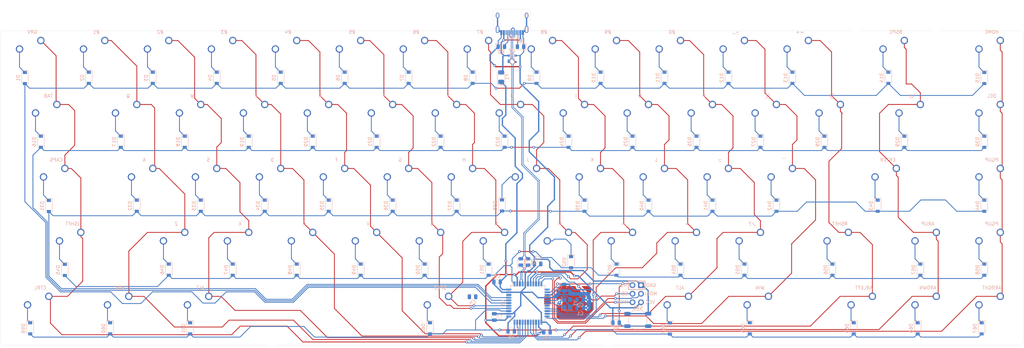
<source format=kicad_pcb>
(kicad_pcb (version 20171130) (host pcbnew "(5.1.10)-1")
  (layers (0 F.Cu signal) (31 B.Cu signal) (34 B.Paste user) (35 F.Paste user) (36 B.SilkS user) (37 F.SilkS user) (38 B.Mask user) (39 F.Mask user) (44 Edge.Cuts user))
  (net 0 "")
  (net 1 GND)
  (net 2 XTAL1)
  (net 3 XTAL2)
  (net 4 "Net-(C3-Pad1)")
  (net 5 +5V)
  (net 6 row0)
  (net 7 "Net-(D1-Pad1)")
  (net 8 "Net-(D2-Pad1)")
  (net 9 "Net-(D3-Pad1)")
  (net 10 "Net-(D4-Pad1)")
  (net 11 "Net-(D5-Pad1)")
  (net 12 "Net-(D6-Pad1)")
  (net 13 "Net-(D7-Pad1)")
  (net 14 "Net-(D8-Pad1)")
  (net 15 "Net-(D9-Pad1)")
  (net 16 "Net-(D10-Pad1)")
  (net 17 "Net-(D11-Pad1)")
  (net 18 "Net-(D12-Pad1)")
  (net 19 "Net-(D13-Pad1)")
  (net 20 "Net-(D14-Pad1)")
  (net 21 "Net-(D15-Pad1)")
  (net 22 row1)
  (net 23 "Net-(D16-Pad1)")
  (net 24 "Net-(D17-Pad1)")
  (net 25 "Net-(D18-Pad1)")
  (net 26 "Net-(D19-Pad1)")
  (net 27 "Net-(D20-Pad1)")
  (net 28 "Net-(D21-Pad1)")
  (net 29 "Net-(D22-Pad1)")
  (net 30 "Net-(D23-Pad1)")
  (net 31 "Net-(D24-Pad1)")
  (net 32 "Net-(D25-Pad1)")
  (net 33 "Net-(D26-Pad1)")
  (net 34 "Net-(D27-Pad1)")
  (net 35 "Net-(D28-Pad1)")
  (net 36 "Net-(D29-Pad1)")
  (net 37 "Net-(D30-Pad1)")
  (net 38 row2)
  (net 39 "Net-(D31-Pad1)")
  (net 40 "Net-(D32-Pad1)")
  (net 41 "Net-(D33-Pad1)")
  (net 42 "Net-(D34-Pad1)")
  (net 43 "Net-(D35-Pad1)")
  (net 44 "Net-(D36-Pad1)")
  (net 45 "Net-(D37-Pad1)")
  (net 46 "Net-(D38-Pad1)")
  (net 47 "Net-(D39-Pad1)")
  (net 48 "Net-(D40-Pad1)")
  (net 49 "Net-(D41-Pad1)")
  (net 50 "Net-(D42-Pad1)")
  (net 51 "Net-(D43-Pad1)")
  (net 52 "Net-(D44-Pad1)")
  (net 53 row3)
  (net 54 "Net-(D45-Pad1)")
  (net 55 "Net-(D46-Pad1)")
  (net 56 "Net-(D47-Pad1)")
  (net 57 "Net-(D48-Pad1)")
  (net 58 "Net-(D49-Pad1)")
  (net 59 "Net-(D50-Pad1)")
  (net 60 "Net-(D51-Pad1)")
  (net 61 "Net-(D52-Pad1)")
  (net 62 "Net-(D53-Pad1)")
  (net 63 "Net-(D54-Pad1)")
  (net 64 "Net-(D55-Pad1)")
  (net 65 "Net-(D56-Pad1)")
  (net 66 "Net-(D57-Pad1)")
  (net 67 "Net-(D58-Pad1)")
  (net 68 row4)
  (net 69 "Net-(D59-Pad1)")
  (net 70 "Net-(D60-Pad1)")
  (net 71 "Net-(D61-Pad1)")
  (net 72 "Net-(D62-Pad1)")
  (net 73 "Net-(D63-Pad1)")
  (net 74 "Net-(D64-Pad1)")
  (net 75 "Net-(D65-Pad1)")
  (net 76 "Net-(D66-Pad1)")
  (net 77 "Net-(D67-Pad1)")
  (net 78 VCC)
  (net 79 RESET)
  (net 80 MOSI)
  (net 81 SCK)
  (net 82 MISO)
  (net 83 col0)
  (net 84 col1)
  (net 85 col2)
  (net 86 col3)
  (net 87 col4)
  (net 88 col5)
  (net 89 col6)
  (net 90 col7)
  (net 91 col8)
  (net 92 col9)
  (net 93 col10)
  (net 94 col11)
  (net 95 col12)
  (net 96 col13)
  (net 97 col14)
  (net 98 D-)
  (net 99 D+)
  (net 100 "Net-(R3-Pad2)")
  (net 101 "Net-(R4-Pad2)")
  (net 102 "Net-(R6-Pad2)")
  (net 103 "Net-(U1-Pad42)")
  (net 104 "Net-(U1-Pad18)")
  (net 105 "Net-(U1-Pad12)")
  (net 106 "Net-(USB1-Pad3)")
  (net 107 "Net-(USB1-Pad9)")
  (net 108 DN)
  (net 109 DP)
  (module Capacitor_SMD:C_0805_2012Metric (layer B.Cu) (at 188.341 136.398)
    (fp_text reference C4 (at 0 1.68) (layer B.SilkS) (effects (justify mirror)))
    (fp_text value .1uF)
    (pad 2 smd roundrect (at 0.95 0) (size 1 1.45) (layers B.Cu B.Paste B.Mask) (net 1 GND))
    (pad 1 smd roundrect (at -0.95 0) (size 1 1.45) (layers B.Cu B.Paste B.Mask) (net 5 +5V))
  )
  (module Button_Switch_Keyboard:SW_Cherry_MX_1.00u_PCB (layer F.Cu) (at 345.52066 136.285716)
    (fp_text reference K67 hide)
    (fp_text value ARRGHT)
    (fp_text user %V (at -2.54 -2.54) (layer B.SilkS) (effects (justify mirror)))
    (pad 1 thru_hole circle (at 0 0) (size 2.2 2.2) (drill 1.5) (layers *.Cu *.Mask) (net 97 col14))
    (pad 2 thru_hole circle (at -6.35 2.54) (size 2.2 2.2) (drill 1.5) (layers *.Cu *.Mask) (net 77 "Net-(D67-Pad1)"))
    (pad "" np_thru_hole circle (at -2.54 5.08) (size 4 4) (drill 4) (layers *.Cu *.Mask))
    (pad "" np_thru_hole circle (at -7.62 5.08) (size 1.7 1.7) (drill 1.7) (layers *.Cu *.Mask))
    (pad "" np_thru_hole circle (at 2.54 5.08) (size 1.7 1.7) (drill 1.7) (layers *.Cu *.Mask))
  )
  (module Button_Switch_Keyboard:SW_Cherry_MX_1.00u_PCB (layer F.Cu) (at 326.47066 136.285716)
    (fp_text reference K66 hide)
    (fp_text value ARDWN)
    (fp_text user %V (at -2.54 -2.54) (layer B.SilkS) (effects (justify mirror)))
    (pad 1 thru_hole circle (at 0 0) (size 2.2 2.2) (drill 1.5) (layers *.Cu *.Mask) (net 96 col13))
    (pad 2 thru_hole circle (at -6.35 2.54) (size 2.2 2.2) (drill 1.5) (layers *.Cu *.Mask) (net 76 "Net-(D66-Pad1)"))
    (pad "" np_thru_hole circle (at -2.54 5.08) (size 4 4) (drill 4) (layers *.Cu *.Mask))
    (pad "" np_thru_hole circle (at -7.62 5.08) (size 1.7 1.7) (drill 1.7) (layers *.Cu *.Mask))
    (pad "" np_thru_hole circle (at 2.54 5.08) (size 1.7 1.7) (drill 1.7) (layers *.Cu *.Mask))
  )
  (module Button_Switch_Keyboard:SW_Cherry_MX_1.00u_PCB (layer F.Cu) (at 307.42066 136.285716)
    (fp_text reference K65 hide)
    (fp_text value ARLEFT)
    (fp_text user %V (at -2.54 -2.54) (layer B.SilkS) (effects (justify mirror)))
    (pad 1 thru_hole circle (at 0 0) (size 2.2 2.2) (drill 1.5) (layers *.Cu *.Mask) (net 95 col12))
    (pad 2 thru_hole circle (at -6.35 2.54) (size 2.2 2.2) (drill 1.5) (layers *.Cu *.Mask) (net 75 "Net-(D65-Pad1)"))
    (pad "" np_thru_hole circle (at -2.54 5.08) (size 4 4) (drill 4) (layers *.Cu *.Mask))
    (pad "" np_thru_hole circle (at -7.62 5.08) (size 1.7 1.7) (drill 1.7) (layers *.Cu *.Mask))
    (pad "" np_thru_hole circle (at 2.54 5.08) (size 1.7 1.7) (drill 1.7) (layers *.Cu *.Mask))
  )
  (module Button_Switch_Keyboard:SW_Cherry_MX_1.00u_PCB (layer F.Cu) (at 345.52066 117.235716)
    (fp_text reference K58 hide)
    (fp_text value PGUP)
    (fp_text user %V (at -2.54 -2.54) (layer B.SilkS) (effects (justify mirror)))
    (pad 1 thru_hole circle (at 0 0) (size 2.2 2.2) (drill 1.5) (layers *.Cu *.Mask) (net 97 col14))
    (pad 2 thru_hole circle (at -6.35 2.54) (size 2.2 2.2) (drill 1.5) (layers *.Cu *.Mask) (net 67 "Net-(D58-Pad1)"))
    (pad "" np_thru_hole circle (at -2.54 5.08) (size 4 4) (drill 4) (layers *.Cu *.Mask))
    (pad "" np_thru_hole circle (at -7.62 5.08) (size 1.7 1.7) (drill 1.7) (layers *.Cu *.Mask))
    (pad "" np_thru_hole circle (at 2.54 5.08) (size 1.7 1.7) (drill 1.7) (layers *.Cu *.Mask))
  )
  (module Button_Switch_Keyboard:SW_Cherry_MX_1.00u_PCB (layer F.Cu) (at 326.47066 117.235716)
    (fp_text reference K57 hide)
    (fp_text value ARUP)
    (fp_text user %V (at -2.54 -2.54) (layer B.SilkS) (effects (justify mirror)))
    (pad 1 thru_hole circle (at 0 0) (size 2.2 2.2) (drill 1.5) (layers *.Cu *.Mask) (net 96 col13))
    (pad 2 thru_hole circle (at -6.35 2.54) (size 2.2 2.2) (drill 1.5) (layers *.Cu *.Mask) (net 66 "Net-(D57-Pad1)"))
    (pad "" np_thru_hole circle (at -2.54 5.08) (size 4 4) (drill 4) (layers *.Cu *.Mask))
    (pad "" np_thru_hole circle (at -7.62 5.08) (size 1.7 1.7) (drill 1.7) (layers *.Cu *.Mask))
    (pad "" np_thru_hole circle (at 2.54 5.08) (size 1.7 1.7) (drill 1.7) (layers *.Cu *.Mask))
  )
  (module Button_Switch_Keyboard:SW_Cherry_MX_1.00u_PCB (layer F.Cu) (at 274.08316 117.235716)
    (fp_text reference K55 hide)
    (fp_text value /?)
    (fp_text user %V (at -2.54 -2.54) (layer B.SilkS) (effects (justify mirror)))
    (pad 1 thru_hole circle (at 0 0) (size 2.2 2.2) (drill 1.5) (layers *.Cu *.Mask) (net 93 col10))
    (pad 2 thru_hole circle (at -6.35 2.54) (size 2.2 2.2) (drill 1.5) (layers *.Cu *.Mask) (net 64 "Net-(D55-Pad1)"))
    (pad "" np_thru_hole circle (at -2.54 5.08) (size 4 4) (drill 4) (layers *.Cu *.Mask))
    (pad "" np_thru_hole circle (at -7.62 5.08) (size 1.7 1.7) (drill 1.7) (layers *.Cu *.Mask))
    (pad "" np_thru_hole circle (at 2.54 5.08) (size 1.7 1.7) (drill 1.7) (layers *.Cu *.Mask))
  )
  (module Button_Switch_Keyboard:SW_Cherry_MX_1.00u_PCB (layer F.Cu) (at 255.03316 117.235716)
    (fp_text reference K54 hide)
    (fp_text value .>)
    (fp_text user %V (at -2.54 -2.54) (layer B.SilkS) (effects (justify mirror)))
    (pad 1 thru_hole circle (at 0 0) (size 2.2 2.2) (drill 1.5) (layers *.Cu *.Mask) (net 92 col9))
    (pad 2 thru_hole circle (at -6.35 2.54) (size 2.2 2.2) (drill 1.5) (layers *.Cu *.Mask) (net 63 "Net-(D54-Pad1)"))
    (pad "" np_thru_hole circle (at -2.54 5.08) (size 4 4) (drill 4) (layers *.Cu *.Mask))
    (pad "" np_thru_hole circle (at -7.62 5.08) (size 1.7 1.7) (drill 1.7) (layers *.Cu *.Mask))
    (pad "" np_thru_hole circle (at 2.54 5.08) (size 1.7 1.7) (drill 1.7) (layers *.Cu *.Mask))
  )
  (module Button_Switch_Keyboard:SW_Cherry_MX_1.00u_PCB (layer F.Cu) (at 235.98316 117.235716)
    (fp_text reference K53 hide)
    (fp_text value ,<)
    (fp_text user %V (at -2.54 -2.54) (layer B.SilkS) (effects (justify mirror)))
    (pad 1 thru_hole circle (at 0 0) (size 2.2 2.2) (drill 1.5) (layers *.Cu *.Mask) (net 91 col8))
    (pad 2 thru_hole circle (at -6.35 2.54) (size 2.2 2.2) (drill 1.5) (layers *.Cu *.Mask) (net 62 "Net-(D53-Pad1)"))
    (pad "" np_thru_hole circle (at -2.54 5.08) (size 4 4) (drill 4) (layers *.Cu *.Mask))
    (pad "" np_thru_hole circle (at -7.62 5.08) (size 1.7 1.7) (drill 1.7) (layers *.Cu *.Mask))
    (pad "" np_thru_hole circle (at 2.54 5.08) (size 1.7 1.7) (drill 1.7) (layers *.Cu *.Mask))
  )
  (module Button_Switch_Keyboard:SW_Cherry_MX_1.00u_PCB (layer F.Cu) (at 216.93316 117.235716)
    (fp_text reference K52 hide)
    (fp_text value M)
    (fp_text user %V (at -2.54 -2.54) (layer B.SilkS) (effects (justify mirror)))
    (pad 1 thru_hole circle (at 0 0) (size 2.2 2.2) (drill 1.5) (layers *.Cu *.Mask) (net 90 col7))
    (pad 2 thru_hole circle (at -6.35 2.54) (size 2.2 2.2) (drill 1.5) (layers *.Cu *.Mask) (net 61 "Net-(D52-Pad1)"))
    (pad "" np_thru_hole circle (at -2.54 5.08) (size 4 4) (drill 4) (layers *.Cu *.Mask))
    (pad "" np_thru_hole circle (at -7.62 5.08) (size 1.7 1.7) (drill 1.7) (layers *.Cu *.Mask))
    (pad "" np_thru_hole circle (at 2.54 5.08) (size 1.7 1.7) (drill 1.7) (layers *.Cu *.Mask))
  )
  (module Button_Switch_Keyboard:SW_Cherry_MX_1.00u_PCB (layer F.Cu) (at 197.88316 117.235716)
    (fp_text reference K51 hide)
    (fp_text value N)
    (fp_text user %V (at -2.54 -2.54) (layer B.SilkS) (effects (justify mirror)))
    (pad 1 thru_hole circle (at 0 0) (size 2.2 2.2) (drill 1.5) (layers *.Cu *.Mask) (net 89 col6))
    (pad 2 thru_hole circle (at -6.35 2.54) (size 2.2 2.2) (drill 1.5) (layers *.Cu *.Mask) (net 60 "Net-(D51-Pad1)"))
    (pad "" np_thru_hole circle (at -2.54 5.08) (size 4 4) (drill 4) (layers *.Cu *.Mask))
    (pad "" np_thru_hole circle (at -7.62 5.08) (size 1.7 1.7) (drill 1.7) (layers *.Cu *.Mask))
    (pad "" np_thru_hole circle (at 2.54 5.08) (size 1.7 1.7) (drill 1.7) (layers *.Cu *.Mask))
  )
  (module Button_Switch_Keyboard:SW_Cherry_MX_1.00u_PCB (layer F.Cu) (at 178.83316 117.235716)
    (fp_text reference K50 hide)
    (fp_text value B)
    (fp_text user %V (at -2.54 -2.54) (layer B.SilkS) (effects (justify mirror)))
    (pad 1 thru_hole circle (at 0 0) (size 2.2 2.2) (drill 1.5) (layers *.Cu *.Mask) (net 88 col5))
    (pad 2 thru_hole circle (at -6.35 2.54) (size 2.2 2.2) (drill 1.5) (layers *.Cu *.Mask) (net 59 "Net-(D50-Pad1)"))
    (pad "" np_thru_hole circle (at -2.54 5.08) (size 4 4) (drill 4) (layers *.Cu *.Mask))
    (pad "" np_thru_hole circle (at -7.62 5.08) (size 1.7 1.7) (drill 1.7) (layers *.Cu *.Mask))
    (pad "" np_thru_hole circle (at 2.54 5.08) (size 1.7 1.7) (drill 1.7) (layers *.Cu *.Mask))
  )
  (module Button_Switch_Keyboard:SW_Cherry_MX_1.00u_PCB (layer F.Cu) (at 159.78316 117.235716)
    (fp_text reference K49 hide)
    (fp_text value V)
    (fp_text user %V (at -2.54 -2.54) (layer B.SilkS) (effects (justify mirror)))
    (pad 1 thru_hole circle (at 0 0) (size 2.2 2.2) (drill 1.5) (layers *.Cu *.Mask) (net 87 col4))
    (pad 2 thru_hole circle (at -6.35 2.54) (size 2.2 2.2) (drill 1.5) (layers *.Cu *.Mask) (net 58 "Net-(D49-Pad1)"))
    (pad "" np_thru_hole circle (at -2.54 5.08) (size 4 4) (drill 4) (layers *.Cu *.Mask))
    (pad "" np_thru_hole circle (at -7.62 5.08) (size 1.7 1.7) (drill 1.7) (layers *.Cu *.Mask))
    (pad "" np_thru_hole circle (at 2.54 5.08) (size 1.7 1.7) (drill 1.7) (layers *.Cu *.Mask))
  )
  (module Button_Switch_Keyboard:SW_Cherry_MX_1.00u_PCB (layer F.Cu) (at 140.73316 117.235716)
    (fp_text reference K48 hide)
    (fp_text value C)
    (fp_text user %V (at -2.54 -2.54) (layer B.SilkS) (effects (justify mirror)))
    (pad 1 thru_hole circle (at 0 0) (size 2.2 2.2) (drill 1.5) (layers *.Cu *.Mask) (net 86 col3))
    (pad 2 thru_hole circle (at -6.35 2.54) (size 2.2 2.2) (drill 1.5) (layers *.Cu *.Mask) (net 57 "Net-(D48-Pad1)"))
    (pad "" np_thru_hole circle (at -2.54 5.08) (size 4 4) (drill 4) (layers *.Cu *.Mask))
    (pad "" np_thru_hole circle (at -7.62 5.08) (size 1.7 1.7) (drill 1.7) (layers *.Cu *.Mask))
    (pad "" np_thru_hole circle (at 2.54 5.08) (size 1.7 1.7) (drill 1.7) (layers *.Cu *.Mask))
  )
  (module Button_Switch_Keyboard:SW_Cherry_MX_1.00u_PCB (layer F.Cu) (at 121.68316 117.235716)
    (fp_text reference K47 hide)
    (fp_text value X)
    (fp_text user %V (at -2.54 -2.54) (layer B.SilkS) (effects (justify mirror)))
    (pad 1 thru_hole circle (at 0 0) (size 2.2 2.2) (drill 1.5) (layers *.Cu *.Mask) (net 85 col2))
    (pad 2 thru_hole circle (at -6.35 2.54) (size 2.2 2.2) (drill 1.5) (layers *.Cu *.Mask) (net 56 "Net-(D47-Pad1)"))
    (pad "" np_thru_hole circle (at -2.54 5.08) (size 4 4) (drill 4) (layers *.Cu *.Mask))
    (pad "" np_thru_hole circle (at -7.62 5.08) (size 1.7 1.7) (drill 1.7) (layers *.Cu *.Mask))
    (pad "" np_thru_hole circle (at 2.54 5.08) (size 1.7 1.7) (drill 1.7) (layers *.Cu *.Mask))
  )
  (module Button_Switch_Keyboard:SW_Cherry_MX_1.00u_PCB (layer F.Cu) (at 102.63316 117.235716)
    (fp_text reference K46 hide)
    (fp_text value Z)
    (fp_text user %V (at -2.54 -2.54) (layer B.SilkS) (effects (justify mirror)))
    (pad 1 thru_hole circle (at 0 0) (size 2.2 2.2) (drill 1.5) (layers *.Cu *.Mask) (net 84 col1))
    (pad 2 thru_hole circle (at -6.35 2.54) (size 2.2 2.2) (drill 1.5) (layers *.Cu *.Mask) (net 55 "Net-(D46-Pad1)"))
    (pad "" np_thru_hole circle (at -2.54 5.08) (size 4 4) (drill 4) (layers *.Cu *.Mask))
    (pad "" np_thru_hole circle (at -7.62 5.08) (size 1.7 1.7) (drill 1.7) (layers *.Cu *.Mask))
    (pad "" np_thru_hole circle (at 2.54 5.08) (size 1.7 1.7) (drill 1.7) (layers *.Cu *.Mask))
  )
  (module Button_Switch_Keyboard:SW_Cherry_MX_1.00u_PCB (layer F.Cu) (at 345.52066 98.185716)
    (fp_text reference K44 hide)
    (fp_text value PGUP)
    (fp_text user %V (at -2.54 -2.54) (layer B.SilkS) (effects (justify mirror)))
    (pad 1 thru_hole circle (at 0 0) (size 2.2 2.2) (drill 1.5) (layers *.Cu *.Mask) (net 97 col14))
    (pad 2 thru_hole circle (at -6.35 2.54) (size 2.2 2.2) (drill 1.5) (layers *.Cu *.Mask) (net 52 "Net-(D44-Pad1)"))
    (pad "" np_thru_hole circle (at -2.54 5.08) (size 4 4) (drill 4) (layers *.Cu *.Mask))
    (pad "" np_thru_hole circle (at -7.62 5.08) (size 1.7 1.7) (drill 1.7) (layers *.Cu *.Mask))
    (pad "" np_thru_hole circle (at 2.54 5.08) (size 1.7 1.7) (drill 1.7) (layers *.Cu *.Mask))
  )
  (module Button_Switch_Keyboard:SW_Cherry_MX_1.00u_PCB (layer F.Cu) (at 283.60816 98.185716)
    (fp_text reference K42 hide)
    (fp_text value '")
    (fp_text user %V (at -2.54 -2.54) (layer B.SilkS) (effects (justify mirror)))
    (pad 1 thru_hole circle (at 0 0) (size 2.2 2.2) (drill 1.5) (layers *.Cu *.Mask) (net 94 col11))
    (pad 2 thru_hole circle (at -6.35 2.54) (size 2.2 2.2) (drill 1.5) (layers *.Cu *.Mask) (net 50 "Net-(D42-Pad1)"))
    (pad "" np_thru_hole circle (at -2.54 5.08) (size 4 4) (drill 4) (layers *.Cu *.Mask))
    (pad "" np_thru_hole circle (at -7.62 5.08) (size 1.7 1.7) (drill 1.7) (layers *.Cu *.Mask))
    (pad "" np_thru_hole circle (at 2.54 5.08) (size 1.7 1.7) (drill 1.7) (layers *.Cu *.Mask))
  )
  (module Button_Switch_Keyboard:SW_Cherry_MX_1.00u_PCB (layer F.Cu) (at 264.55816 98.185716)
    (fp_text reference K41 hide)
    (fp_text value ;:)
    (fp_text user %V (at -2.54 -2.54) (layer B.SilkS) (effects (justify mirror)))
    (pad 1 thru_hole circle (at 0 0) (size 2.2 2.2) (drill 1.5) (layers *.Cu *.Mask) (net 93 col10))
    (pad 2 thru_hole circle (at -6.35 2.54) (size 2.2 2.2) (drill 1.5) (layers *.Cu *.Mask) (net 49 "Net-(D41-Pad1)"))
    (pad "" np_thru_hole circle (at -2.54 5.08) (size 4 4) (drill 4) (layers *.Cu *.Mask))
    (pad "" np_thru_hole circle (at -7.62 5.08) (size 1.7 1.7) (drill 1.7) (layers *.Cu *.Mask))
    (pad "" np_thru_hole circle (at 2.54 5.08) (size 1.7 1.7) (drill 1.7) (layers *.Cu *.Mask))
  )
  (module Button_Switch_Keyboard:SW_Cherry_MX_1.00u_PCB (layer F.Cu) (at 245.50816 98.185716)
    (fp_text reference K40 hide)
    (fp_text value L)
    (fp_text user %V (at -2.54 -2.54) (layer B.SilkS) (effects (justify mirror)))
    (pad 1 thru_hole circle (at 0 0) (size 2.2 2.2) (drill 1.5) (layers *.Cu *.Mask) (net 92 col9))
    (pad 2 thru_hole circle (at -6.35 2.54) (size 2.2 2.2) (drill 1.5) (layers *.Cu *.Mask) (net 48 "Net-(D40-Pad1)"))
    (pad "" np_thru_hole circle (at -2.54 5.08) (size 4 4) (drill 4) (layers *.Cu *.Mask))
    (pad "" np_thru_hole circle (at -7.62 5.08) (size 1.7 1.7) (drill 1.7) (layers *.Cu *.Mask))
    (pad "" np_thru_hole circle (at 2.54 5.08) (size 1.7 1.7) (drill 1.7) (layers *.Cu *.Mask))
  )
  (module Button_Switch_Keyboard:SW_Cherry_MX_1.00u_PCB (layer F.Cu) (at 226.45816 98.185716)
    (fp_text reference K39 hide)
    (fp_text value K)
    (fp_text user %V (at -2.54 -2.54) (layer B.SilkS) (effects (justify mirror)))
    (pad 1 thru_hole circle (at 0 0) (size 2.2 2.2) (drill 1.5) (layers *.Cu *.Mask) (net 91 col8))
    (pad 2 thru_hole circle (at -6.35 2.54) (size 2.2 2.2) (drill 1.5) (layers *.Cu *.Mask) (net 47 "Net-(D39-Pad1)"))
    (pad "" np_thru_hole circle (at -2.54 5.08) (size 4 4) (drill 4) (layers *.Cu *.Mask))
    (pad "" np_thru_hole circle (at -7.62 5.08) (size 1.7 1.7) (drill 1.7) (layers *.Cu *.Mask))
    (pad "" np_thru_hole circle (at 2.54 5.08) (size 1.7 1.7) (drill 1.7) (layers *.Cu *.Mask))
  )
  (module Button_Switch_Keyboard:SW_Cherry_MX_1.00u_PCB (layer F.Cu) (at 207.40816 98.185716)
    (fp_text reference K38 hide)
    (fp_text value J)
    (fp_text user %V (at -2.54 -2.54) (layer B.SilkS) (effects (justify mirror)))
    (pad 1 thru_hole circle (at 0 0) (size 2.2 2.2) (drill 1.5) (layers *.Cu *.Mask) (net 90 col7))
    (pad 2 thru_hole circle (at -6.35 2.54) (size 2.2 2.2) (drill 1.5) (layers *.Cu *.Mask) (net 46 "Net-(D38-Pad1)"))
    (pad "" np_thru_hole circle (at -2.54 5.08) (size 4 4) (drill 4) (layers *.Cu *.Mask))
    (pad "" np_thru_hole circle (at -7.62 5.08) (size 1.7 1.7) (drill 1.7) (layers *.Cu *.Mask))
    (pad "" np_thru_hole circle (at 2.54 5.08) (size 1.7 1.7) (drill 1.7) (layers *.Cu *.Mask))
  )
  (module Button_Switch_Keyboard:SW_Cherry_MX_1.00u_PCB (layer F.Cu) (at 188.35816 98.185716)
    (fp_text reference K37 hide)
    (fp_text value H)
    (fp_text user %V (at -2.54 -2.54) (layer B.SilkS) (effects (justify mirror)))
    (pad 1 thru_hole circle (at 0 0) (size 2.2 2.2) (drill 1.5) (layers *.Cu *.Mask) (net 89 col6))
    (pad 2 thru_hole circle (at -6.35 2.54) (size 2.2 2.2) (drill 1.5) (layers *.Cu *.Mask) (net 45 "Net-(D37-Pad1)"))
    (pad "" np_thru_hole circle (at -2.54 5.08) (size 4 4) (drill 4) (layers *.Cu *.Mask))
    (pad "" np_thru_hole circle (at -7.62 5.08) (size 1.7 1.7) (drill 1.7) (layers *.Cu *.Mask))
    (pad "" np_thru_hole circle (at 2.54 5.08) (size 1.7 1.7) (drill 1.7) (layers *.Cu *.Mask))
  )
  (module Button_Switch_Keyboard:SW_Cherry_MX_1.00u_PCB (layer F.Cu) (at 169.30816 98.185716)
    (fp_text reference K36 hide)
    (fp_text value G)
    (fp_text user %V (at -2.54 -2.54) (layer B.SilkS) (effects (justify mirror)))
    (pad 1 thru_hole circle (at 0 0) (size 2.2 2.2) (drill 1.5) (layers *.Cu *.Mask) (net 88 col5))
    (pad 2 thru_hole circle (at -6.35 2.54) (size 2.2 2.2) (drill 1.5) (layers *.Cu *.Mask) (net 44 "Net-(D36-Pad1)"))
    (pad "" np_thru_hole circle (at -2.54 5.08) (size 4 4) (drill 4) (layers *.Cu *.Mask))
    (pad "" np_thru_hole circle (at -7.62 5.08) (size 1.7 1.7) (drill 1.7) (layers *.Cu *.Mask))
    (pad "" np_thru_hole circle (at 2.54 5.08) (size 1.7 1.7) (drill 1.7) (layers *.Cu *.Mask))
  )
  (module Button_Switch_Keyboard:SW_Cherry_MX_1.00u_PCB (layer F.Cu) (at 150.25816 98.185716)
    (fp_text reference K35 hide)
    (fp_text value F)
    (fp_text user %V (at -2.54 -2.54) (layer B.SilkS) (effects (justify mirror)))
    (pad 1 thru_hole circle (at 0 0) (size 2.2 2.2) (drill 1.5) (layers *.Cu *.Mask) (net 87 col4))
    (pad 2 thru_hole circle (at -6.35 2.54) (size 2.2 2.2) (drill 1.5) (layers *.Cu *.Mask) (net 43 "Net-(D35-Pad1)"))
    (pad "" np_thru_hole circle (at -2.54 5.08) (size 4 4) (drill 4) (layers *.Cu *.Mask))
    (pad "" np_thru_hole circle (at -7.62 5.08) (size 1.7 1.7) (drill 1.7) (layers *.Cu *.Mask))
    (pad "" np_thru_hole circle (at 2.54 5.08) (size 1.7 1.7) (drill 1.7) (layers *.Cu *.Mask))
  )
  (module Button_Switch_Keyboard:SW_Cherry_MX_1.00u_PCB (layer F.Cu) (at 131.20816 98.185716)
    (fp_text reference K34 hide)
    (fp_text value D)
    (fp_text user %V (at -2.54 -2.54) (layer B.SilkS) (effects (justify mirror)))
    (pad 1 thru_hole circle (at 0 0) (size 2.2 2.2) (drill 1.5) (layers *.Cu *.Mask) (net 86 col3))
    (pad 2 thru_hole circle (at -6.35 2.54) (size 2.2 2.2) (drill 1.5) (layers *.Cu *.Mask) (net 42 "Net-(D34-Pad1)"))
    (pad "" np_thru_hole circle (at -2.54 5.08) (size 4 4) (drill 4) (layers *.Cu *.Mask))
    (pad "" np_thru_hole circle (at -7.62 5.08) (size 1.7 1.7) (drill 1.7) (layers *.Cu *.Mask))
    (pad "" np_thru_hole circle (at 2.54 5.08) (size 1.7 1.7) (drill 1.7) (layers *.Cu *.Mask))
  )
  (module Button_Switch_Keyboard:SW_Cherry_MX_1.00u_PCB (layer F.Cu) (at 112.15816 98.185716)
    (fp_text reference K33 hide)
    (fp_text value S)
    (fp_text user %V (at -2.54 -2.54) (layer B.SilkS) (effects (justify mirror)))
    (pad 1 thru_hole circle (at 0 0) (size 2.2 2.2) (drill 1.5) (layers *.Cu *.Mask) (net 85 col2))
    (pad 2 thru_hole circle (at -6.35 2.54) (size 2.2 2.2) (drill 1.5) (layers *.Cu *.Mask) (net 41 "Net-(D33-Pad1)"))
    (pad "" np_thru_hole circle (at -2.54 5.08) (size 4 4) (drill 4) (layers *.Cu *.Mask))
    (pad "" np_thru_hole circle (at -7.62 5.08) (size 1.7 1.7) (drill 1.7) (layers *.Cu *.Mask))
    (pad "" np_thru_hole circle (at 2.54 5.08) (size 1.7 1.7) (drill 1.7) (layers *.Cu *.Mask))
  )
  (module Button_Switch_Keyboard:SW_Cherry_MX_1.00u_PCB (layer F.Cu) (at 93.10816 98.185716)
    (fp_text reference K32 hide)
    (fp_text value A)
    (fp_text user %V (at -2.54 -2.54) (layer B.SilkS) (effects (justify mirror)))
    (pad 1 thru_hole circle (at 0 0) (size 2.2 2.2) (drill 1.5) (layers *.Cu *.Mask) (net 84 col1))
    (pad 2 thru_hole circle (at -6.35 2.54) (size 2.2 2.2) (drill 1.5) (layers *.Cu *.Mask) (net 40 "Net-(D32-Pad1)"))
    (pad "" np_thru_hole circle (at -2.54 5.08) (size 4 4) (drill 4) (layers *.Cu *.Mask))
    (pad "" np_thru_hole circle (at -7.62 5.08) (size 1.7 1.7) (drill 1.7) (layers *.Cu *.Mask))
    (pad "" np_thru_hole circle (at 2.54 5.08) (size 1.7 1.7) (drill 1.7) (layers *.Cu *.Mask))
  )
  (module Button_Switch_Keyboard:SW_Cherry_MX_1.00u_PCB (layer F.Cu) (at 345.52066 79.135716)
    (fp_text reference K30 hide)
    (fp_text value DEL)
    (fp_text user %V (at -2.54 -2.54) (layer B.SilkS) (effects (justify mirror)))
    (pad 1 thru_hole circle (at 0 0) (size 2.2 2.2) (drill 1.5) (layers *.Cu *.Mask) (net 97 col14))
    (pad 2 thru_hole circle (at -6.35 2.54) (size 2.2 2.2) (drill 1.5) (layers *.Cu *.Mask) (net 37 "Net-(D30-Pad1)"))
    (pad "" np_thru_hole circle (at -2.54 5.08) (size 4 4) (drill 4) (layers *.Cu *.Mask))
    (pad "" np_thru_hole circle (at -7.62 5.08) (size 1.7 1.7) (drill 1.7) (layers *.Cu *.Mask))
    (pad "" np_thru_hole circle (at 2.54 5.08) (size 1.7 1.7) (drill 1.7) (layers *.Cu *.Mask))
  )
  (module Button_Switch_Keyboard:SW_Cherry_MX_1.00u_PCB (layer F.Cu) (at 297.89566 79.135716)
    (fp_text reference K28 hide)
    (fp_text value ]})
    (fp_text user %V (at -2.54 -2.54) (layer B.SilkS) (effects (justify mirror)))
    (pad 1 thru_hole circle (at 0 0) (size 2.2 2.2) (drill 1.5) (layers *.Cu *.Mask) (net 95 col12))
    (pad 2 thru_hole circle (at -6.35 2.54) (size 2.2 2.2) (drill 1.5) (layers *.Cu *.Mask) (net 35 "Net-(D28-Pad1)"))
    (pad "" np_thru_hole circle (at -2.54 5.08) (size 4 4) (drill 4) (layers *.Cu *.Mask))
    (pad "" np_thru_hole circle (at -7.62 5.08) (size 1.7 1.7) (drill 1.7) (layers *.Cu *.Mask))
    (pad "" np_thru_hole circle (at 2.54 5.08) (size 1.7 1.7) (drill 1.7) (layers *.Cu *.Mask))
  )
  (module Button_Switch_Keyboard:SW_Cherry_MX_1.00u_PCB (layer F.Cu) (at 278.84566 79.135716)
    (fp_text reference K27 hide)
    (fp_text value [{)
    (fp_text user %V (at -2.54 -2.54) (layer B.SilkS) (effects (justify mirror)))
    (pad 1 thru_hole circle (at 0 0) (size 2.2 2.2) (drill 1.5) (layers *.Cu *.Mask) (net 94 col11))
    (pad 2 thru_hole circle (at -6.35 2.54) (size 2.2 2.2) (drill 1.5) (layers *.Cu *.Mask) (net 34 "Net-(D27-Pad1)"))
    (pad "" np_thru_hole circle (at -2.54 5.08) (size 4 4) (drill 4) (layers *.Cu *.Mask))
    (pad "" np_thru_hole circle (at -7.62 5.08) (size 1.7 1.7) (drill 1.7) (layers *.Cu *.Mask))
    (pad "" np_thru_hole circle (at 2.54 5.08) (size 1.7 1.7) (drill 1.7) (layers *.Cu *.Mask))
  )
  (module Button_Switch_Keyboard:SW_Cherry_MX_1.00u_PCB (layer F.Cu) (at 259.79566 79.135716)
    (fp_text reference K26 hide)
    (fp_text value P)
    (fp_text user %V (at -2.54 -2.54) (layer B.SilkS) (effects (justify mirror)))
    (pad 1 thru_hole circle (at 0 0) (size 2.2 2.2) (drill 1.5) (layers *.Cu *.Mask) (net 93 col10))
    (pad 2 thru_hole circle (at -6.35 2.54) (size 2.2 2.2) (drill 1.5) (layers *.Cu *.Mask) (net 33 "Net-(D26-Pad1)"))
    (pad "" np_thru_hole circle (at -2.54 5.08) (size 4 4) (drill 4) (layers *.Cu *.Mask))
    (pad "" np_thru_hole circle (at -7.62 5.08) (size 1.7 1.7) (drill 1.7) (layers *.Cu *.Mask))
    (pad "" np_thru_hole circle (at 2.54 5.08) (size 1.7 1.7) (drill 1.7) (layers *.Cu *.Mask))
  )
  (module Button_Switch_Keyboard:SW_Cherry_MX_1.00u_PCB (layer F.Cu) (at 240.74566 79.135716)
    (fp_text reference K25 hide)
    (fp_text value O)
    (fp_text user %V (at -2.54 -2.54) (layer B.SilkS) (effects (justify mirror)))
    (pad 1 thru_hole circle (at 0 0) (size 2.2 2.2) (drill 1.5) (layers *.Cu *.Mask) (net 92 col9))
    (pad 2 thru_hole circle (at -6.35 2.54) (size 2.2 2.2) (drill 1.5) (layers *.Cu *.Mask) (net 32 "Net-(D25-Pad1)"))
    (pad "" np_thru_hole circle (at -2.54 5.08) (size 4 4) (drill 4) (layers *.Cu *.Mask))
    (pad "" np_thru_hole circle (at -7.62 5.08) (size 1.7 1.7) (drill 1.7) (layers *.Cu *.Mask))
    (pad "" np_thru_hole circle (at 2.54 5.08) (size 1.7 1.7) (drill 1.7) (layers *.Cu *.Mask))
  )
  (module Button_Switch_Keyboard:SW_Cherry_MX_1.00u_PCB (layer F.Cu) (at 221.69566 79.135716)
    (fp_text reference K24 hide)
    (fp_text value I)
    (fp_text user %V (at -2.54 -2.54) (layer B.SilkS) (effects (justify mirror)))
    (pad 1 thru_hole circle (at 0 0) (size 2.2 2.2) (drill 1.5) (layers *.Cu *.Mask) (net 91 col8))
    (pad 2 thru_hole circle (at -6.35 2.54) (size 2.2 2.2) (drill 1.5) (layers *.Cu *.Mask) (net 31 "Net-(D24-Pad1)"))
    (pad "" np_thru_hole circle (at -2.54 5.08) (size 4 4) (drill 4) (layers *.Cu *.Mask))
    (pad "" np_thru_hole circle (at -7.62 5.08) (size 1.7 1.7) (drill 1.7) (layers *.Cu *.Mask))
    (pad "" np_thru_hole circle (at 2.54 5.08) (size 1.7 1.7) (drill 1.7) (layers *.Cu *.Mask))
  )
  (module Button_Switch_Keyboard:SW_Cherry_MX_1.00u_PCB (layer F.Cu) (at 202.64566 79.135716)
    (fp_text reference K23 hide)
    (fp_text value U)
    (fp_text user %V (at -2.54 -2.54) (layer B.SilkS) (effects (justify mirror)))
    (pad 1 thru_hole circle (at 0 0) (size 2.2 2.2) (drill 1.5) (layers *.Cu *.Mask) (net 90 col7))
    (pad 2 thru_hole circle (at -6.35 2.54) (size 2.2 2.2) (drill 1.5) (layers *.Cu *.Mask) (net 30 "Net-(D23-Pad1)"))
    (pad "" np_thru_hole circle (at -2.54 5.08) (size 4 4) (drill 4) (layers *.Cu *.Mask))
    (pad "" np_thru_hole circle (at -7.62 5.08) (size 1.7 1.7) (drill 1.7) (layers *.Cu *.Mask))
    (pad "" np_thru_hole circle (at 2.54 5.08) (size 1.7 1.7) (drill 1.7) (layers *.Cu *.Mask))
  )
  (module Button_Switch_Keyboard:SW_Cherry_MX_1.00u_PCB (layer F.Cu) (at 183.59566 79.135716)
    (fp_text reference K22 hide)
    (fp_text value Y)
    (fp_text user %V (at -2.54 -2.54) (layer B.SilkS) (effects (justify mirror)))
    (pad 1 thru_hole circle (at 0 0) (size 2.2 2.2) (drill 1.5) (layers *.Cu *.Mask) (net 89 col6))
    (pad 2 thru_hole circle (at -6.35 2.54) (size 2.2 2.2) (drill 1.5) (layers *.Cu *.Mask) (net 29 "Net-(D22-Pad1)"))
    (pad "" np_thru_hole circle (at -2.54 5.08) (size 4 4) (drill 4) (layers *.Cu *.Mask))
    (pad "" np_thru_hole circle (at -7.62 5.08) (size 1.7 1.7) (drill 1.7) (layers *.Cu *.Mask))
    (pad "" np_thru_hole circle (at 2.54 5.08) (size 1.7 1.7) (drill 1.7) (layers *.Cu *.Mask))
  )
  (module Button_Switch_Keyboard:SW_Cherry_MX_1.00u_PCB (layer F.Cu) (at 164.54566 79.135716)
    (fp_text reference K21 hide)
    (fp_text value T)
    (fp_text user %V (at -2.54 -2.54) (layer B.SilkS) (effects (justify mirror)))
    (pad 1 thru_hole circle (at 0 0) (size 2.2 2.2) (drill 1.5) (layers *.Cu *.Mask) (net 88 col5))
    (pad 2 thru_hole circle (at -6.35 2.54) (size 2.2 2.2) (drill 1.5) (layers *.Cu *.Mask) (net 28 "Net-(D21-Pad1)"))
    (pad "" np_thru_hole circle (at -2.54 5.08) (size 4 4) (drill 4) (layers *.Cu *.Mask))
    (pad "" np_thru_hole circle (at -7.62 5.08) (size 1.7 1.7) (drill 1.7) (layers *.Cu *.Mask))
    (pad "" np_thru_hole circle (at 2.54 5.08) (size 1.7 1.7) (drill 1.7) (layers *.Cu *.Mask))
  )
  (module Button_Switch_Keyboard:SW_Cherry_MX_1.00u_PCB (layer F.Cu) (at 145.49566 79.135716)
    (fp_text reference K20 hide)
    (fp_text value R)
    (fp_text user %V (at -2.54 -2.54) (layer B.SilkS) (effects (justify mirror)))
    (pad 1 thru_hole circle (at 0 0) (size 2.2 2.2) (drill 1.5) (layers *.Cu *.Mask) (net 87 col4))
    (pad 2 thru_hole circle (at -6.35 2.54) (size 2.2 2.2) (drill 1.5) (layers *.Cu *.Mask) (net 27 "Net-(D20-Pad1)"))
    (pad "" np_thru_hole circle (at -2.54 5.08) (size 4 4) (drill 4) (layers *.Cu *.Mask))
    (pad "" np_thru_hole circle (at -7.62 5.08) (size 1.7 1.7) (drill 1.7) (layers *.Cu *.Mask))
    (pad "" np_thru_hole circle (at 2.54 5.08) (size 1.7 1.7) (drill 1.7) (layers *.Cu *.Mask))
  )
  (module Button_Switch_Keyboard:SW_Cherry_MX_1.00u_PCB (layer F.Cu) (at 126.44566 79.135716)
    (fp_text reference K19 hide)
    (fp_text value E)
    (fp_text user %V (at -2.54 -2.54) (layer B.SilkS) (effects (justify mirror)))
    (pad 1 thru_hole circle (at 0 0) (size 2.2 2.2) (drill 1.5) (layers *.Cu *.Mask) (net 86 col3))
    (pad 2 thru_hole circle (at -6.35 2.54) (size 2.2 2.2) (drill 1.5) (layers *.Cu *.Mask) (net 26 "Net-(D19-Pad1)"))
    (pad "" np_thru_hole circle (at -2.54 5.08) (size 4 4) (drill 4) (layers *.Cu *.Mask))
    (pad "" np_thru_hole circle (at -7.62 5.08) (size 1.7 1.7) (drill 1.7) (layers *.Cu *.Mask))
    (pad "" np_thru_hole circle (at 2.54 5.08) (size 1.7 1.7) (drill 1.7) (layers *.Cu *.Mask))
  )
  (module Button_Switch_Keyboard:SW_Cherry_MX_1.00u_PCB (layer F.Cu) (at 107.39566 79.135716)
    (fp_text reference K18 hide)
    (fp_text value W)
    (fp_text user %V (at -2.54 -2.54) (layer B.SilkS) (effects (justify mirror)))
    (pad 1 thru_hole circle (at 0 0) (size 2.2 2.2) (drill 1.5) (layers *.Cu *.Mask) (net 85 col2))
    (pad 2 thru_hole circle (at -6.35 2.54) (size 2.2 2.2) (drill 1.5) (layers *.Cu *.Mask) (net 25 "Net-(D18-Pad1)"))
    (pad "" np_thru_hole circle (at -2.54 5.08) (size 4 4) (drill 4) (layers *.Cu *.Mask))
    (pad "" np_thru_hole circle (at -7.62 5.08) (size 1.7 1.7) (drill 1.7) (layers *.Cu *.Mask))
    (pad "" np_thru_hole circle (at 2.54 5.08) (size 1.7 1.7) (drill 1.7) (layers *.Cu *.Mask))
  )
  (module Button_Switch_Keyboard:SW_Cherry_MX_1.00u_PCB (layer F.Cu) (at 88.34566 79.135716)
    (fp_text reference K17 hide)
    (fp_text value Q)
    (fp_text user %V (at -2.54 -2.54) (layer B.SilkS) (effects (justify mirror)))
    (pad 1 thru_hole circle (at 0 0) (size 2.2 2.2) (drill 1.5) (layers *.Cu *.Mask) (net 84 col1))
    (pad 2 thru_hole circle (at -6.35 2.54) (size 2.2 2.2) (drill 1.5) (layers *.Cu *.Mask) (net 24 "Net-(D17-Pad1)"))
    (pad "" np_thru_hole circle (at -2.54 5.08) (size 4 4) (drill 4) (layers *.Cu *.Mask))
    (pad "" np_thru_hole circle (at -7.62 5.08) (size 1.7 1.7) (drill 1.7) (layers *.Cu *.Mask))
    (pad "" np_thru_hole circle (at 2.54 5.08) (size 1.7 1.7) (drill 1.7) (layers *.Cu *.Mask))
  )
  (module Button_Switch_Keyboard:SW_Cherry_MX_1.00u_PCB (layer F.Cu) (at 345.52066 60.085716)
    (fp_text reference K15 hide)
    (fp_text value HOME)
    (fp_text user %V (at -2.54 -2.54) (layer B.SilkS) (effects (justify mirror)))
    (pad 1 thru_hole circle (at 0 0) (size 2.2 2.2) (drill 1.5) (layers *.Cu *.Mask) (net 97 col14))
    (pad 2 thru_hole circle (at -6.35 2.54) (size 2.2 2.2) (drill 1.5) (layers *.Cu *.Mask) (net 21 "Net-(D15-Pad1)"))
    (pad "" np_thru_hole circle (at -2.54 5.08) (size 4 4) (drill 4) (layers *.Cu *.Mask))
    (pad "" np_thru_hole circle (at -7.62 5.08) (size 1.7 1.7) (drill 1.7) (layers *.Cu *.Mask))
    (pad "" np_thru_hole circle (at 2.54 5.08) (size 1.7 1.7) (drill 1.7) (layers *.Cu *.Mask))
  )
  (module Button_Switch_Keyboard:SW_Cherry_MX_1.00u_PCB (layer F.Cu) (at 288.37066 60.085716)
    (fp_text reference K13 hide)
    (fp_text value =+)
    (fp_text user %V (at -2.54 -2.54) (layer B.SilkS) (effects (justify mirror)))
    (pad 1 thru_hole circle (at 0 0) (size 2.2 2.2) (drill 1.5) (layers *.Cu *.Mask) (net 95 col12))
    (pad 2 thru_hole circle (at -6.35 2.54) (size 2.2 2.2) (drill 1.5) (layers *.Cu *.Mask) (net 19 "Net-(D13-Pad1)"))
    (pad "" np_thru_hole circle (at -2.54 5.08) (size 4 4) (drill 4) (layers *.Cu *.Mask))
    (pad "" np_thru_hole circle (at -7.62 5.08) (size 1.7 1.7) (drill 1.7) (layers *.Cu *.Mask))
    (pad "" np_thru_hole circle (at 2.54 5.08) (size 1.7 1.7) (drill 1.7) (layers *.Cu *.Mask))
  )
  (module Button_Switch_Keyboard:SW_Cherry_MX_1.00u_PCB (layer F.Cu) (at 269.32066 60.085716)
    (fp_text reference K12 hide)
    (fp_text value -_)
    (fp_text user %V (at -2.54 -2.54) (layer B.SilkS) (effects (justify mirror)))
    (pad 1 thru_hole circle (at 0 0) (size 2.2 2.2) (drill 1.5) (layers *.Cu *.Mask) (net 94 col11))
    (pad 2 thru_hole circle (at -6.35 2.54) (size 2.2 2.2) (drill 1.5) (layers *.Cu *.Mask) (net 18 "Net-(D12-Pad1)"))
    (pad "" np_thru_hole circle (at -2.54 5.08) (size 4 4) (drill 4) (layers *.Cu *.Mask))
    (pad "" np_thru_hole circle (at -7.62 5.08) (size 1.7 1.7) (drill 1.7) (layers *.Cu *.Mask))
    (pad "" np_thru_hole circle (at 2.54 5.08) (size 1.7 1.7) (drill 1.7) (layers *.Cu *.Mask))
  )
  (module Button_Switch_Keyboard:SW_Cherry_MX_1.00u_PCB (layer F.Cu) (at 250.27066 60.085716)
    (fp_text reference K11 hide)
    (fp_text value "#0")
    (fp_text user %V (at -2.54 -2.54) (layer B.SilkS) (effects (justify mirror)))
    (pad 1 thru_hole circle (at 0 0) (size 2.2 2.2) (drill 1.5) (layers *.Cu *.Mask) (net 93 col10))
    (pad 2 thru_hole circle (at -6.35 2.54) (size 2.2 2.2) (drill 1.5) (layers *.Cu *.Mask) (net 17 "Net-(D11-Pad1)"))
    (pad "" np_thru_hole circle (at -2.54 5.08) (size 4 4) (drill 4) (layers *.Cu *.Mask))
    (pad "" np_thru_hole circle (at -7.62 5.08) (size 1.7 1.7) (drill 1.7) (layers *.Cu *.Mask))
    (pad "" np_thru_hole circle (at 2.54 5.08) (size 1.7 1.7) (drill 1.7) (layers *.Cu *.Mask))
  )
  (module Button_Switch_Keyboard:SW_Cherry_MX_1.00u_PCB (layer F.Cu) (at 231.22066 60.085716)
    (fp_text reference K10 hide)
    (fp_text value "#9")
    (fp_text user %V (at -2.54 -2.54) (layer B.SilkS) (effects (justify mirror)))
    (pad 1 thru_hole circle (at 0 0) (size 2.2 2.2) (drill 1.5) (layers *.Cu *.Mask) (net 92 col9))
    (pad 2 thru_hole circle (at -6.35 2.54) (size 2.2 2.2) (drill 1.5) (layers *.Cu *.Mask) (net 16 "Net-(D10-Pad1)"))
    (pad "" np_thru_hole circle (at -2.54 5.08) (size 4 4) (drill 4) (layers *.Cu *.Mask))
    (pad "" np_thru_hole circle (at -7.62 5.08) (size 1.7 1.7) (drill 1.7) (layers *.Cu *.Mask))
    (pad "" np_thru_hole circle (at 2.54 5.08) (size 1.7 1.7) (drill 1.7) (layers *.Cu *.Mask))
  )
  (module Button_Switch_Keyboard:SW_Cherry_MX_1.00u_PCB (layer F.Cu) (at 212.17066 60.085716)
    (fp_text reference K9 hide)
    (fp_text value "#8")
    (fp_text user %V (at -2.54 -2.54) (layer B.SilkS) (effects (justify mirror)))
    (pad 1 thru_hole circle (at 0 0) (size 2.2 2.2) (drill 1.5) (layers *.Cu *.Mask) (net 91 col8))
    (pad 2 thru_hole circle (at -6.35 2.54) (size 2.2 2.2) (drill 1.5) (layers *.Cu *.Mask) (net 15 "Net-(D9-Pad1)"))
    (pad "" np_thru_hole circle (at -2.54 5.08) (size 4 4) (drill 4) (layers *.Cu *.Mask))
    (pad "" np_thru_hole circle (at -7.62 5.08) (size 1.7 1.7) (drill 1.7) (layers *.Cu *.Mask))
    (pad "" np_thru_hole circle (at 2.54 5.08) (size 1.7 1.7) (drill 1.7) (layers *.Cu *.Mask))
  )
  (module Button_Switch_Keyboard:SW_Cherry_MX_1.00u_PCB (layer F.Cu) (at 193.12066 60.085716)
    (fp_text reference K8 hide)
    (fp_text value "#7")
    (fp_text user %V (at -2.54 -2.54) (layer B.SilkS) (effects (justify mirror)))
    (pad 1 thru_hole circle (at 0 0) (size 2.2 2.2) (drill 1.5) (layers *.Cu *.Mask) (net 90 col7))
    (pad 2 thru_hole circle (at -6.35 2.54) (size 2.2 2.2) (drill 1.5) (layers *.Cu *.Mask) (net 14 "Net-(D8-Pad1)"))
    (pad "" np_thru_hole circle (at -2.54 5.08) (size 4 4) (drill 4) (layers *.Cu *.Mask))
    (pad "" np_thru_hole circle (at -7.62 5.08) (size 1.7 1.7) (drill 1.7) (layers *.Cu *.Mask))
    (pad "" np_thru_hole circle (at 2.54 5.08) (size 1.7 1.7) (drill 1.7) (layers *.Cu *.Mask))
  )
  (module Button_Switch_Keyboard:SW_Cherry_MX_1.00u_PCB (layer F.Cu) (at 174.07066 60.085716)
    (fp_text reference K7 hide)
    (fp_text value "#6")
    (fp_text user %V (at -2.54 -2.54) (layer B.SilkS) (effects (justify mirror)))
    (pad 1 thru_hole circle (at 0 0) (size 2.2 2.2) (drill 1.5) (layers *.Cu *.Mask) (net 89 col6))
    (pad 2 thru_hole circle (at -6.35 2.54) (size 2.2 2.2) (drill 1.5) (layers *.Cu *.Mask) (net 13 "Net-(D7-Pad1)"))
    (pad "" np_thru_hole circle (at -2.54 5.08) (size 4 4) (drill 4) (layers *.Cu *.Mask))
    (pad "" np_thru_hole circle (at -7.62 5.08) (size 1.7 1.7) (drill 1.7) (layers *.Cu *.Mask))
    (pad "" np_thru_hole circle (at 2.54 5.08) (size 1.7 1.7) (drill 1.7) (layers *.Cu *.Mask))
  )
  (module Button_Switch_Keyboard:SW_Cherry_MX_1.00u_PCB (layer F.Cu) (at 155.02066 60.085716)
    (fp_text reference K6 hide)
    (fp_text value "#5")
    (fp_text user %V (at -2.54 -2.54) (layer B.SilkS) (effects (justify mirror)))
    (pad 1 thru_hole circle (at 0 0) (size 2.2 2.2) (drill 1.5) (layers *.Cu *.Mask) (net 88 col5))
    (pad 2 thru_hole circle (at -6.35 2.54) (size 2.2 2.2) (drill 1.5) (layers *.Cu *.Mask) (net 12 "Net-(D6-Pad1)"))
    (pad "" np_thru_hole circle (at -2.54 5.08) (size 4 4) (drill 4) (layers *.Cu *.Mask))
    (pad "" np_thru_hole circle (at -7.62 5.08) (size 1.7 1.7) (drill 1.7) (layers *.Cu *.Mask))
    (pad "" np_thru_hole circle (at 2.54 5.08) (size 1.7 1.7) (drill 1.7) (layers *.Cu *.Mask))
  )
  (module Button_Switch_Keyboard:SW_Cherry_MX_1.00u_PCB (layer F.Cu) (at 135.97066 60.085716)
    (fp_text reference K5 hide)
    (fp_text value "#4")
    (fp_text user %V (at -2.54 -2.54) (layer B.SilkS) (effects (justify mirror)))
    (pad 1 thru_hole circle (at 0 0) (size 2.2 2.2) (drill 1.5) (layers *.Cu *.Mask) (net 87 col4))
    (pad 2 thru_hole circle (at -6.35 2.54) (size 2.2 2.2) (drill 1.5) (layers *.Cu *.Mask) (net 11 "Net-(D5-Pad1)"))
    (pad "" np_thru_hole circle (at -2.54 5.08) (size 4 4) (drill 4) (layers *.Cu *.Mask))
    (pad "" np_thru_hole circle (at -7.62 5.08) (size 1.7 1.7) (drill 1.7) (layers *.Cu *.Mask))
    (pad "" np_thru_hole circle (at 2.54 5.08) (size 1.7 1.7) (drill 1.7) (layers *.Cu *.Mask))
  )
  (module Button_Switch_Keyboard:SW_Cherry_MX_1.00u_PCB (layer F.Cu) (at 116.92066 60.085716)
    (fp_text reference K4 hide)
    (fp_text value "#3")
    (fp_text user %V (at -2.54 -2.54) (layer B.SilkS) (effects (justify mirror)))
    (pad 1 thru_hole circle (at 0 0) (size 2.2 2.2) (drill 1.5) (layers *.Cu *.Mask) (net 86 col3))
    (pad 2 thru_hole circle (at -6.35 2.54) (size 2.2 2.2) (drill 1.5) (layers *.Cu *.Mask) (net 10 "Net-(D4-Pad1)"))
    (pad "" np_thru_hole circle (at -2.54 5.08) (size 4 4) (drill 4) (layers *.Cu *.Mask))
    (pad "" np_thru_hole circle (at -7.62 5.08) (size 1.7 1.7) (drill 1.7) (layers *.Cu *.Mask))
    (pad "" np_thru_hole circle (at 2.54 5.08) (size 1.7 1.7) (drill 1.7) (layers *.Cu *.Mask))
  )
  (module Button_Switch_Keyboard:SW_Cherry_MX_1.00u_PCB (layer F.Cu) (at 97.87066 60.085716)
    (fp_text reference K3 hide)
    (fp_text value "#2")
    (fp_text user %V (at -2.54 -2.54) (layer B.SilkS) (effects (justify mirror)))
    (pad 1 thru_hole circle (at 0 0) (size 2.2 2.2) (drill 1.5) (layers *.Cu *.Mask) (net 85 col2))
    (pad 2 thru_hole circle (at -6.35 2.54) (size 2.2 2.2) (drill 1.5) (layers *.Cu *.Mask) (net 9 "Net-(D3-Pad1)"))
    (pad "" np_thru_hole circle (at -2.54 5.08) (size 4 4) (drill 4) (layers *.Cu *.Mask))
    (pad "" np_thru_hole circle (at -7.62 5.08) (size 1.7 1.7) (drill 1.7) (layers *.Cu *.Mask))
    (pad "" np_thru_hole circle (at 2.54 5.08) (size 1.7 1.7) (drill 1.7) (layers *.Cu *.Mask))
  )
  (module Button_Switch_Keyboard:SW_Cherry_MX_1.00u_PCB (layer F.Cu) (at 78.82066 60.085716)
    (fp_text reference K2 hide)
    (fp_text value "#1")
    (fp_text user %V (at -2.54 -2.54) (layer B.SilkS) (effects (justify mirror)))
    (pad 1 thru_hole circle (at 0 0) (size 2.2 2.2) (drill 1.5) (layers *.Cu *.Mask) (net 84 col1))
    (pad 2 thru_hole circle (at -6.35 2.54) (size 2.2 2.2) (drill 1.5) (layers *.Cu *.Mask) (net 8 "Net-(D2-Pad1)"))
    (pad "" np_thru_hole circle (at -2.54 5.08) (size 4 4) (drill 4) (layers *.Cu *.Mask))
    (pad "" np_thru_hole circle (at -7.62 5.08) (size 1.7 1.7) (drill 1.7) (layers *.Cu *.Mask))
    (pad "" np_thru_hole circle (at 2.54 5.08) (size 1.7 1.7) (drill 1.7) (layers *.Cu *.Mask))
  )
  (module Button_Switch_Keyboard:SW_Cherry_MX_1.00u_PCB (layer F.Cu) (at 59.77066 60.085716)
    (fp_text reference K1 hide)
    (fp_text value GRV)
    (fp_text user %V (at -2.54 -2.54) (layer B.SilkS) (effects (justify mirror)))
    (pad 1 thru_hole circle (at 0 0) (size 2.2 2.2) (drill 1.5) (layers *.Cu *.Mask) (net 83 col0))
    (pad 2 thru_hole circle (at -6.35 2.54) (size 2.2 2.2) (drill 1.5) (layers *.Cu *.Mask) (net 7 "Net-(D1-Pad1)"))
    (pad "" np_thru_hole circle (at -2.54 5.08) (size 4 4) (drill 4) (layers *.Cu *.Mask))
    (pad "" np_thru_hole circle (at -7.62 5.08) (size 1.7 1.7) (drill 1.7) (layers *.Cu *.Mask))
    (pad "" np_thru_hole circle (at 2.54 5.08) (size 1.7 1.7) (drill 1.7) (layers *.Cu *.Mask))
  )
  (module Button_Switch_Keyboard:SW_Cherry_MX_6.25u_PCB (layer F.Cu) (at 181.21441 136.285716)
    (fp_text reference K62 hide)
    (fp_text value SPCE)
    (fp_text user %V (at -2.54 -2.54) (layer B.SilkS) (effects (justify mirror)))
    (pad 1 thru_hole circle (at 0 0) (size 2.2 2.2) (drill 1.5) (layers *.Cu *.Mask) (net 89 col6))
    (pad 2 thru_hole circle (at -6.35 2.54) (size 2.2 2.2) (drill 1.5) (layers *.Cu *.Mask) (net 72 "Net-(D62-Pad1)"))
    (pad "" np_thru_hole circle (at -2.54 5.08) (size 4 4) (drill 4) (layers *.Cu *.Mask))
    (pad "" np_thru_hole circle (at -7.62 5.08) (size 1.7 1.7) (drill 1.7) (layers *.Cu *.Mask))
    (pad "" np_thru_hole circle (at 2.54 5.08) (size 1.7 1.7) (drill 1.7) (layers *.Cu *.Mask))
    (pad "" np_thru_hole circle (at 47.46 13.32) (size 4 4) (drill 4) (layers *.Cu *.Mask))
    (pad "" np_thru_hole circle (at -52.54 13.32) (size 4 4) (drill 4) (layers *.Cu *.Mask))
    (pad "" np_thru_hole circle (at -52.54 -1.92) (size 3.05 3.05) (drill 3.05) (layers *.Cu *.Mask))
    (pad "" np_thru_hole circle (at 47.46 -1.92) (size 3.05 3.05) (drill 3.05) (layers *.Cu *.Mask))
  )
  (module Button_Switch_Keyboard:SW_Cherry_MX_1.25u_PCB (layer F.Cu) (at 276.46441 136.285716)
    (fp_text reference K64 hide)
    (fp_text value WIN)
    (fp_text user %V (at -2.54 -2.54) (layer B.SilkS) (effects (justify mirror)))
    (pad 1 thru_hole circle (at 0 0) (size 2.2 2.2) (drill 1.5) (layers *.Cu *.Mask) (net 94 col11))
    (pad 2 thru_hole circle (at -6.35 2.54) (size 2.2 2.2) (drill 1.5) (layers *.Cu *.Mask) (net 74 "Net-(D64-Pad1)"))
    (pad "" np_thru_hole circle (at -2.54 5.08) (size 4 4) (drill 4) (layers *.Cu *.Mask))
    (pad "" np_thru_hole circle (at -7.62 5.08) (size 1.7 1.7) (drill 1.7) (layers *.Cu *.Mask))
    (pad "" np_thru_hole circle (at 2.54 5.08) (size 1.7 1.7) (drill 1.7) (layers *.Cu *.Mask))
  )
  (module Button_Switch_Keyboard:SW_Cherry_MX_1.25u_PCB (layer F.Cu) (at 252.65191 136.285716)
    (fp_text reference K63 hide)
    (fp_text value ALT)
    (fp_text user %V (at -2.54 -2.54) (layer B.SilkS) (effects (justify mirror)))
    (pad 1 thru_hole circle (at 0 0) (size 2.2 2.2) (drill 1.5) (layers *.Cu *.Mask) (net 93 col10))
    (pad 2 thru_hole circle (at -6.35 2.54) (size 2.2 2.2) (drill 1.5) (layers *.Cu *.Mask) (net 73 "Net-(D63-Pad1)"))
    (pad "" np_thru_hole circle (at -2.54 5.08) (size 4 4) (drill 4) (layers *.Cu *.Mask))
    (pad "" np_thru_hole circle (at -7.62 5.08) (size 1.7 1.7) (drill 1.7) (layers *.Cu *.Mask))
    (pad "" np_thru_hole circle (at 2.54 5.08) (size 1.7 1.7) (drill 1.7) (layers *.Cu *.Mask))
  )
  (module Button_Switch_Keyboard:SW_Cherry_MX_1.25u_PCB (layer F.Cu) (at 109.77691 136.285716)
    (fp_text reference K61 hide)
    (fp_text value ALT)
    (fp_text user %V (at -2.54 -2.54) (layer B.SilkS) (effects (justify mirror)))
    (pad 1 thru_hole circle (at 0 0) (size 2.2 2.2) (drill 1.5) (layers *.Cu *.Mask) (net 85 col2))
    (pad 2 thru_hole circle (at -6.35 2.54) (size 2.2 2.2) (drill 1.5) (layers *.Cu *.Mask) (net 71 "Net-(D61-Pad1)"))
    (pad "" np_thru_hole circle (at -2.54 5.08) (size 4 4) (drill 4) (layers *.Cu *.Mask))
    (pad "" np_thru_hole circle (at -7.62 5.08) (size 1.7 1.7) (drill 1.7) (layers *.Cu *.Mask))
    (pad "" np_thru_hole circle (at 2.54 5.08) (size 1.7 1.7) (drill 1.7) (layers *.Cu *.Mask))
  )
  (module Button_Switch_Keyboard:SW_Cherry_MX_1.25u_PCB (layer F.Cu) (at 85.96441 136.285716)
    (fp_text reference K60 hide)
    (fp_text value WIN)
    (fp_text user %V (at -2.54 -2.54) (layer B.SilkS) (effects (justify mirror)))
    (pad 1 thru_hole circle (at 0 0) (size 2.2 2.2) (drill 1.5) (layers *.Cu *.Mask) (net 84 col1))
    (pad 2 thru_hole circle (at -6.35 2.54) (size 2.2 2.2) (drill 1.5) (layers *.Cu *.Mask) (net 70 "Net-(D60-Pad1)"))
    (pad "" np_thru_hole circle (at -2.54 5.08) (size 4 4) (drill 4) (layers *.Cu *.Mask))
    (pad "" np_thru_hole circle (at -7.62 5.08) (size 1.7 1.7) (drill 1.7) (layers *.Cu *.Mask))
    (pad "" np_thru_hole circle (at 2.54 5.08) (size 1.7 1.7) (drill 1.7) (layers *.Cu *.Mask))
  )
  (module Button_Switch_Keyboard:SW_Cherry_MX_1.25u_PCB (layer F.Cu) (at 62.15191 136.285716)
    (fp_text reference K59 hide)
    (fp_text value CTRL)
    (fp_text user %V (at -2.54 -2.54) (layer B.SilkS) (effects (justify mirror)))
    (pad 1 thru_hole circle (at 0 0) (size 2.2 2.2) (drill 1.5) (layers *.Cu *.Mask) (net 83 col0))
    (pad 2 thru_hole circle (at -6.35 2.54) (size 2.2 2.2) (drill 1.5) (layers *.Cu *.Mask) (net 69 "Net-(D59-Pad1)"))
    (pad "" np_thru_hole circle (at -2.54 5.08) (size 4 4) (drill 4) (layers *.Cu *.Mask))
    (pad "" np_thru_hole circle (at -7.62 5.08) (size 1.7 1.7) (drill 1.7) (layers *.Cu *.Mask))
    (pad "" np_thru_hole circle (at 2.54 5.08) (size 1.7 1.7) (drill 1.7) (layers *.Cu *.Mask))
  )
  (module Button_Switch_Keyboard:SW_Cherry_MX_1.75u_PCB (layer F.Cu) (at 300.27691 117.235716)
    (fp_text reference K56 hide)
    (fp_text value RSHFT)
    (fp_text user %V (at -2.54 -2.54) (layer B.SilkS) (effects (justify mirror)))
    (pad 1 thru_hole circle (at 0 0) (size 2.2 2.2) (drill 1.5) (layers *.Cu *.Mask) (net 95 col12))
    (pad 2 thru_hole circle (at -6.35 2.54) (size 2.2 2.2) (drill 1.5) (layers *.Cu *.Mask) (net 65 "Net-(D56-Pad1)"))
    (pad "" np_thru_hole circle (at -2.54 5.08) (size 4 4) (drill 4) (layers *.Cu *.Mask))
    (pad "" np_thru_hole circle (at -7.62 5.08) (size 1.7 1.7) (drill 1.7) (layers *.Cu *.Mask))
    (pad "" np_thru_hole circle (at 2.54 5.08) (size 1.7 1.7) (drill 1.7) (layers *.Cu *.Mask))
  )
  (module Button_Switch_Keyboard:SW_Cherry_MX_2.25u_PCB (layer F.Cu) (at 71.67691 117.235716)
    (fp_text reference K45 hide)
    (fp_text value lSHFT)
    (fp_text user %V (at -2.54 -2.54) (layer B.SilkS) (effects (justify mirror)))
    (pad 1 thru_hole circle (at 0 0) (size 2.2 2.2) (drill 1.5) (layers *.Cu *.Mask) (net 83 col0))
    (pad 2 thru_hole circle (at -6.35 2.54) (size 2.2 2.2) (drill 1.5) (layers *.Cu *.Mask) (net 54 "Net-(D45-Pad1)"))
    (pad "" np_thru_hole circle (at -2.54 5.08) (size 4 4) (drill 4) (layers *.Cu *.Mask))
    (pad "" np_thru_hole circle (at -7.62 5.08) (size 1.7 1.7) (drill 1.7) (layers *.Cu *.Mask))
    (pad "" np_thru_hole circle (at 2.54 5.08) (size 1.7 1.7) (drill 1.7) (layers *.Cu *.Mask))
    (pad "" np_thru_hole circle (at 9.36 13.32) (size 4 4) (drill 4) (layers *.Cu *.Mask))
    (pad "" np_thru_hole circle (at -14.44 13.32) (size 4 4) (drill 4) (layers *.Cu *.Mask))
    (pad "" np_thru_hole circle (at -14.44 -1.92) (size 3.05 3.05) (drill 3.05) (layers *.Cu *.Mask))
    (pad "" np_thru_hole circle (at 9.36 -1.92) (size 3.05 3.05) (drill 3.05) (layers *.Cu *.Mask))
  )
  (module Button_Switch_Keyboard:SW_Cherry_MX_2.25u_PCB (layer F.Cu) (at 314.56441 98.185716)
    (fp_text reference K43 hide)
    (fp_text value ENTER)
    (fp_text user %V (at -2.54 -2.54) (layer B.SilkS) (effects (justify mirror)))
    (pad 1 thru_hole circle (at 0 0) (size 2.2 2.2) (drill 1.5) (layers *.Cu *.Mask) (net 96 col13))
    (pad 2 thru_hole circle (at -6.35 2.54) (size 2.2 2.2) (drill 1.5) (layers *.Cu *.Mask) (net 51 "Net-(D43-Pad1)"))
    (pad "" np_thru_hole circle (at -2.54 5.08) (size 4 4) (drill 4) (layers *.Cu *.Mask))
    (pad "" np_thru_hole circle (at -7.62 5.08) (size 1.7 1.7) (drill 1.7) (layers *.Cu *.Mask))
    (pad "" np_thru_hole circle (at 2.54 5.08) (size 1.7 1.7) (drill 1.7) (layers *.Cu *.Mask))
    (pad "" np_thru_hole circle (at 9.36 13.32) (size 4 4) (drill 4) (layers *.Cu *.Mask))
    (pad "" np_thru_hole circle (at -14.44 13.32) (size 4 4) (drill 4) (layers *.Cu *.Mask))
    (pad "" np_thru_hole circle (at -14.44 -1.92) (size 3.05 3.05) (drill 3.05) (layers *.Cu *.Mask))
    (pad "" np_thru_hole circle (at 9.36 -1.92) (size 3.05 3.05) (drill 3.05) (layers *.Cu *.Mask))
  )
  (module Button_Switch_Keyboard:SW_Cherry_MX_1.75u_PCB (layer F.Cu) (at 66.91441 98.185716)
    (fp_text reference K31 hide)
    (fp_text value CAPS)
    (fp_text user %V (at -2.54 -2.54) (layer B.SilkS) (effects (justify mirror)))
    (pad 1 thru_hole circle (at 0 0) (size 2.2 2.2) (drill 1.5) (layers *.Cu *.Mask) (net 83 col0))
    (pad 2 thru_hole circle (at -6.35 2.54) (size 2.2 2.2) (drill 1.5) (layers *.Cu *.Mask) (net 39 "Net-(D31-Pad1)"))
    (pad "" np_thru_hole circle (at -2.54 5.08) (size 4 4) (drill 4) (layers *.Cu *.Mask))
    (pad "" np_thru_hole circle (at -7.62 5.08) (size 1.7 1.7) (drill 1.7) (layers *.Cu *.Mask))
    (pad "" np_thru_hole circle (at 2.54 5.08) (size 1.7 1.7) (drill 1.7) (layers *.Cu *.Mask))
  )
  (module Button_Switch_Keyboard:SW_Cherry_MX_1.50u_PCB (layer F.Cu) (at 321.70816 79.135716)
    (fp_text reference K29 hide)
    (fp_text value \|)
    (fp_text user %V (at -2.54 -2.54) (layer B.SilkS) (effects (justify mirror)))
    (pad 1 thru_hole circle (at 0 0) (size 2.2 2.2) (drill 1.5) (layers *.Cu *.Mask) (net 96 col13))
    (pad 2 thru_hole circle (at -6.35 2.54) (size 2.2 2.2) (drill 1.5) (layers *.Cu *.Mask) (net 36 "Net-(D29-Pad1)"))
    (pad "" np_thru_hole circle (at -2.54 5.08) (size 4 4) (drill 4) (layers *.Cu *.Mask))
    (pad "" np_thru_hole circle (at -7.62 5.08) (size 1.7 1.7) (drill 1.7) (layers *.Cu *.Mask))
    (pad "" np_thru_hole circle (at 2.54 5.08) (size 1.7 1.7) (drill 1.7) (layers *.Cu *.Mask))
  )
  (module Button_Switch_Keyboard:SW_Cherry_MX_1.50u_PCB (layer F.Cu) (at 64.53316 79.135716)
    (fp_text reference K16 hide)
    (fp_text value TAB)
    (fp_text user %V (at -2.54 -2.54) (layer B.SilkS) (effects (justify mirror)))
    (pad 1 thru_hole circle (at 0 0) (size 2.2 2.2) (drill 1.5) (layers *.Cu *.Mask) (net 83 col0))
    (pad 2 thru_hole circle (at -6.35 2.54) (size 2.2 2.2) (drill 1.5) (layers *.Cu *.Mask) (net 23 "Net-(D16-Pad1)"))
    (pad "" np_thru_hole circle (at -2.54 5.08) (size 4 4) (drill 4) (layers *.Cu *.Mask))
    (pad "" np_thru_hole circle (at -7.62 5.08) (size 1.7 1.7) (drill 1.7) (layers *.Cu *.Mask))
    (pad "" np_thru_hole circle (at 2.54 5.08) (size 1.7 1.7) (drill 1.7) (layers *.Cu *.Mask))
  )
  (module Button_Switch_Keyboard:SW_Cherry_MX_2.00u_PCB (layer F.Cu) (at 316.94566 60.085716)
    (fp_text reference K14 hide)
    (fp_text value BSPC)
    (fp_text user %V (at -2.54 -2.54) (layer B.SilkS) (effects (justify mirror)))
    (pad 1 thru_hole circle (at 0 0) (size 2.2 2.2) (drill 1.5) (layers *.Cu *.Mask) (net 96 col13))
    (pad 2 thru_hole circle (at -6.35 2.54) (size 2.2 2.2) (drill 1.5) (layers *.Cu *.Mask) (net 20 "Net-(D14-Pad1)"))
    (pad "" np_thru_hole circle (at -2.54 5.08) (size 4 4) (drill 4) (layers *.Cu *.Mask))
    (pad "" np_thru_hole circle (at -7.62 5.08) (size 1.7 1.7) (drill 1.7) (layers *.Cu *.Mask))
    (pad "" np_thru_hole circle (at 2.54 5.08) (size 1.7 1.7) (drill 1.7) (layers *.Cu *.Mask))
    (pad "" np_thru_hole circle (at 9.36 13.32) (size 4 4) (drill 4) (layers *.Cu *.Mask))
    (pad "" np_thru_hole circle (at -14.44 13.32) (size 4 4) (drill 4) (layers *.Cu *.Mask))
    (pad "" np_thru_hole circle (at -14.44 -1.92) (size 3.05 3.05) (drill 3.05) (layers *.Cu *.Mask))
    (pad "" np_thru_hole circle (at 9.36 -1.92) (size 3.05 3.05) (drill 3.05) (layers *.Cu *.Mask))
  )
  (module Crystal:Crystal_SMD_3225-4Pin_3.2x2.5mm (layer B.Cu) (at 216.55216 138.381216 90)
    (fp_text reference Y1 (at 0 2.45 90) (layer B.SilkS) (effects (justify mirror)))
    (fp_text value 16MHz)
    (pad 4 smd rect (at -1.1 0.85 90) (size 1.4 1.2) (layers B.Cu B.Paste B.Mask) (net 1 GND))
    (pad 3 smd rect (at 1.1 0.85 90) (size 1.4 1.2) (layers B.Cu B.Paste B.Mask) (net 3 XTAL2))
    (pad 2 smd rect (at 1.1 -0.85 90) (size 1.4 1.2) (layers B.Cu B.Paste B.Mask) (net 1 GND))
    (pad 1 smd rect (at -1.1 -0.85 90) (size 1.4 1.2) (layers B.Cu B.Paste B.Mask) (net 2 XTAL1))
  )
  (module Type-C:HRO-TYPE-C-31-M-12 (layer B.Cu) (at 200.10566 50.020966)
    (fp_text reference USB1 (at 0 9.25) (layer B.SilkS) (effects (justify mirror)))
    (fp_text value HRO-TYPE-C-31-M-12)
    (pad 12 smd rect (at 3.225 7.695) (size 0.6 1.45) (layers B.Cu B.Paste B.Mask) (net 1 GND))
    (pad 1 smd rect (at -3.225 7.695) (size 0.6 1.45) (layers B.Cu B.Paste B.Mask) (net 1 GND))
    (pad 11 smd rect (at 2.45 7.695) (size 0.6 1.45) (layers B.Cu B.Paste B.Mask) (net 78 VCC))
    (pad 2 smd rect (at -2.45 7.695) (size 0.6 1.45) (layers B.Cu B.Paste B.Mask) (net 78 VCC))
    (pad 3 smd rect (at -1.75 7.695) (size 0.3 1.45) (layers B.Cu B.Paste B.Mask) (net 106 "Net-(USB1-Pad3)"))
    (pad 10 smd rect (at 1.75 7.695) (size 0.3 1.45) (layers B.Cu B.Paste B.Mask) (net 101 "Net-(R4-Pad2)"))
    (pad 4 smd rect (at -1.25 7.695) (size 0.3 1.45) (layers B.Cu B.Paste B.Mask) (net 100 "Net-(R3-Pad2)"))
    (pad 9 smd rect (at 1.25 7.695) (size 0.3 1.45) (layers B.Cu B.Paste B.Mask) (net 107 "Net-(USB1-Pad9)"))
    (pad 5 smd rect (at -0.75 7.695) (size 0.3 1.45) (layers B.Cu B.Paste B.Mask) (net 108 DN))
    (pad 8 smd rect (at 0.75 7.695) (size 0.3 1.45) (layers B.Cu B.Paste B.Mask) (net 109 DP))
    (pad 7 smd rect (at 0.25 7.695) (size 0.3 1.45) (layers B.Cu B.Paste B.Mask) (net 108 DN))
    (pad 6 smd rect (at -0.25 7.695) (size 0.3 1.45) (layers B.Cu B.Paste B.Mask) (net 109 DP))
    (pad "" np_thru_hole circle (at 2.89 6.25) (size 0.65 0.65) (drill 0.65) (layers *.Cu *.Mask))
    (pad "" np_thru_hole circle (at -2.89 6.25) (size 0.65 0.65) (drill 0.65) (layers *.Cu *.Mask))
    (pad 13 thru_hole oval (at -4.32 6.78) (size 1 2.1) (drill oval 0.6 1.7) (layers *.Cu F.Mask) (net 1 GND))
    (pad 13 thru_hole oval (at 4.32 6.78) (size 1 2.1) (drill oval 0.6 1.7) (layers *.Cu F.Mask) (net 1 GND))
    (pad 13 thru_hole oval (at -4.32 2.6) (size 1 1.6) (drill oval 0.6 1.2) (layers *.Cu F.Mask) (net 1 GND))
    (pad 13 thru_hole oval (at 4.32 2.6) (size 1 1.6) (drill oval 0.6 1.2) (layers *.Cu F.Mask) (net 1 GND))
  )
  (module random-keyboard-parts:SOT143B (layer B.Cu) (at 200.152 65.532)
    (fp_text reference U2 (at 0 -2.45) (layer B.SilkS) (effects (justify mirror)))
    (fp_text value PRTR5V0U2X)
    (pad 1 smd rect (at -1 0.75 90) (size 1 0.7) (layers B.Cu B.Paste B.Mask) (net 108 DN))
    (pad 4 smd rect (at 1 0.95 90) (size 0.6 0.7) (layers B.Cu B.Paste B.Mask) (net 109 DP))
    (pad 2 smd rect (at -1 -0.95 90) (size 0.6 0.7) (layers B.Cu B.Paste B.Mask) (net 78 VCC))
    (pad 3 smd rect (at 1 -0.95 90) (size 0.6 0.7) (layers B.Cu B.Paste B.Mask) (net 1 GND))
  )
  (module Package_QFP:TQFP-44_10x10mm_P0.8mm (layer B.Cu) (at 204.84316 138.270966 270)
    (fp_text reference U1 (at 0 7.45 90) (layer B.SilkS) (effects (justify mirror)))
    (fp_text value ATmega32U4-AU)
    (pad 44 smd rect (at -4 5.7 180) (size 1.5 0.55) (layers B.Cu B.Paste B.Mask) (net 5 +5V))
    (pad 43 smd rect (at -3.2 5.7 180) (size 1.5 0.55) (layers B.Cu B.Paste B.Mask) (net 1 GND))
    (pad 42 smd rect (at -2.4 5.7 180) (size 1.5 0.55) (layers B.Cu B.Paste B.Mask) (net 103 "Net-(U1-Pad42)"))
    (pad 41 smd rect (at -1.6 5.7 180) (size 1.5 0.55) (layers B.Cu B.Paste B.Mask) (net 38 row2))
    (pad 40 smd rect (at -0.8 5.7 180) (size 1.5 0.55) (layers B.Cu B.Paste B.Mask) (net 22 row1))
    (pad 39 smd rect (at 0 5.7 180) (size 1.5 0.55) (layers B.Cu B.Paste B.Mask) (net 6 row0))
    (pad 38 smd rect (at 0.8 5.7 180) (size 1.5 0.55) (layers B.Cu B.Paste B.Mask) (net 89 col6))
    (pad 37 smd rect (at 1.6 5.7 180) (size 1.5 0.55) (layers B.Cu B.Paste B.Mask) (net 88 col5))
    (pad 36 smd rect (at 2.4 5.7 180) (size 1.5 0.55) (layers B.Cu B.Paste B.Mask) (net 68 row4))
    (pad 35 smd rect (at 3.2 5.7 180) (size 1.5 0.55) (layers B.Cu B.Paste B.Mask) (net 1 GND))
    (pad 34 smd rect (at 4 5.7 180) (size 1.5 0.55) (layers B.Cu B.Paste B.Mask) (net 5 +5V))
    (pad 33 smd rect (at 5.7 4 270) (size 1.5 0.55) (layers B.Cu B.Paste B.Mask) (net 102 "Net-(R6-Pad2)"))
    (pad 32 smd rect (at 5.7 3.2 270) (size 1.5 0.55) (layers B.Cu B.Paste B.Mask) (net 87 col4))
    (pad 31 smd rect (at 5.7 2.4 270) (size 1.5 0.55) (layers B.Cu B.Paste B.Mask) (net 86 col3))
    (pad 30 smd rect (at 5.7 1.6 270) (size 1.5 0.55) (layers B.Cu B.Paste B.Mask) (net 85 col2))
    (pad 29 smd rect (at 5.7 0.8 270) (size 1.5 0.55) (layers B.Cu B.Paste B.Mask) (net 84 col1))
    (pad 28 smd rect (at 5.7 0 270) (size 1.5 0.55) (layers B.Cu B.Paste B.Mask) (net 83 col0))
    (pad 27 smd rect (at 5.7 -0.8 270) (size 1.5 0.55) (layers B.Cu B.Paste B.Mask) (net 97 col14))
    (pad 26 smd rect (at 5.7 -1.6 270) (size 1.5 0.55) (layers B.Cu B.Paste B.Mask) (net 96 col13))
    (pad 25 smd rect (at 5.7 -2.4 270) (size 1.5 0.55) (layers B.Cu B.Paste B.Mask) (net 95 col12))
    (pad 24 smd rect (at 5.7 -3.2 270) (size 1.5 0.55) (layers B.Cu B.Paste B.Mask) (net 5 +5V))
    (pad 23 smd rect (at 5.7 -4 270) (size 1.5 0.55) (layers B.Cu B.Paste B.Mask) (net 1 GND))
    (pad 22 smd rect (at 4 -5.7 180) (size 1.5 0.55) (layers B.Cu B.Paste B.Mask) (net 94 col11))
    (pad 21 smd rect (at 3.2 -5.7 180) (size 1.5 0.55) (layers B.Cu B.Paste B.Mask) (net 93 col10))
    (pad 20 smd rect (at 2.4 -5.7 180) (size 1.5 0.55) (layers B.Cu B.Paste B.Mask) (net 92 col9))
    (pad 19 smd rect (at 1.6 -5.7 180) (size 1.5 0.55) (layers B.Cu B.Paste B.Mask) (net 91 col8))
    (pad 18 smd rect (at 0.8 -5.7 180) (size 1.5 0.55) (layers B.Cu B.Paste B.Mask) (net 104 "Net-(U1-Pad18)"))
    (pad 17 smd rect (at 0 -5.7 180) (size 1.5 0.55) (layers B.Cu B.Paste B.Mask) (net 2 XTAL1))
    (pad 16 smd rect (at -0.8 -5.7 180) (size 1.5 0.55) (layers B.Cu B.Paste B.Mask) (net 3 XTAL2))
    (pad 15 smd rect (at -1.6 -5.7 180) (size 1.5 0.55) (layers B.Cu B.Paste B.Mask) (net 1 GND))
    (pad 14 smd rect (at -2.4 -5.7 180) (size 1.5 0.55) (layers B.Cu B.Paste B.Mask) (net 5 +5V))
    (pad 13 smd rect (at -3.2 -5.7 180) (size 1.5 0.55) (layers B.Cu B.Paste B.Mask) (net 79 RESET))
    (pad 12 smd rect (at -4 -5.7 180) (size 1.5 0.55) (layers B.Cu B.Paste B.Mask) (net 105 "Net-(U1-Pad12)"))
    (pad 11 smd rect (at -5.7 -4 270) (size 1.5 0.55) (layers B.Cu B.Paste B.Mask) (net 82 MISO))
    (pad 10 smd rect (at -5.7 -3.2 270) (size 1.5 0.55) (layers B.Cu B.Paste B.Mask) (net 80 MOSI))
    (pad 9 smd rect (at -5.7 -2.4 270) (size 1.5 0.55) (layers B.Cu B.Paste B.Mask) (net 81 SCK))
    (pad 8 smd rect (at -5.7 -1.6 270) (size 1.5 0.55) (layers B.Cu B.Paste B.Mask) (net 90 col7))
    (pad 7 smd rect (at -5.7 -0.8 270) (size 1.5 0.55) (layers B.Cu B.Paste B.Mask) (net 5 +5V))
    (pad 6 smd rect (at -5.7 0 270) (size 1.5 0.55) (layers B.Cu B.Paste B.Mask) (net 4 "Net-(C3-Pad1)"))
    (pad 5 smd rect (at -5.7 0.8 270) (size 1.5 0.55) (layers B.Cu B.Paste B.Mask) (net 1 GND))
    (pad 4 smd rect (at -5.7 1.6 270) (size 1.5 0.55) (layers B.Cu B.Paste B.Mask) (net 99 D+))
    (pad 3 smd rect (at -5.7 2.4 270) (size 1.5 0.55) (layers B.Cu B.Paste B.Mask) (net 98 D-))
    (pad 2 smd rect (at -5.7 3.2 270) (size 1.5 0.55) (layers B.Cu B.Paste B.Mask) (net 5 +5V))
    (pad 1 smd rect (at -5.7 4 270) (size 1.5 0.55) (layers B.Cu B.Paste B.Mask) (net 53 row3))
  )
  (module Button_Switch_SMD:SW_SPST_SKQG_WithStem (layer B.Cu) (at 237.565 143.311 180)
    (fp_text reference SW1 (at 0 3.6) (layer B.SilkS) (effects (justify mirror)))
    (fp_text value SW_Push)
    (pad 2 smd rect (at 3.1 -1.85 180) (size 1.8 1.1) (layers B.Cu B.Paste B.Mask) (net 79 RESET))
    (pad 2 smd rect (at -3.1 -1.85 180) (size 1.8 1.1) (layers B.Cu B.Paste B.Mask) (net 79 RESET))
    (pad 1 smd rect (at 3.1 1.85 180) (size 1.8 1.1) (layers B.Cu B.Paste B.Mask) (net 1 GND))
    (pad 1 smd rect (at -3.1 1.85 180) (size 1.8 1.1) (layers B.Cu B.Paste B.Mask) (net 1 GND))
  )
  (module Diode_SMD:D_0805_2012Metric (layer B.Cu) (at 199.8495 146.685)
    (fp_text reference R6 (at 0 1.65) (layer B.SilkS) (effects (justify mirror)))
    (fp_text value 10k)
    (pad 2 smd roundrect (at 0.9375 0) (size 0.975 1.4) (layers B.Cu B.Paste B.Mask) (net 102 "Net-(R6-Pad2)"))
    (pad 1 smd roundrect (at -0.9375 0) (size 0.975 1.4) (layers B.Cu B.Paste B.Mask) (net 1 GND))
  )
  (module Diode_SMD:D_0805_2012Metric (layer B.Cu) (at 231.0915 144.145)
    (fp_text reference R5 (at 0 1.65) (layer B.SilkS) (effects (justify mirror)))
    (fp_text value 10k)
    (pad 2 smd roundrect (at 0.9375 0) (size 0.975 1.4) (layers B.Cu B.Paste B.Mask) (net 79 RESET))
    (pad 1 smd roundrect (at -0.9375 0) (size 0.975 1.4) (layers B.Cu B.Paste B.Mask) (net 5 +5V))
  )
  (module Diode_SMD:D_0805_2012Metric (layer B.Cu) (at 202.63066 61.927216 180)
    (fp_text reference R4 (at 0 1.65) (layer B.SilkS) (effects (justify mirror)))
    (fp_text value 5.1k)
    (pad 2 smd roundrect (at 0.9375 0 180) (size 0.975 1.4) (layers B.Cu B.Paste B.Mask) (net 101 "Net-(R4-Pad2)"))
    (pad 1 smd roundrect (at -0.9375 0 180) (size 0.975 1.4) (layers B.Cu B.Paste B.Mask) (net 1 GND))
  )
  (module Diode_SMD:D_0805_2012Metric (layer B.Cu) (at 196.9285 61.927216)
    (fp_text reference R3 (at 0 1.65) (layer B.SilkS) (effects (justify mirror)))
    (fp_text value 5.1k)
    (pad 2 smd roundrect (at 0.9375 0) (size 0.975 1.4) (layers B.Cu B.Paste B.Mask) (net 100 "Net-(R3-Pad2)"))
    (pad 1 smd roundrect (at -0.9375 0) (size 0.975 1.4) (layers B.Cu B.Paste B.Mask) (net 1 GND))
  )
  (module Diode_SMD:D_0805_2012Metric (layer B.Cu) (at 204.851 126.0325 90)
    (fp_text reference R2 (at 0 1.65 90) (layer B.SilkS) (effects (justify mirror)))
    (fp_text value 22)
    (pad 2 smd roundrect (at 0.9375 0 90) (size 0.975 1.4) (layers B.Cu B.Paste B.Mask) (net 109 DP))
    (pad 1 smd roundrect (at -0.9375 0 90) (size 0.975 1.4) (layers B.Cu B.Paste B.Mask) (net 99 D+))
  )
  (module Diode_SMD:D_0805_2012Metric (layer B.Cu) (at 202.692 126.030466 90)
    (fp_text reference R1 (at 0 1.65 90) (layer B.SilkS) (effects (justify mirror)))
    (fp_text value 22)
    (pad 2 smd roundrect (at 0.9375 0 90) (size 0.975 1.4) (layers B.Cu B.Paste B.Mask) (net 108 DN))
    (pad 1 smd roundrect (at -0.9375 0 90) (size 0.975 1.4) (layers B.Cu B.Paste B.Mask) (net 98 D-))
  )
  (module random-keyboard-parts:Reset_Pretty-Mask (layer B.Cu) (at 237.236 135.509)
    (fp_text reference J1)
    (fp_text value AVR-ISP-6)
    (fp_text user MISO (at -4.25 2.5) (layer B.SilkS) (effects (justify mirror)))
    (fp_text user VCC (at 4 2.5) (layer B.SilkS) (effects (justify mirror)))
    (fp_text user SCK (at -4 0) (layer B.SilkS) (effects (justify mirror)))
    (fp_text user MOSI (at 4.25 0) (layer B.SilkS) (effects (justify mirror)))
    (fp_text user RST (at -4.25 -2.5) (layer B.SilkS) (effects (justify mirror)))
    (fp_text user GND (at 4.25 -2.5) (layer B.SilkS) (effects (justify mirror)))
    (pad 6 thru_hole rect (at 1.27 -2.54) (size 1.7 1.7) (drill 1) (layers *.Cu B.Mask) (net 1 GND))
    (pad 5 thru_hole circle (at -1.27 -2.54) (size 1.7 1.7) (drill 1) (layers *.Cu B.Mask) (net 79 RESET))
    (pad 4 thru_hole circle (at 1.27 0) (size 1.7 1.7) (drill 1) (layers *.Cu B.Mask) (net 80 MOSI))
    (pad 3 thru_hole circle (at -1.27 0) (size 1.7 1.7) (drill 1) (layers *.Cu B.Mask) (net 81 SCK))
    (pad 2 thru_hole circle (at 1.27 2.54) (size 1.7 1.7) (drill 1) (layers *.Cu B.Mask) (net 5 +5V))
    (pad 1 thru_hole circle (at -1.27 2.54) (size 1.7 1.7) (drill 1) (layers *.Cu B.Mask) (net 82 MISO))
  )
  (module Diode_SMD:D_1206_3216Metric (layer B.Cu) (at 196.85 70.996 90)
    (fp_text reference F1 (at 0 1.82 90) (layer B.SilkS) (effects (justify mirror)))
    (fp_text value 500m)
    (pad 1 smd roundrect (at -1.4 0 90) (size 1.25 1.75) (layers B.Cu B.Paste B.Mask) (roundrect_rratio 0.2) (net 5 +5V))
    (pad 2 smd roundrect (at 1.4 0 90) (size 1.25 1.75) (layers B.Cu B.Paste B.Mask) (roundrect_rratio 0.2) (net 78 VCC))
  )
  (module Diode_SMD:D_SOD-123 (layer B.Cu) (at 339.96441 145.810716 270)
    (fp_text reference D67 (at 0 2 90) (layer B.SilkS) (effects (justify mirror)))
    (fp_text value D)
    (pad 2 smd rect (at 1.65 0 270) (size 0.9 1.2) (layers B.Cu B.Paste B.Mask) (net 68 row4))
    (pad 1 smd rect (at -1.65 0 270) (size 0.9 1.2) (layers B.Cu B.Paste B.Mask) (net 77 "Net-(D67-Pad1)"))
  )
  (module Diode_SMD:D_SOD-123 (layer B.Cu) (at 320.91441 145.810716 270)
    (fp_text reference D66 (at 0 2 90) (layer B.SilkS) (effects (justify mirror)))
    (fp_text value D)
    (pad 2 smd rect (at 1.65 0 270) (size 0.9 1.2) (layers B.Cu B.Paste B.Mask) (net 68 row4))
    (pad 1 smd rect (at -1.65 0 270) (size 0.9 1.2) (layers B.Cu B.Paste B.Mask) (net 76 "Net-(D66-Pad1)"))
  )
  (module Diode_SMD:D_SOD-123 (layer B.Cu) (at 301.86441 145.810716 270)
    (fp_text reference D65 (at 0 2 90) (layer B.SilkS) (effects (justify mirror)))
    (fp_text value D)
    (pad 2 smd rect (at 1.65 0 270) (size 0.9 1.2) (layers B.Cu B.Paste B.Mask) (net 68 row4))
    (pad 1 smd rect (at -1.65 0 270) (size 0.9 1.2) (layers B.Cu B.Paste B.Mask) (net 75 "Net-(D65-Pad1)"))
  )
  (module Diode_SMD:D_SOD-123 (layer B.Cu) (at 270.90816 145.810716 270)
    (fp_text reference D64 (at 0 2 90) (layer B.SilkS) (effects (justify mirror)))
    (fp_text value D)
    (pad 2 smd rect (at 1.65 0 270) (size 0.9 1.2) (layers B.Cu B.Paste B.Mask) (net 68 row4))
    (pad 1 smd rect (at -1.65 0 270) (size 0.9 1.2) (layers B.Cu B.Paste B.Mask) (net 74 "Net-(D64-Pad1)"))
  )
  (module Diode_SMD:D_SOD-123 (layer B.Cu) (at 247.09566 145.873216 270)
    (fp_text reference D63 (at 0 2 90) (layer B.SilkS) (effects (justify mirror)))
    (fp_text value D)
    (pad 2 smd rect (at 1.65 0 270) (size 0.9 1.2) (layers B.Cu B.Paste B.Mask) (net 68 row4))
    (pad 1 smd rect (at -1.65 0 270) (size 0.9 1.2) (layers B.Cu B.Paste B.Mask) (net 73 "Net-(D63-Pad1)"))
  )
  (module Diode_SMD:D_SOD-123 (layer B.Cu) (at 175.65816 145.810716 270)
    (fp_text reference D62 (at 0 2 90) (layer B.SilkS) (effects (justify mirror)))
    (fp_text value D)
    (pad 2 smd rect (at 1.65 0 270) (size 0.9 1.2) (layers B.Cu B.Paste B.Mask) (net 68 row4))
    (pad 1 smd rect (at -1.65 0 270) (size 0.9 1.2) (layers B.Cu B.Paste B.Mask) (net 72 "Net-(D62-Pad1)"))
  )
  (module Diode_SMD:D_SOD-123 (layer B.Cu) (at 104.22066 145.810716 270)
    (fp_text reference D61 (at 0 2 90) (layer B.SilkS) (effects (justify mirror)))
    (fp_text value D)
    (pad 2 smd rect (at 1.65 0 270) (size 0.9 1.2) (layers B.Cu B.Paste B.Mask) (net 68 row4))
    (pad 1 smd rect (at -1.65 0 270) (size 0.9 1.2) (layers B.Cu B.Paste B.Mask) (net 71 "Net-(D61-Pad1)"))
  )
  (module Diode_SMD:D_SOD-123 (layer B.Cu) (at 80.40816 145.810716 270)
    (fp_text reference D60 (at 0 2 90) (layer B.SilkS) (effects (justify mirror)))
    (fp_text value D)
    (pad 2 smd rect (at 1.65 0 270) (size 0.9 1.2) (layers B.Cu B.Paste B.Mask) (net 68 row4))
    (pad 1 smd rect (at -1.65 0 270) (size 0.9 1.2) (layers B.Cu B.Paste B.Mask) (net 70 "Net-(D60-Pad1)"))
  )
  (module Diode_SMD:D_SOD-123 (layer B.Cu) (at 56.59566 145.810716 270)
    (fp_text reference D59 (at 0 2 90) (layer B.SilkS) (effects (justify mirror)))
    (fp_text value D)
    (pad 2 smd rect (at 1.65 0 270) (size 0.9 1.2) (layers B.Cu B.Paste B.Mask) (net 68 row4))
    (pad 1 smd rect (at -1.65 0 270) (size 0.9 1.2) (layers B.Cu B.Paste B.Mask) (net 69 "Net-(D59-Pad1)"))
  )
  (module Diode_SMD:D_SOD-123 (layer B.Cu) (at 340.75816 128.348216 270)
    (fp_text reference D58 (at 0 2 90) (layer B.SilkS) (effects (justify mirror)))
    (fp_text value D)
    (pad 2 smd rect (at 1.65 0 270) (size 0.9 1.2) (layers B.Cu B.Paste B.Mask) (net 53 row3))
    (pad 1 smd rect (at -1.65 0 270) (size 0.9 1.2) (layers B.Cu B.Paste B.Mask) (net 67 "Net-(D58-Pad1)"))
  )
  (module Diode_SMD:D_SOD-123 (layer B.Cu) (at 321.70816 128.348216 270)
    (fp_text reference D57 (at 0 2 90) (layer B.SilkS) (effects (justify mirror)))
    (fp_text value D)
    (pad 2 smd rect (at 1.65 0 270) (size 0.9 1.2) (layers B.Cu B.Paste B.Mask) (net 53 row3))
    (pad 1 smd rect (at -1.65 0 270) (size 0.9 1.2) (layers B.Cu B.Paste B.Mask) (net 66 "Net-(D57-Pad1)"))
  )
  (module Diode_SMD:D_SOD-123 (layer B.Cu) (at 295.51441 128.348216 270)
    (fp_text reference D56 (at 0 2 90) (layer B.SilkS) (effects (justify mirror)))
    (fp_text value D)
    (pad 2 smd rect (at 1.65 0 270) (size 0.9 1.2) (layers B.Cu B.Paste B.Mask) (net 53 row3))
    (pad 1 smd rect (at -1.65 0 270) (size 0.9 1.2) (layers B.Cu B.Paste B.Mask) (net 65 "Net-(D56-Pad1)"))
  )
  (module Diode_SMD:D_SOD-123 (layer B.Cu) (at 269.32066 128.348216 270)
    (fp_text reference D55 (at 0 2 90) (layer B.SilkS) (effects (justify mirror)))
    (fp_text value D)
    (pad 2 smd rect (at 1.65 0 270) (size 0.9 1.2) (layers B.Cu B.Paste B.Mask) (net 53 row3))
    (pad 1 smd rect (at -1.65 0 270) (size 0.9 1.2) (layers B.Cu B.Paste B.Mask) (net 64 "Net-(D55-Pad1)"))
  )
  (module Diode_SMD:D_SOD-123 (layer B.Cu) (at 250.27066 128.348216 270)
    (fp_text reference D54 (at 0 2 90) (layer B.SilkS) (effects (justify mirror)))
    (fp_text value D)
    (pad 2 smd rect (at 1.65 0 270) (size 0.9 1.2) (layers B.Cu B.Paste B.Mask) (net 53 row3))
    (pad 1 smd rect (at -1.65 0 270) (size 0.9 1.2) (layers B.Cu B.Paste B.Mask) (net 63 "Net-(D54-Pad1)"))
  )
  (module Diode_SMD:D_SOD-123 (layer B.Cu) (at 231.22066 128.348216 270)
    (fp_text reference D53 (at 0 2 90) (layer B.SilkS) (effects (justify mirror)))
    (fp_text value D)
    (pad 2 smd rect (at 1.65 0 270) (size 0.9 1.2) (layers B.Cu B.Paste B.Mask) (net 53 row3))
    (pad 1 smd rect (at -1.65 0 270) (size 0.9 1.2) (layers B.Cu B.Paste B.Mask) (net 62 "Net-(D53-Pad1)"))
  )
  (module Diode_SMD:D_SOD-123 (layer B.Cu) (at 217.678 126.11 270)
    (fp_text reference D52 (at 0 2 90) (layer B.SilkS) (effects (justify mirror)))
    (fp_text value D)
    (pad 2 smd rect (at 1.65 0 270) (size 0.9 1.2) (layers B.Cu B.Paste B.Mask) (net 53 row3))
    (pad 1 smd rect (at -1.65 0 270) (size 0.9 1.2) (layers B.Cu B.Paste B.Mask) (net 61 "Net-(D52-Pad1)"))
  )
  (module Diode_SMD:D_SOD-123 (layer B.Cu) (at 193.12066 128.348216 270)
    (fp_text reference D51 (at 0 2 90) (layer B.SilkS) (effects (justify mirror)))
    (fp_text value D)
    (pad 2 smd rect (at 1.65 0 270) (size 0.9 1.2) (layers B.Cu B.Paste B.Mask) (net 53 row3))
    (pad 1 smd rect (at -1.65 0 270) (size 0.9 1.2) (layers B.Cu B.Paste B.Mask) (net 60 "Net-(D51-Pad1)"))
  )
  (module Diode_SMD:D_SOD-123 (layer B.Cu) (at 174.07066 128.348216 270)
    (fp_text reference D50 (at 0 2 90) (layer B.SilkS) (effects (justify mirror)))
    (fp_text value D)
    (pad 2 smd rect (at 1.65 0 270) (size 0.9 1.2) (layers B.Cu B.Paste B.Mask) (net 53 row3))
    (pad 1 smd rect (at -1.65 0 270) (size 0.9 1.2) (layers B.Cu B.Paste B.Mask) (net 59 "Net-(D50-Pad1)"))
  )
  (module Diode_SMD:D_SOD-123 (layer B.Cu) (at 155.02066 128.348216 270)
    (fp_text reference D49 (at 0 2 90) (layer B.SilkS) (effects (justify mirror)))
    (fp_text value D)
    (pad 2 smd rect (at 1.65 0 270) (size 0.9 1.2) (layers B.Cu B.Paste B.Mask) (net 53 row3))
    (pad 1 smd rect (at -1.65 0 270) (size 0.9 1.2) (layers B.Cu B.Paste B.Mask) (net 58 "Net-(D49-Pad1)"))
  )
  (module Diode_SMD:D_SOD-123 (layer B.Cu) (at 135.97066 128.348216 270)
    (fp_text reference D48 (at 0 2 90) (layer B.SilkS) (effects (justify mirror)))
    (fp_text value D)
    (pad 2 smd rect (at 1.65 0 270) (size 0.9 1.2) (layers B.Cu B.Paste B.Mask) (net 53 row3))
    (pad 1 smd rect (at -1.65 0 270) (size 0.9 1.2) (layers B.Cu B.Paste B.Mask) (net 57 "Net-(D48-Pad1)"))
  )
  (module Diode_SMD:D_SOD-123 (layer B.Cu) (at 116.92066 128.348216 270)
    (fp_text reference D47 (at 0 2 90) (layer B.SilkS) (effects (justify mirror)))
    (fp_text value D)
    (pad 2 smd rect (at 1.65 0 270) (size 0.9 1.2) (layers B.Cu B.Paste B.Mask) (net 53 row3))
    (pad 1 smd rect (at -1.65 0 270) (size 0.9 1.2) (layers B.Cu B.Paste B.Mask) (net 56 "Net-(D47-Pad1)"))
  )
  (module Diode_SMD:D_SOD-123 (layer B.Cu) (at 97.87066 128.348216 270)
    (fp_text reference D46 (at 0 2 90) (layer B.SilkS) (effects (justify mirror)))
    (fp_text value D)
    (pad 2 smd rect (at 1.65 0 270) (size 0.9 1.2) (layers B.Cu B.Paste B.Mask) (net 53 row3))
    (pad 1 smd rect (at -1.65 0 270) (size 0.9 1.2) (layers B.Cu B.Paste B.Mask) (net 55 "Net-(D46-Pad1)"))
  )
  (module Diode_SMD:D_SOD-123 (layer B.Cu) (at 66.91441 128.410716 270)
    (fp_text reference D45 (at 0 2 90) (layer B.SilkS) (effects (justify mirror)))
    (fp_text value D)
    (pad 2 smd rect (at 1.65 0 270) (size 0.9 1.2) (layers B.Cu B.Paste B.Mask) (net 53 row3))
    (pad 1 smd rect (at -1.65 0 270) (size 0.9 1.2) (layers B.Cu B.Paste B.Mask) (net 54 "Net-(D45-Pad1)"))
  )
  (module Diode_SMD:D_SOD-123 (layer B.Cu) (at 340.75816 109.298216 270)
    (fp_text reference D44 (at 0 2 90) (layer B.SilkS) (effects (justify mirror)))
    (fp_text value D)
    (pad 2 smd rect (at 1.65 0 270) (size 0.9 1.2) (layers B.Cu B.Paste B.Mask) (net 38 row2))
    (pad 1 smd rect (at -1.65 0 270) (size 0.9 1.2) (layers B.Cu B.Paste B.Mask) (net 52 "Net-(D44-Pad1)"))
  )
  (module Diode_SMD:D_SOD-123 (layer B.Cu) (at 309.00816 109.298216 270)
    (fp_text reference D43 (at 0 2 90) (layer B.SilkS) (effects (justify mirror)))
    (fp_text value D)
    (pad 2 smd rect (at 1.65 0 270) (size 0.9 1.2) (layers B.Cu B.Paste B.Mask) (net 38 row2))
    (pad 1 smd rect (at -1.65 0 270) (size 0.9 1.2) (layers B.Cu B.Paste B.Mask) (net 51 "Net-(D43-Pad1)"))
  )
  (module Diode_SMD:D_SOD-123 (layer B.Cu) (at 278.84566 109.298216 270)
    (fp_text reference D42 (at 0 2 90) (layer B.SilkS) (effects (justify mirror)))
    (fp_text value D)
    (pad 2 smd rect (at 1.65 0 270) (size 0.9 1.2) (layers B.Cu B.Paste B.Mask) (net 38 row2))
    (pad 1 smd rect (at -1.65 0 270) (size 0.9 1.2) (layers B.Cu B.Paste B.Mask) (net 50 "Net-(D42-Pad1)"))
  )
  (module Diode_SMD:D_SOD-123 (layer B.Cu) (at 259.79566 109.298216 270)
    (fp_text reference D41 (at 0 2 90) (layer B.SilkS) (effects (justify mirror)))
    (fp_text value D)
    (pad 2 smd rect (at 1.65 0 270) (size 0.9 1.2) (layers B.Cu B.Paste B.Mask) (net 38 row2))
    (pad 1 smd rect (at -1.65 0 270) (size 0.9 1.2) (layers B.Cu B.Paste B.Mask) (net 49 "Net-(D41-Pad1)"))
  )
  (module Diode_SMD:D_SOD-123 (layer B.Cu) (at 240.74566 109.298216 270)
    (fp_text reference D40 (at 0 2 90) (layer B.SilkS) (effects (justify mirror)))
    (fp_text value D)
    (pad 2 smd rect (at 1.65 0 270) (size 0.9 1.2) (layers B.Cu B.Paste B.Mask) (net 38 row2))
    (pad 1 smd rect (at -1.65 0 270) (size 0.9 1.2) (layers B.Cu B.Paste B.Mask) (net 48 "Net-(D40-Pad1)"))
  )
  (module Diode_SMD:D_SOD-123 (layer B.Cu) (at 221.69566 109.298216 270)
    (fp_text reference D39 (at 0 2 90) (layer B.SilkS) (effects (justify mirror)))
    (fp_text value D)
    (pad 2 smd rect (at 1.65 0 270) (size 0.9 1.2) (layers B.Cu B.Paste B.Mask) (net 38 row2))
    (pad 1 smd rect (at -1.65 0 270) (size 0.9 1.2) (layers B.Cu B.Paste B.Mask) (net 47 "Net-(D39-Pad1)"))
  )
  (module Diode_SMD:D_SOD-123 (layer B.Cu) (at 197.104 109.219 270)
    (fp_text reference D38 (at 0 2 90) (layer B.SilkS) (effects (justify mirror)))
    (fp_text value D)
    (pad 2 smd rect (at 1.65 0 270) (size 0.9 1.2) (layers B.Cu B.Paste B.Mask) (net 38 row2))
    (pad 1 smd rect (at -1.65 0 270) (size 0.9 1.2) (layers B.Cu B.Paste B.Mask) (net 46 "Net-(D38-Pad1)"))
  )
  (module Diode_SMD:D_SOD-123 (layer B.Cu) (at 183.59566 109.298216 270)
    (fp_text reference D37 (at 0 2 90) (layer B.SilkS) (effects (justify mirror)))
    (fp_text value D)
    (pad 2 smd rect (at 1.65 0 270) (size 0.9 1.2) (layers B.Cu B.Paste B.Mask) (net 38 row2))
    (pad 1 smd rect (at -1.65 0 270) (size 0.9 1.2) (layers B.Cu B.Paste B.Mask) (net 45 "Net-(D37-Pad1)"))
  )
  (module Diode_SMD:D_SOD-123 (layer B.Cu) (at 164.54566 109.298216 270)
    (fp_text reference D36 (at 0 2 90) (layer B.SilkS) (effects (justify mirror)))
    (fp_text value D)
    (pad 2 smd rect (at 1.65 0 270) (size 0.9 1.2) (layers B.Cu B.Paste B.Mask) (net 38 row2))
    (pad 1 smd rect (at -1.65 0 270) (size 0.9 1.2) (layers B.Cu B.Paste B.Mask) (net 44 "Net-(D36-Pad1)"))
  )
  (module Diode_SMD:D_SOD-123 (layer B.Cu) (at 145.49566 109.298216 270)
    (fp_text reference D35 (at 0 2 90) (layer B.SilkS) (effects (justify mirror)))
    (fp_text value D)
    (pad 2 smd rect (at 1.65 0 270) (size 0.9 1.2) (layers B.Cu B.Paste B.Mask) (net 38 row2))
    (pad 1 smd rect (at -1.65 0 270) (size 0.9 1.2) (layers B.Cu B.Paste B.Mask) (net 43 "Net-(D35-Pad1)"))
  )
  (module Diode_SMD:D_SOD-123 (layer B.Cu) (at 126.44566 109.298216 270)
    (fp_text reference D34 (at 0 2 90) (layer B.SilkS) (effects (justify mirror)))
    (fp_text value D)
    (pad 2 smd rect (at 1.65 0 270) (size 0.9 1.2) (layers B.Cu B.Paste B.Mask) (net 38 row2))
    (pad 1 smd rect (at -1.65 0 270) (size 0.9 1.2) (layers B.Cu B.Paste B.Mask) (net 42 "Net-(D34-Pad1)"))
  )
  (module Diode_SMD:D_SOD-123 (layer B.Cu) (at 107.39566 109.298216 270)
    (fp_text reference D33 (at 0 2 90) (layer B.SilkS) (effects (justify mirror)))
    (fp_text value D)
    (pad 2 smd rect (at 1.65 0 270) (size 0.9 1.2) (layers B.Cu B.Paste B.Mask) (net 38 row2))
    (pad 1 smd rect (at -1.65 0 270) (size 0.9 1.2) (layers B.Cu B.Paste B.Mask) (net 41 "Net-(D33-Pad1)"))
  )
  (module Diode_SMD:D_SOD-123 (layer B.Cu) (at 88.34566 109.298216 270)
    (fp_text reference D32 (at 0 2 90) (layer B.SilkS) (effects (justify mirror)))
    (fp_text value D)
    (pad 2 smd rect (at 1.65 0 270) (size 0.9 1.2) (layers B.Cu B.Paste B.Mask) (net 38 row2))
    (pad 1 smd rect (at -1.65 0 270) (size 0.9 1.2) (layers B.Cu B.Paste B.Mask) (net 40 "Net-(D32-Pad1)"))
  )
  (module Diode_SMD:D_SOD-123 (layer B.Cu) (at 62.15191 109.360716 270)
    (fp_text reference D31 (at 0 2 90) (layer B.SilkS) (effects (justify mirror)))
    (fp_text value D)
    (pad 2 smd rect (at 1.65 0 270) (size 0.9 1.2) (layers B.Cu B.Paste B.Mask) (net 38 row2))
    (pad 1 smd rect (at -1.65 0 270) (size 0.9 1.2) (layers B.Cu B.Paste B.Mask) (net 39 "Net-(D31-Pad1)"))
  )
  (module Diode_SMD:D_SOD-123 (layer B.Cu) (at 340.75816 90.248216 270)
    (fp_text reference D30 (at 0 2 90) (layer B.SilkS) (effects (justify mirror)))
    (fp_text value D)
    (pad 2 smd rect (at 1.65 0 270) (size 0.9 1.2) (layers B.Cu B.Paste B.Mask) (net 22 row1))
    (pad 1 smd rect (at -1.65 0 270) (size 0.9 1.2) (layers B.Cu B.Paste B.Mask) (net 37 "Net-(D30-Pad1)"))
  )
  (module Diode_SMD:D_SOD-123 (layer B.Cu) (at 316.94566 90.248216 270)
    (fp_text reference D29 (at 0 2 90) (layer B.SilkS) (effects (justify mirror)))
    (fp_text value D)
    (pad 2 smd rect (at 1.65 0 270) (size 0.9 1.2) (layers B.Cu B.Paste B.Mask) (net 22 row1))
    (pad 1 smd rect (at -1.65 0 270) (size 0.9 1.2) (layers B.Cu B.Paste B.Mask) (net 36 "Net-(D29-Pad1)"))
  )
  (module Diode_SMD:D_SOD-123 (layer B.Cu) (at 293.13316 90.248216 270)
    (fp_text reference D28 (at 0 2 90) (layer B.SilkS) (effects (justify mirror)))
    (fp_text value D)
    (pad 2 smd rect (at 1.65 0 270) (size 0.9 1.2) (layers B.Cu B.Paste B.Mask) (net 22 row1))
    (pad 1 smd rect (at -1.65 0 270) (size 0.9 1.2) (layers B.Cu B.Paste B.Mask) (net 35 "Net-(D28-Pad1)"))
  )
  (module Diode_SMD:D_SOD-123 (layer B.Cu) (at 274.08316 90.248216 270)
    (fp_text reference D27 (at 0 2 90) (layer B.SilkS) (effects (justify mirror)))
    (fp_text value D)
    (pad 2 smd rect (at 1.65 0 270) (size 0.9 1.2) (layers B.Cu B.Paste B.Mask) (net 22 row1))
    (pad 1 smd rect (at -1.65 0 270) (size 0.9 1.2) (layers B.Cu B.Paste B.Mask) (net 34 "Net-(D27-Pad1)"))
  )
  (module Diode_SMD:D_SOD-123 (layer B.Cu) (at 255.03316 90.248216 270)
    (fp_text reference D26 (at 0 2 90) (layer B.SilkS) (effects (justify mirror)))
    (fp_text value D)
    (pad 2 smd rect (at 1.65 0 270) (size 0.9 1.2) (layers B.Cu B.Paste B.Mask) (net 22 row1))
    (pad 1 smd rect (at -1.65 0 270) (size 0.9 1.2) (layers B.Cu B.Paste B.Mask) (net 33 "Net-(D26-Pad1)"))
  )
  (module Diode_SMD:D_SOD-123 (layer B.Cu) (at 235.98316 90.248216 270)
    (fp_text reference D25 (at 0 2 90) (layer B.SilkS) (effects (justify mirror)))
    (fp_text value D)
    (pad 2 smd rect (at 1.65 0 270) (size 0.9 1.2) (layers B.Cu B.Paste B.Mask) (net 22 row1))
    (pad 1 smd rect (at -1.65 0 270) (size 0.9 1.2) (layers B.Cu B.Paste B.Mask) (net 32 "Net-(D25-Pad1)"))
  )
  (module Diode_SMD:D_SOD-123 (layer B.Cu) (at 216.93316 90.248216 270)
    (fp_text reference D24 (at 0 2 90) (layer B.SilkS) (effects (justify mirror)))
    (fp_text value D)
    (pad 2 smd rect (at 1.65 0 270) (size 0.9 1.2) (layers B.Cu B.Paste B.Mask) (net 22 row1))
    (pad 1 smd rect (at -1.65 0 270) (size 0.9 1.2) (layers B.Cu B.Paste B.Mask) (net 31 "Net-(D24-Pad1)"))
  )
  (module Diode_SMD:D_SOD-123 (layer B.Cu) (at 197.88316 90.248216 270)
    (fp_text reference D23 (at 0 2 90) (layer B.SilkS) (effects (justify mirror)))
    (fp_text value D)
    (pad 2 smd rect (at 1.65 0 270) (size 0.9 1.2) (layers B.Cu B.Paste B.Mask) (net 22 row1))
    (pad 1 smd rect (at -1.65 0 270) (size 0.9 1.2) (layers B.Cu B.Paste B.Mask) (net 30 "Net-(D23-Pad1)"))
  )
  (module Diode_SMD:D_SOD-123 (layer B.Cu) (at 178.83316 90.248216 270)
    (fp_text reference D22 (at 0 2 90) (layer B.SilkS) (effects (justify mirror)))
    (fp_text value D)
    (pad 2 smd rect (at 1.65 0 270) (size 0.9 1.2) (layers B.Cu B.Paste B.Mask) (net 22 row1))
    (pad 1 smd rect (at -1.65 0 270) (size 0.9 1.2) (layers B.Cu B.Paste B.Mask) (net 29 "Net-(D22-Pad1)"))
  )
  (module Diode_SMD:D_SOD-123 (layer B.Cu) (at 159.78316 90.248216 270)
    (fp_text reference D21 (at 0 2 90) (layer B.SilkS) (effects (justify mirror)))
    (fp_text value D)
    (pad 2 smd rect (at 1.65 0 270) (size 0.9 1.2) (layers B.Cu B.Paste B.Mask) (net 22 row1))
    (pad 1 smd rect (at -1.65 0 270) (size 0.9 1.2) (layers B.Cu B.Paste B.Mask) (net 28 "Net-(D21-Pad1)"))
  )
  (module Diode_SMD:D_SOD-123 (layer B.Cu) (at 140.73316 90.248216 270)
    (fp_text reference D20 (at 0 2 90) (layer B.SilkS) (effects (justify mirror)))
    (fp_text value D)
    (pad 2 smd rect (at 1.65 0 270) (size 0.9 1.2) (layers B.Cu B.Paste B.Mask) (net 22 row1))
    (pad 1 smd rect (at -1.65 0 270) (size 0.9 1.2) (layers B.Cu B.Paste B.Mask) (net 27 "Net-(D20-Pad1)"))
  )
  (module Diode_SMD:D_SOD-123 (layer B.Cu) (at 121.68316 90.248216 270)
    (fp_text reference D19 (at 0 2 90) (layer B.SilkS) (effects (justify mirror)))
    (fp_text value D)
    (pad 2 smd rect (at 1.65 0 270) (size 0.9 1.2) (layers B.Cu B.Paste B.Mask) (net 22 row1))
    (pad 1 smd rect (at -1.65 0 270) (size 0.9 1.2) (layers B.Cu B.Paste B.Mask) (net 26 "Net-(D19-Pad1)"))
  )
  (module Diode_SMD:D_SOD-123 (layer B.Cu) (at 102.63316 90.248216 270)
    (fp_text reference D18 (at 0 2 90) (layer B.SilkS) (effects (justify mirror)))
    (fp_text value D)
    (pad 2 smd rect (at 1.65 0 270) (size 0.9 1.2) (layers B.Cu B.Paste B.Mask) (net 22 row1))
    (pad 1 smd rect (at -1.65 0 270) (size 0.9 1.2) (layers B.Cu B.Paste B.Mask) (net 25 "Net-(D18-Pad1)"))
  )
  (module Diode_SMD:D_SOD-123 (layer B.Cu) (at 83.58316 90.248216 270)
    (fp_text reference D17 (at 0 2 90) (layer B.SilkS) (effects (justify mirror)))
    (fp_text value D)
    (pad 2 smd rect (at 1.65 0 270) (size 0.9 1.2) (layers B.Cu B.Paste B.Mask) (net 22 row1))
    (pad 1 smd rect (at -1.65 0 270) (size 0.9 1.2) (layers B.Cu B.Paste B.Mask) (net 24 "Net-(D17-Pad1)"))
  )
  (module Diode_SMD:D_SOD-123 (layer B.Cu) (at 59.77066 90.248216 270)
    (fp_text reference D16 (at 0 2 90) (layer B.SilkS) (effects (justify mirror)))
    (fp_text value D)
    (pad 2 smd rect (at 1.65 0 270) (size 0.9 1.2) (layers B.Cu B.Paste B.Mask) (net 22 row1))
    (pad 1 smd rect (at -1.65 0 270) (size 0.9 1.2) (layers B.Cu B.Paste B.Mask) (net 23 "Net-(D16-Pad1)"))
  )
  (module Diode_SMD:D_SOD-123 (layer B.Cu) (at 340.75816 71.260716 270)
    (fp_text reference D15 (at 0 2 90) (layer B.SilkS) (effects (justify mirror)))
    (fp_text value D)
    (pad 2 smd rect (at 1.65 0 270) (size 0.9 1.2) (layers B.Cu B.Paste B.Mask) (net 6 row0))
    (pad 1 smd rect (at -1.65 0 270) (size 0.9 1.2) (layers B.Cu B.Paste B.Mask) (net 21 "Net-(D15-Pad1)"))
  )
  (module Diode_SMD:D_SOD-123 (layer B.Cu) (at 312.18316 71.198216 270)
    (fp_text reference D14 (at 0 2 90) (layer B.SilkS) (effects (justify mirror)))
    (fp_text value D)
    (pad 2 smd rect (at 1.65 0 270) (size 0.9 1.2) (layers B.Cu B.Paste B.Mask) (net 6 row0))
    (pad 1 smd rect (at -1.65 0 270) (size 0.9 1.2) (layers B.Cu B.Paste B.Mask) (net 20 "Net-(D14-Pad1)"))
  )
  (module Diode_SMD:D_SOD-123 (layer B.Cu) (at 283.60816 71.198216 270)
    (fp_text reference D13 (at 0 2 90) (layer B.SilkS) (effects (justify mirror)))
    (fp_text value D)
    (pad 1 smd rect (at -1.65 0 270) (size 0.9 1.2) (layers B.Cu B.Paste B.Mask) (net 19 "Net-(D13-Pad1)"))
    (pad 2 smd rect (at 1.65 0 270) (size 0.9 1.2) (layers B.Cu B.Paste B.Mask) (net 6 row0))
  )
  (module Diode_SMD:D_SOD-123 (layer B.Cu) (at 264.55816 71.198216 270)
    (fp_text reference D12 (at 0 2 90) (layer B.SilkS) (effects (justify mirror)))
    (fp_text value D)
    (pad 1 smd rect (at -1.65 0 270) (size 0.9 1.2) (layers B.Cu B.Paste B.Mask) (net 18 "Net-(D12-Pad1)"))
    (pad 2 smd rect (at 1.65 0 270) (size 0.9 1.2) (layers B.Cu B.Paste B.Mask) (net 6 row0))
  )
  (module Diode_SMD:D_SOD-123 (layer B.Cu) (at 245.50816 71.198216 270)
    (fp_text reference D11 (at 0 2 90) (layer B.SilkS) (effects (justify mirror)))
    (fp_text value D)
    (pad 1 smd rect (at -1.65 0 270) (size 0.9 1.2) (layers B.Cu B.Paste B.Mask) (net 17 "Net-(D11-Pad1)"))
    (pad 2 smd rect (at 1.65 0 270) (size 0.9 1.2) (layers B.Cu B.Paste B.Mask) (net 6 row0))
  )
  (module Diode_SMD:D_SOD-123 (layer B.Cu) (at 226.45816 71.198216 270)
    (fp_text reference D10 (at 0 2 90) (layer B.SilkS) (effects (justify mirror)))
    (fp_text value D)
    (pad 1 smd rect (at -1.65 0 270) (size 0.9 1.2) (layers B.Cu B.Paste B.Mask) (net 16 "Net-(D10-Pad1)"))
    (pad 2 smd rect (at 1.65 0 270) (size 0.9 1.2) (layers B.Cu B.Paste B.Mask) (net 6 row0))
  )
  (module Diode_SMD:D_SOD-123 (layer B.Cu) (at 207.40816 71.198216 270)
    (fp_text reference D9 (at 0 2 90) (layer B.SilkS) (effects (justify mirror)))
    (fp_text value D)
    (pad 1 smd rect (at -1.65 0 270) (size 0.9 1.2) (layers B.Cu B.Paste B.Mask) (net 15 "Net-(D9-Pad1)"))
    (pad 2 smd rect (at 1.65 0 270) (size 0.9 1.2) (layers B.Cu B.Paste B.Mask) (net 6 row0))
  )
  (module Diode_SMD:D_SOD-123 (layer B.Cu) (at 188.35816 71.198216 270)
    (fp_text reference D8 (at 0 2 90) (layer B.SilkS) (effects (justify mirror)))
    (fp_text value D)
    (pad 1 smd rect (at -1.65 0 270) (size 0.9 1.2) (layers B.Cu B.Paste B.Mask) (net 14 "Net-(D8-Pad1)"))
    (pad 2 smd rect (at 1.65 0 270) (size 0.9 1.2) (layers B.Cu B.Paste B.Mask) (net 6 row0))
  )
  (module Diode_SMD:D_SOD-123 (layer B.Cu) (at 169.30816 71.198216 270)
    (fp_text reference D7 (at 0 2 90) (layer B.SilkS) (effects (justify mirror)))
    (fp_text value D)
    (pad 1 smd rect (at -1.65 0 270) (size 0.9 1.2) (layers B.Cu B.Paste B.Mask) (net 13 "Net-(D7-Pad1)"))
    (pad 2 smd rect (at 1.65 0 270) (size 0.9 1.2) (layers B.Cu B.Paste B.Mask) (net 6 row0))
  )
  (module Diode_SMD:D_SOD-123 (layer B.Cu) (at 150.25816 71.198216 270)
    (fp_text reference D6 (at 0 2 90) (layer B.SilkS) (effects (justify mirror)))
    (fp_text value D)
    (pad 1 smd rect (at -1.65 0 270) (size 0.9 1.2) (layers B.Cu B.Paste B.Mask) (net 12 "Net-(D6-Pad1)"))
    (pad 2 smd rect (at 1.65 0 270) (size 0.9 1.2) (layers B.Cu B.Paste B.Mask) (net 6 row0))
  )
  (module Diode_SMD:D_SOD-123 (layer B.Cu) (at 131.20816 71.198216 270)
    (fp_text reference D5 (at 0 2 90) (layer B.SilkS) (effects (justify mirror)))
    (fp_text value D)
    (pad 1 smd rect (at -1.65 0 270) (size 0.9 1.2) (layers B.Cu B.Paste B.Mask) (net 11 "Net-(D5-Pad1)"))
    (pad 2 smd rect (at 1.65 0 270) (size 0.9 1.2) (layers B.Cu B.Paste B.Mask) (net 6 row0))
  )
  (module Diode_SMD:D_SOD-123 (layer B.Cu) (at 112.15816 71.198216 270)
    (fp_text reference D4 (at 0 2 90) (layer B.SilkS) (effects (justify mirror)))
    (fp_text value D)
    (pad 1 smd rect (at -1.65 0 270) (size 0.9 1.2) (layers B.Cu B.Paste B.Mask) (net 10 "Net-(D4-Pad1)"))
    (pad 2 smd rect (at 1.65 0 270) (size 0.9 1.2) (layers B.Cu B.Paste B.Mask) (net 6 row0))
  )
  (module Diode_SMD:D_SOD-123 (layer B.Cu) (at 93.10816 71.198216 270)
    (fp_text reference D3 (at 0 2 90) (layer B.SilkS) (effects (justify mirror)))
    (fp_text value D)
    (pad 1 smd rect (at -1.65 0 270) (size 0.9 1.2) (layers B.Cu B.Paste B.Mask) (net 9 "Net-(D3-Pad1)"))
    (pad 2 smd rect (at 1.65 0 270) (size 0.9 1.2) (layers B.Cu B.Paste B.Mask) (net 6 row0))
  )
  (module Diode_SMD:D_SOD-123 (layer B.Cu) (at 74.05816 71.198216 270)
    (fp_text reference D2 (at 0 2 90) (layer B.SilkS) (effects (justify mirror)))
    (fp_text value D)
    (pad 1 smd rect (at -1.65 0 270) (size 0.9 1.2) (layers B.Cu B.Paste B.Mask) (net 8 "Net-(D2-Pad1)"))
    (pad 2 smd rect (at 1.65 0 270) (size 0.9 1.2) (layers B.Cu B.Paste B.Mask) (net 6 row0))
  )
  (module Diode_SMD:D_SOD-123 (layer B.Cu) (at 55.00816 71.260716 270)
    (fp_text reference D1 (at 0 2 90) (layer B.SilkS) (effects (justify mirror)))
    (fp_text value D)
    (pad 1 smd rect (at -1.65 0 270) (size 0.9 1.2) (layers B.Cu B.Paste B.Mask) (net 7 "Net-(D1-Pad1)"))
    (pad 2 smd rect (at 1.65 0 270) (size 0.9 1.2) (layers B.Cu B.Paste B.Mask) (net 6 row0))
  )
  (module Capacitor_SMD:C_0805_2012Metric (layer B.Cu) (at 195.641 131.953 180)
    (fp_text reference C8 (at 0 1.68) (layer B.SilkS) (effects (justify mirror)))
    (fp_text value 10uF)
    (pad 2 smd roundrect (at 0.95 0 180) (size 1 1.45) (layers B.Cu B.Paste B.Mask) (net 1 GND))
    (pad 1 smd roundrect (at -0.95 0 180) (size 1 1.45) (layers B.Cu B.Paste B.Mask) (net 5 +5V))
  )
  (module Capacitor_SMD:C_0805_2012Metric (layer B.Cu) (at 194.818 142.428 90)
    (fp_text reference C7 (at 0 1.68 90) (layer B.SilkS) (effects (justify mirror)))
    (fp_text value .1uF)
    (pad 2 smd roundrect (at 0.95 0 90) (size 1 1.45) (layers B.Cu B.Paste B.Mask) (net 1 GND))
    (pad 1 smd roundrect (at -0.95 0 90) (size 1 1.45) (layers B.Cu B.Paste B.Mask) (net 5 +5V))
  )
  (module Capacitor_SMD:C_0805_2012Metric (layer B.Cu) (at 210.5 146.939)
    (fp_text reference C6 (at 0 1.68) (layer B.SilkS) (effects (justify mirror)))
    (fp_text value .1uF)
    (pad 2 smd roundrect (at 0.95 0) (size 1 1.45) (layers B.Cu B.Paste B.Mask) (net 1 GND))
    (pad 1 smd roundrect (at -0.95 0) (size 1 1.45) (layers B.Cu B.Paste B.Mask) (net 5 +5V))
  )
  (module Capacitor_SMD:C_0805_2012Metric (layer B.Cu) (at 215.646 133.67 270)
    (fp_text reference C5 (at 0 1.68 90) (layer B.SilkS) (effects (justify mirror)))
    (fp_text value .1uF)
    (pad 2 smd roundrect (at 0.95 0 270) (size 1 1.45) (layers B.Cu B.Paste B.Mask) (net 1 GND))
    (pad 1 smd roundrect (at -0.95 0 270) (size 1 1.45) (layers B.Cu B.Paste B.Mask) (net 5 +5V))
  )
  (module Capacitor_SMD:C_0805_2012Metric (layer B.Cu) (at 207.711 126.619 180)
    (fp_text reference C3 (at 0 1.68) (layer B.SilkS) (effects (justify mirror)))
    (fp_text value 1uF)
    (pad 1 smd roundrect (at -0.95 0 180) (size 1 1.45) (layers B.Cu B.Paste B.Mask) (net 4 "Net-(C3-Pad1)"))
    (pad 2 smd roundrect (at 0.95 0 180) (size 1 1.45) (layers B.Cu B.Paste B.Mask) (net 1 GND))
  )
  (module Capacitor_SMD:C_0805_2012Metric (layer B.Cu) (at 220.406 137.287)
    (fp_text reference C2 (at 0 1.68) (layer B.SilkS) (effects (justify mirror)))
    (fp_text value 22pF)
    (pad 2 smd roundrect (at 0.95 0) (size 1 1.45) (layers B.Cu B.Paste B.Mask) (net 1 GND))
    (pad 1 smd roundrect (at -0.95 0) (size 1 1.45) (layers B.Cu B.Paste B.Mask) (net 3 XTAL2))
  )
  (module Capacitor_SMD:C_0805_2012Metric (layer B.Cu) (at 220.406 139.7)
    (fp_text reference C1 (at 0 1.68) (layer B.SilkS) (effects (justify mirror)))
    (fp_text value 22pF)
    (pad 2 smd roundrect (at 0.95 0) (size 1 1.45) (layers B.Cu B.Paste B.Mask) (net 1 GND))
    (pad 1 smd roundrect (at -0.95 0) (size 1 1.45) (layers B.Cu B.Paste B.Mask) (net 2 XTAL1))
  )
  (gr_line (start 352.425 58.7375) (end 352.425 149.225) (layer Edge.Cuts) (width 0.05))
  (gr_line (start 194.46875 51.59375) (end 194.46875 56.35625) (layer Edge.Cuts) (width 0.05))
  (gr_line (start 205.58125 51.59375) (end 205.58125 56.35625) (layer Edge.Cuts) (width 0.05))
  (gr_line (start 47.625 58.7375) (end 47.625 149.225) (layer Edge.Cuts) (width 0.05))
  (gr_line (start 206.375 57.15) (end 350.8375 57.15) (layer Edge.Cuts) (width 0.05))
  (gr_line (start 49.2125 57.15) (end 193.675 57.15) (layer Edge.Cuts) (width 0.05))
  (gr_line (start 350.8375 150.8125) (end 49.2125 150.8125) (layer Edge.Cuts) (width 0.05))
  (gr_line (start 195.2625 50.8) (end 204.7875 50.8) (layer Edge.Cuts) (width 0.05))
  (gr_arc (start 204.7875 51.59375) (end 205.58125 51.59375) (angle -90) (layer Edge.Cuts) (width 0.05))
  (gr_arc (start 195.2625 51.59375) (end 195.2625 50.8) (angle -90) (layer Edge.Cuts) (width 0.05))
  (gr_arc (start 206.375 56.35625) (end 205.58125 56.35625) (angle -90) (layer Edge.Cuts) (width 0.05))
  (gr_arc (start 193.675 56.35625) (end 193.675 57.15) (angle -90) (layer Edge.Cuts) (width 0.05))
  (gr_arc (start 49.2125 58.7375) (end 49.2125 57.15) (angle -90) (layer Edge.Cuts) (width 0.05))
  (gr_arc (start 49.2125 149.225) (end 47.625 149.225) (angle -90) (layer Edge.Cuts) (width 0.05))
  (gr_arc (start 350.8375 149.225) (end 350.8375 150.8125) (angle -90) (layer Edge.Cuts) (width 0.05))
  (gr_arc (start 350.8375 58.7375) (end 352.425 58.7375) (angle -90) (layer Edge.Cuts) (width 0.05))
  (via (at 214.249 138.049) (size 0.8) (drill 0.4) (layers F.Cu B.Cu) (net 1))
  (segment (start 215.646 137.225056) (end 215.70216 137.281216) (width 0.25) (layer B.Cu) (net 1))
  (segment (start 217.40216 139.081216) (end 217.40216 139.481216) (width 0.25) (layer B.Cu) (net 1))
  (segment (start 215.70216 137.281216) (end 215.70216 137.381216) (width 0.25) (layer B.Cu) (net 1))
  (via (at 222.631 137.287) (size 0.8) (drill 0.4) (layers F.Cu B.Cu) (net 1))
  (via (at 222.631 139.7) (size 0.8) (drill 0.4) (layers F.Cu B.Cu) (net 1))
  (segment (start 196.88066 57.715966) (end 196.88066 59.27834) (width 0.25) (layer B.Cu) (net 1))
  (segment (start 196.88066 59.27834) (end 195.991 60.168) (width 0.25) (layer B.Cu) (net 1))
  (segment (start 195.991 60.168) (end 195.991 61.927216) (width 0.25) (layer B.Cu) (net 1))
  (segment (start 201.152 64.582) (end 202.499 64.582) (width 0.25) (layer B.Cu) (net 1))
  (segment (start 203.56816 63.51284) (end 203.56816 61.927216) (width 0.25) (layer B.Cu) (net 1))
  (segment (start 202.499 64.582) (end 203.56816 63.51284) (width 0.25) (layer B.Cu) (net 1))
  (segment (start 203.33066 57.715966) (end 203.33066 59.30534) (width 0.25) (layer B.Cu) (net 1))
  (segment (start 203.56816 59.54284) (end 203.56816 61.927216) (width 0.25) (layer B.Cu) (net 1))
  (segment (start 203.33066 59.30534) (end 203.56816 59.54284) (width 0.25) (layer B.Cu) (net 1))
  (segment (start 217.40216 139.178314) (end 217.40216 139.481216) (width 0.381) (layer B.Cu) (net 1))
  (segment (start 215.70216 137.478314) (end 217.40216 139.178314) (width 0.381) (layer B.Cu) (net 1))
  (segment (start 215.70216 137.281216) (end 215.70216 137.478314) (width 0.381) (layer B.Cu) (net 1))
  (segment (start 199.066034 135.070966) (end 199.009 135.128) (width 0.381) (layer B.Cu) (net 1))
  (segment (start 199.14316 135.070966) (end 199.066034 135.070966) (width 0.381) (layer B.Cu) (net 1))
  (segment (start 207.790966 136.670966) (end 210.54316 136.670966) (width 0.381) (layer B.Cu) (net 1))
  (segment (start 202.622034 135.070966) (end 206.190966 135.070966) (width 0.381) (layer B.Cu) (net 1))
  (segment (start 206.190966 135.070966) (end 207.790966 136.670966) (width 0.381) (layer B.Cu) (net 1))
  (segment (start 204.04316 132.570966) (end 204.04316 133.64984) (width 0.381) (layer B.Cu) (net 1))
  (segment (start 199.14316 135.070966) (end 202.622034 135.070966) (width 0.381) (layer B.Cu) (net 1))
  (segment (start 202.692 139.053126) (end 202.692 135.001) (width 0.381) (layer B.Cu) (net 1))
  (segment (start 199.14316 141.470966) (end 200.27416 141.470966) (width 0.381) (layer B.Cu) (net 1))
  (segment (start 202.692 135.001) (end 202.622034 135.070966) (width 0.381) (layer B.Cu) (net 1))
  (segment (start 204.04316 133.64984) (end 202.692 135.001) (width 0.381) (layer B.Cu) (net 1))
  (segment (start 208.84316 143.970966) (end 208.84316 141.15216) (width 0.381) (layer B.Cu) (net 1))
  (segment (start 208.84316 141.15216) (end 202.692 135.001) (width 0.381) (layer B.Cu) (net 1))
  (segment (start 199.136126 141.478) (end 199.14316 141.470966) (width 0.381) (layer B.Cu) (net 1))
  (segment (start 194.818 141.478) (end 199.136126 141.478) (width 0.381) (layer B.Cu) (net 1))
  (segment (start 198.912 144.174224) (end 200.914 142.172224) (width 0.381) (layer B.Cu) (net 1))
  (segment (start 198.912 146.685) (end 198.912 144.174224) (width 0.381) (layer B.Cu) (net 1))
  (segment (start 200.914 140.843) (end 200.908063 140.837063) (width 0.381) (layer B.Cu) (net 1))
  (segment (start 200.914 142.172224) (end 200.914 140.843) (width 0.381) (layer B.Cu) (net 1))
  (segment (start 200.908063 140.837063) (end 202.692 139.053126) (width 0.381) (layer B.Cu) (net 1))
  (segment (start 200.27416 141.470966) (end 200.908063 140.837063) (width 0.381) (layer B.Cu) (net 1))
  (segment (start 215.016784 137.281216) (end 214.249 138.049) (width 0.381) (layer B.Cu) (net 1))
  (segment (start 215.70216 137.281216) (end 215.016784 137.281216) (width 0.381) (layer B.Cu) (net 1))
  (segment (start 221.356 137.287) (end 222.631 137.287) (width 0.381) (layer B.Cu) (net 1))
  (segment (start 221.356 139.7) (end 222.631 139.7) (width 0.381) (layer B.Cu) (net 1))
  (segment (start 210.54316 136.670966) (end 213.341034 136.670966) (width 0.381) (layer B.Cu) (net 1))
  (segment (start 213.341034 136.670966) (end 214.271295 135.740705) (width 0.381) (layer B.Cu) (net 1))
  (segment (start 221.356 137.155) (end 221.356 137.287) (width 0.381) (layer B.Cu) (net 1))
  (segment (start 219.941705 135.740705) (end 221.356 137.155) (width 0.381) (layer B.Cu) (net 1))
  (segment (start 215.646 135.71841) (end 215.623705 135.740705) (width 0.381) (layer B.Cu) (net 1))
  (segment (start 215.646 134.62) (end 215.646 135.71841) (width 0.381) (layer B.Cu) (net 1))
  (segment (start 215.623705 135.740705) (end 219.941705 135.740705) (width 0.381) (layer B.Cu) (net 1))
  (segment (start 214.271295 135.740705) (end 215.623705 135.740705) (width 0.381) (layer B.Cu) (net 1))
  (segment (start 197.083966 135.070966) (end 199.14316 135.070966) (width 0.381) (layer B.Cu) (net 1))
  (segment (start 194.691 132.678) (end 197.083966 135.070966) (width 0.381) (layer B.Cu) (net 1))
  (segment (start 194.691 131.953) (end 194.691 132.678) (width 0.381) (layer B.Cu) (net 1))
  (segment (start 211.45 146.939) (end 211.45 145.156) (width 0.381) (layer B.Cu) (net 1))
  (segment (start 210.264966 143.970966) (end 208.84316 143.970966) (width 0.381) (layer B.Cu) (net 1))
  (segment (start 211.45 145.156) (end 210.264966 143.970966) (width 0.381) (layer B.Cu) (net 1))
  (segment (start 195.991 61.927216) (end 193.548 64.370216) (width 0.381) (layer B.Cu) (net 1))
  (segment (start 193.548 64.370216) (end 193.548 66.167) (width 0.381) (layer B.Cu) (net 1))
  (segment (start 193.548 66.167) (end 194.945 67.564) (width 0.381) (layer B.Cu) (net 1))
  (segment (start 202.499 64.582) (end 202.499 67.879) (width 0.381) (layer B.Cu) (net 1))
  (segment (start 202.499 67.879) (end 202.499 67.879) (width 0.381) (layer B.Cu) (net 1))
  (via (at 202.499 67.879) (size 0.8) (drill 0.4) (layers F.Cu B.Cu) (net 1))
  (segment (start 194.945 67.564) (end 194.945 67.564) (width 0.381) (layer B.Cu) (net 1))
  (via (at 194.945 67.564) (size 0.8) (drill 0.4) (layers F.Cu B.Cu) (net 1))
  (segment (start 195.26 67.879) (end 194.945 67.564) (width 0.381) (layer F.Cu) (net 1))
  (segment (start 202.499 67.879) (end 195.26 67.879) (width 0.381) (layer F.Cu) (net 1))
  (segment (start 204.216 74.422) (end 204.161626 74.422) (width 0.381) (layer B.Cu) (net 1))
  (segment (start 208.026 78.232) (end 204.216 74.422) (width 0.381) (layer B.Cu) (net 1))
  (segment (start 208.026 87.122) (end 208.026 78.232) (width 0.381) (layer B.Cu) (net 1))
  (segment (start 205.232 93.218) (end 205.232 89.916) (width 0.381) (layer B.Cu) (net 1))
  (segment (start 212.725 100.711) (end 205.232 93.218) (width 0.381) (layer B.Cu) (net 1))
  (segment (start 212.725 107.442) (end 212.725 100.711) (width 0.381) (layer B.Cu) (net 1))
  (segment (start 210.714283 115.675717) (end 210.714283 109.452717) (width 0.381) (layer B.Cu) (net 1))
  (segment (start 205.232 89.916) (end 208.026 87.122) (width 0.381) (layer B.Cu) (net 1))
  (segment (start 202.499 72.759374) (end 202.499 67.879) (width 0.381) (layer B.Cu) (net 1))
  (segment (start 205.359 121.031) (end 210.714283 115.675717) (width 0.381) (layer B.Cu) (net 1))
  (segment (start 205.359 123.089942) (end 205.359 121.031) (width 0.381) (layer B.Cu) (net 1))
  (segment (start 210.714283 109.452717) (end 212.725 107.442) (width 0.381) (layer B.Cu) (net 1))
  (segment (start 206.756 124.486942) (end 205.359 123.089942) (width 0.381) (layer B.Cu) (net 1))
  (segment (start 204.161626 74.422) (end 202.499 72.759374) (width 0.381) (layer B.Cu) (net 1))
  (segment (start 238.506 132.969) (end 239.014 132.969) (width 0.381) (layer B.Cu) (net 1))
  (segment (start 240.665 134.62) (end 240.665 141.461) (width 0.381) (layer B.Cu) (net 1))
  (segment (start 239.014 132.969) (end 240.665 134.62) (width 0.381) (layer B.Cu) (net 1))
  (segment (start 240.665 141.461) (end 234.465 141.461) (width 0.381) (layer B.Cu) (net 1))
  (segment (start 217.40216 139.481216) (end 217.642784 139.481216) (width 0.381) (layer B.Cu) (net 1))
  (segment (start 217.642784 139.481216) (end 218.567 138.557) (width 0.381) (layer B.Cu) (net 1))
  (segment (start 220.086 138.557) (end 221.356 137.287) (width 0.381) (layer B.Cu) (net 1))
  (segment (start 218.567 138.557) (end 220.086 138.557) (width 0.381) (layer B.Cu) (net 1))
  (segment (start 220.213 138.557) (end 221.356 139.7) (width 0.381) (layer B.Cu) (net 1))
  (segment (start 220.086 138.557) (end 220.213 138.557) (width 0.381) (layer B.Cu) (net 1))
  (segment (start 206.756 126.614) (end 206.761 126.619) (width 0.381) (layer B.Cu) (net 1))
  (segment (start 206.761 127.344) (end 205.454 128.651) (width 0.381) (layer B.Cu) (net 1))
  (segment (start 206.761 126.619) (end 206.761 127.344) (width 0.381) (layer B.Cu) (net 1))
  (segment (start 205.454 128.651) (end 204.851 128.651) (width 0.381) (layer B.Cu) (net 1))
  (segment (start 204.04316 129.45884) (end 204.04316 132.570966) (width 0.381) (layer B.Cu) (net 1))
  (segment (start 204.851 128.651) (end 204.04316 129.45884) (width 0.381) (layer B.Cu) (net 1))
  (segment (start 237.262214 131.725214) (end 224.435214 131.725214) (width 0.381) (layer B.Cu) (net 1))
  (segment (start 238.506 132.969) (end 237.262214 131.725214) (width 0.381) (layer B.Cu) (net 1))
  (segment (start 221.310501 128.600501) (end 212.293501 128.600501) (width 0.381) (layer B.Cu) (net 1))
  (segment (start 224.435214 131.725214) (end 221.310501 128.600501) (width 0.381) (layer B.Cu) (net 1))
  (segment (start 212.293501 128.600501) (end 211.328 127.635) (width 0.381) (layer B.Cu) (net 1))
  (segment (start 211.328 125.857) (end 210.70051 125.22951) (width 0.381) (layer B.Cu) (net 1))
  (segment (start 211.328 127.635) (end 211.328 125.857) (width 0.381) (layer B.Cu) (net 1))
  (segment (start 206.89051 125.22951) (end 206.756 125.095) (width 0.381) (layer B.Cu) (net 1))
  (segment (start 210.70051 125.22951) (end 206.89051 125.22951) (width 0.381) (layer B.Cu) (net 1))
  (segment (start 206.756 125.095) (end 206.756 126.614) (width 0.381) (layer B.Cu) (net 1))
  (segment (start 206.756 124.486942) (end 206.756 125.095) (width 0.381) (layer B.Cu) (net 1))
  (segment (start 195.78566 56.800966) (end 195.78566 52.620966) (width 0.381) (layer B.Cu) (net 1))
  (segment (start 195.96566 56.800966) (end 196.88066 57.715966) (width 0.381) (layer B.Cu) (net 1))
  (segment (start 195.78566 56.800966) (end 195.96566 56.800966) (width 0.381) (layer B.Cu) (net 1))
  (segment (start 204.24566 56.800966) (end 203.33066 57.715966) (width 0.381) (layer B.Cu) (net 1))
  (segment (start 204.42566 56.800966) (end 204.24566 56.800966) (width 0.381) (layer B.Cu) (net 1))
  (segment (start 204.42566 52.620966) (end 204.42566 56.800966) (width 0.381) (layer B.Cu) (net 1))
  (segment (start 219.456 139.7) (end 219.456 140.589) (width 0.25) (layer B.Cu) (net 2))
  (segment (start 219.202 140.843) (end 216.113944 140.843) (width 0.25) (layer B.Cu) (net 2))
  (segment (start 216.113944 140.843) (end 215.70216 140.431216) (width 0.25) (layer B.Cu) (net 2))
  (segment (start 215.70216 140.431216) (end 215.70216 139.481216) (width 0.25) (layer B.Cu) (net 2))
  (segment (start 219.456 140.589) (end 219.202 140.843) (width 0.25) (layer B.Cu) (net 2))
  (segment (start 210.54316 138.270966) (end 212.565966 138.270966) (width 0.25) (layer B.Cu) (net 2))
  (segment (start 213.776216 139.481216) (end 215.70216 139.481216) (width 0.25) (layer B.Cu) (net 2))
  (segment (start 212.565966 138.270966) (end 213.776216 139.481216) (width 0.25) (layer B.Cu) (net 2))
  (segment (start 217.407944 137.287) (end 217.40216 137.281216) (width 0.25) (layer B.Cu) (net 3))
  (segment (start 219.456 137.287) (end 217.407944 137.287) (width 0.25) (layer B.Cu) (net 3))
  (segment (start 217.40216 137.096214) (end 217.40216 137.281216) (width 0.25) (layer B.Cu) (net 3))
  (segment (start 216.562161 136.256215) (end 217.40216 137.096214) (width 0.25) (layer B.Cu) (net 3))
  (segment (start 214.842159 136.256215) (end 216.562161 136.256215) (width 0.25) (layer B.Cu) (net 3))
  (segment (start 213.627408 137.470966) (end 214.842159 136.256215) (width 0.25) (layer B.Cu) (net 3))
  (segment (start 210.54316 137.470966) (end 213.627408 137.470966) (width 0.25) (layer B.Cu) (net 3))
  (segment (start 204.84316 130.43684) (end 204.84316 132.570966) (width 0.25) (layer B.Cu) (net 4))
  (segment (start 208.661 126.619) (end 204.84316 130.43684) (width 0.25) (layer B.Cu) (net 4))
  (segment (start 196.85 72.396) (end 196.85 73.279) (width 0.25) (layer B.Cu) (net 5))
  (segment (start 198.374 129.794) (end 198.374 129.794) (width 0.381) (layer B.Cu) (net 5))
  (via (at 198.374 129.794) (size 0.8) (drill 0.4) (layers F.Cu B.Cu) (net 5))
  (segment (start 198.247 125.73) (end 198.247 125.73) (width 0.25) (layer B.Cu) (net 5))
  (via (at 198.247 125.73) (size 0.8) (drill 0.4) (layers F.Cu B.Cu) (net 5))
  (segment (start 198.247 129.667) (end 198.374 129.794) (width 0.381) (layer F.Cu) (net 5))
  (segment (start 198.247 125.73) (end 198.247 129.667) (width 0.381) (layer F.Cu) (net 5))
  (segment (start 214.921 132.72) (end 215.646 132.72) (width 0.381) (layer B.Cu) (net 5))
  (segment (start 211.770034 135.870966) (end 214.921 132.72) (width 0.381) (layer B.Cu) (net 5))
  (segment (start 210.54316 135.870966) (end 211.770034 135.870966) (width 0.381) (layer B.Cu) (net 5))
  (segment (start 198.036126 143.378) (end 199.14316 142.270966) (width 0.381) (layer B.Cu) (net 5))
  (segment (start 194.818 143.378) (end 198.036126 143.378) (width 0.381) (layer B.Cu) (net 5))
  (segment (start 194.818 143.378) (end 192.283 143.378) (width 0.381) (layer B.Cu) (net 5))
  (segment (start 192.283 143.378) (end 192.283 143.378) (width 0.381) (layer B.Cu) (net 5))
  (via (at 192.283 143.378) (size 0.8) (drill 0.4) (layers F.Cu B.Cu) (net 5))
  (segment (start 198.374 129.794) (end 195.707 129.794) (width 0.381) (layer F.Cu) (net 5))
  (segment (start 192.283 133.218) (end 192.283 143.378) (width 0.381) (layer F.Cu) (net 5))
  (segment (start 195.707 129.794) (end 192.283 133.218) (width 0.381) (layer F.Cu) (net 5))
  (segment (start 218.694 130.175) (end 218.694 130.175) (width 0.381) (layer F.Cu) (net 5))
  (via (at 218.694 130.175) (size 0.8) (drill 0.4) (layers F.Cu B.Cu) (net 5))
  (segment (start 196.215 148.082) (end 206.756 148.082) (width 0.381) (layer F.Cu) (net 5))
  (segment (start 192.283 144.15) (end 196.215 148.082) (width 0.381) (layer F.Cu) (net 5))
  (segment (start 192.283 143.378) (end 192.283 144.15) (width 0.381) (layer F.Cu) (net 5))
  (segment (start 206.756 148.082) (end 206.756 148.082) (width 0.381) (layer F.Cu) (net 5))
  (segment (start 200.279 118.618) (end 198.247 120.65) (width 0.381) (layer B.Cu) (net 5))
  (segment (start 198.247 120.65) (end 198.247 125.73) (width 0.381) (layer B.Cu) (net 5))
  (segment (start 201.549 117.348) (end 200.279 118.618) (width 0.381) (layer B.Cu) (net 5))
  (segment (start 203.2 101.092) (end 201.549 102.743) (width 0.381) (layer B.Cu) (net 5))
  (segment (start 203.2 99.695) (end 203.2 101.092) (width 0.381) (layer B.Cu) (net 5))
  (segment (start 197.231 85.344) (end 201.041 89.154) (width 0.381) (layer B.Cu) (net 5))
  (segment (start 201.041 97.536) (end 203.2 99.695) (width 0.381) (layer B.Cu) (net 5))
  (segment (start 197.231 83.312) (end 197.231 85.344) (width 0.381) (layer B.Cu) (net 5))
  (segment (start 201.041 89.154) (end 201.041 97.536) (width 0.381) (layer B.Cu) (net 5))
  (segment (start 198.247 82.296) (end 197.231 83.312) (width 0.381) (layer B.Cu) (net 5))
  (segment (start 198.247 73.793) (end 198.247 82.296) (width 0.381) (layer B.Cu) (net 5))
  (segment (start 201.549 102.743) (end 201.549 117.348) (width 0.381) (layer B.Cu) (net 5))
  (segment (start 196.85 72.396) (end 198.247 73.793) (width 0.381) (layer B.Cu) (net 5))
  (segment (start 196.591 131.953) (end 196.591 133.599) (width 0.381) (layer B.Cu) (net 5))
  (segment (start 197.262966 134.270966) (end 199.14316 134.270966) (width 0.381) (layer B.Cu) (net 5))
  (segment (start 196.591 133.599) (end 197.262966 134.270966) (width 0.381) (layer B.Cu) (net 5))
  (segment (start 198.374 129.794) (end 198.374 130.17) (width 0.381) (layer B.Cu) (net 5))
  (segment (start 201.64316 132.570966) (end 201.64316 130.65016) (width 0.381) (layer B.Cu) (net 5))
  (segment (start 201.64316 130.65016) (end 200.787 129.794) (width 0.381) (layer B.Cu) (net 5))
  (segment (start 200.787 129.794) (end 200.787 129.794) (width 0.381) (layer B.Cu) (net 5))
  (via (at 200.787 129.794) (size 0.8) (drill 0.4) (layers F.Cu B.Cu) (net 5))
  (segment (start 208.04316 145.43216) (end 208.04316 143.970966) (width 0.381) (layer B.Cu) (net 5))
  (segment (start 209.55 146.939) (end 208.04316 145.43216) (width 0.381) (layer B.Cu) (net 5))
  (segment (start 206.756 148.082) (end 207.264 148.082) (width 0.381) (layer F.Cu) (net 5))
  (segment (start 207.264 148.082) (end 207.391 148.082) (width 0.381) (layer F.Cu) (net 5))
  (segment (start 207.391 148.082) (end 208.153 147.32) (width 0.381) (layer F.Cu) (net 5))
  (segment (start 208.153 147.32) (end 208.153 147.32) (width 0.381) (layer F.Cu) (net 5))
  (via (at 208.153 147.32) (size 0.8) (drill 0.4) (layers F.Cu B.Cu) (net 5))
  (segment (start 208.534 146.939) (end 208.153 147.32) (width 0.381) (layer B.Cu) (net 5))
  (segment (start 209.55 146.939) (end 208.534 146.939) (width 0.381) (layer B.Cu) (net 5))
  (segment (start 198.374 130.17) (end 196.591 131.953) (width 0.381) (layer B.Cu) (net 5))
  (segment (start 236.855 139.7) (end 238.506 138.049) (width 0.381) (layer B.Cu) (net 5))
  (segment (start 218.694 130.175) (end 219.837 130.175) (width 0.381) (layer B.Cu) (net 5))
  (segment (start 230.124 144.115) (end 230.154 144.145) (width 0.381) (layer B.Cu) (net 5))
  (segment (start 229.362 139.7) (end 230.124 139.7) (width 0.381) (layer B.Cu) (net 5))
  (segment (start 230.124 139.7) (end 230.124 144.115) (width 0.381) (layer B.Cu) (net 5))
  (segment (start 230.124 139.7) (end 236.855 139.7) (width 0.381) (layer B.Cu) (net 5))
  (segment (start 201.422 129.794) (end 198.374 129.794) (width 0.381) (layer F.Cu) (net 5))
  (segment (start 202.184 129.032) (end 201.422 129.794) (width 0.381) (layer F.Cu) (net 5))
  (segment (start 209.042 129.032) (end 207.518 129.032) (width 0.381) (layer F.Cu) (net 5))
  (segment (start 209.677 129.032) (end 209.042 129.032) (width 0.381) (layer F.Cu) (net 5))
  (segment (start 217.551 129.032) (end 209.677 129.032) (width 0.381) (layer F.Cu) (net 5))
  (segment (start 218.694 130.175) (end 217.551 129.032) (width 0.381) (layer F.Cu) (net 5))
  (segment (start 205.64316 132.570966) (end 205.64316 130.90684) (width 0.381) (layer B.Cu) (net 5))
  (segment (start 207.518 129.032) (end 202.184 129.032) (width 0.381) (layer F.Cu) (net 5))
  (via (at 207.518 129.032) (size 0.8) (drill 0.4) (layers F.Cu B.Cu) (net 5))
  (segment (start 205.64316 130.90684) (end 207.518 129.032) (width 0.381) (layer B.Cu) (net 5))
  (segment (start 215.646 132.72) (end 216.921 132.72) (width 0.381) (layer B.Cu) (net 5))
  (segment (start 218.5035 134.3025) (end 223.9645 134.3025) (width 0.381) (layer B.Cu) (net 5))
  (segment (start 216.921 132.72) (end 218.5035 134.3025) (width 0.381) (layer B.Cu) (net 5))
  (segment (start 223.9645 134.3025) (end 229.362 139.7) (width 0.381) (layer B.Cu) (net 5))
  (segment (start 219.837 130.175) (end 223.9645 134.3025) (width 0.381) (layer B.Cu) (net 5))
  (segment (start 308.577376 76.454) (end 312.18316 72.848216) (width 0.25) (layer B.Cu) (net 6))
  (segment (start 287.213944 76.454) (end 308.577376 76.454) (width 0.25) (layer B.Cu) (net 6))
  (segment (start 283.60816 72.848216) (end 287.213944 76.454) (width 0.25) (layer B.Cu) (net 6))
  (segment (start 337.214876 76.454) (end 340.75816 72.910716) (width 0.25) (layer B.Cu) (net 6))
  (segment (start 315.788944 76.454) (end 337.214876 76.454) (width 0.25) (layer B.Cu) (net 6))
  (segment (start 312.18316 72.848216) (end 315.788944 76.454) (width 0.25) (layer B.Cu) (net 6))
  (segment (start 72.611376 74.295) (end 74.05816 72.848216) (width 0.25) (layer B.Cu) (net 6))
  (segment (start 56.392444 74.295) (end 72.611376 74.295) (width 0.25) (layer B.Cu) (net 6))
  (segment (start 55.00816 72.910716) (end 56.392444 74.295) (width 0.25) (layer B.Cu) (net 6))
  (segment (start 91.661376 74.295) (end 93.10816 72.848216) (width 0.25) (layer B.Cu) (net 6))
  (segment (start 75.504944 74.295) (end 91.661376 74.295) (width 0.25) (layer B.Cu) (net 6))
  (segment (start 74.05816 72.848216) (end 75.504944 74.295) (width 0.25) (layer B.Cu) (net 6))
  (segment (start 94.554944 74.295) (end 110.711376 74.295) (width 0.25) (layer B.Cu) (net 6))
  (segment (start 110.711376 74.295) (end 112.15816 72.848216) (width 0.25) (layer B.Cu) (net 6))
  (segment (start 93.10816 72.848216) (end 94.554944 74.295) (width 0.25) (layer B.Cu) (net 6))
  (segment (start 113.604944 74.295) (end 129.761376 74.295) (width 0.25) (layer B.Cu) (net 6))
  (segment (start 129.761376 74.295) (end 131.20816 72.848216) (width 0.25) (layer B.Cu) (net 6))
  (segment (start 112.15816 72.848216) (end 113.604944 74.295) (width 0.25) (layer B.Cu) (net 6))
  (segment (start 148.811376 74.295) (end 150.25816 72.848216) (width 0.25) (layer B.Cu) (net 6))
  (segment (start 132.654944 74.295) (end 148.811376 74.295) (width 0.25) (layer B.Cu) (net 6))
  (segment (start 131.20816 72.848216) (end 132.654944 74.295) (width 0.25) (layer B.Cu) (net 6))
  (segment (start 167.861376 74.295) (end 169.30816 72.848216) (width 0.25) (layer B.Cu) (net 6))
  (segment (start 151.704944 74.295) (end 167.861376 74.295) (width 0.25) (layer B.Cu) (net 6))
  (segment (start 150.25816 72.848216) (end 151.704944 74.295) (width 0.25) (layer B.Cu) (net 6))
  (segment (start 186.911376 74.295) (end 188.35816 72.848216) (width 0.25) (layer B.Cu) (net 6))
  (segment (start 170.754944 74.295) (end 186.911376 74.295) (width 0.25) (layer B.Cu) (net 6))
  (segment (start 169.30816 72.848216) (end 170.754944 74.295) (width 0.25) (layer B.Cu) (net 6))
  (segment (start 225.011376 74.295) (end 226.45816 72.848216) (width 0.25) (layer B.Cu) (net 6))
  (segment (start 208.854944 74.295) (end 225.011376 74.295) (width 0.25) (layer B.Cu) (net 6))
  (segment (start 207.40816 72.848216) (end 208.854944 74.295) (width 0.25) (layer B.Cu) (net 6))
  (segment (start 244.061376 74.295) (end 245.50816 72.848216) (width 0.25) (layer B.Cu) (net 6))
  (segment (start 227.904944 74.295) (end 244.061376 74.295) (width 0.25) (layer B.Cu) (net 6))
  (segment (start 226.45816 72.848216) (end 227.904944 74.295) (width 0.25) (layer B.Cu) (net 6))
  (segment (start 246.954944 74.295) (end 263.111376 74.295) (width 0.25) (layer B.Cu) (net 6))
  (segment (start 263.111376 74.295) (end 264.55816 72.848216) (width 0.25) (layer B.Cu) (net 6))
  (segment (start 245.50816 72.848216) (end 246.954944 74.295) (width 0.25) (layer B.Cu) (net 6))
  (segment (start 282.161376 74.295) (end 283.60816 72.848216) (width 0.25) (layer B.Cu) (net 6))
  (segment (start 266.004944 74.295) (end 282.161376 74.295) (width 0.25) (layer B.Cu) (net 6))
  (segment (start 264.55816 72.848216) (end 266.004944 74.295) (width 0.25) (layer B.Cu) (net 6))
  (segment (start 207.40816 72.848216) (end 203.757784 72.848216) (width 0.25) (layer B.Cu) (net 6))
  (segment (start 203.757784 72.848216) (end 203.757784 72.848216) (width 0.25) (layer B.Cu) (net 6))
  (via (at 203.757784 72.848216) (size 0.8) (drill 0.4) (layers F.Cu B.Cu) (net 6))
  (via (at 195.326 74.295) (size 0.8) (drill 0.4) (layers F.Cu B.Cu) (net 6))
  (segment (start 193.879216 72.848216) (end 195.326 74.295) (width 0.25) (layer B.Cu) (net 6))
  (segment (start 203.757784 72.848216) (end 202.311 74.295) (width 0.25) (layer F.Cu) (net 6))
  (segment (start 188.35816 72.848216) (end 193.879216 72.848216) (width 0.25) (layer B.Cu) (net 6))
  (segment (start 189.24102 133.61502) (end 193.896966 138.270966) (width 0.25) (layer B.Cu) (net 6))
  (segment (start 139.4378 133.61502) (end 189.24102 133.61502) (width 0.25) (layer B.Cu) (net 6))
  (segment (start 134.992802 138.060018) (end 139.4378 133.61502) (width 0.25) (layer B.Cu) (net 6))
  (segment (start 126.500201 138.060019) (end 134.992802 138.060018) (width 0.25) (layer B.Cu) (net 6))
  (segment (start 55.00816 72.910716) (end 55.00816 108.09557) (width 0.25) (layer B.Cu) (net 6))
  (segment (start 55.00816 108.09557) (end 61.251892 114.339302) (width 0.25) (layer B.Cu) (net 6))
  (segment (start 93.02199 134.94301) (end 104.71701 134.94301) (width 0.25) (layer B.Cu) (net 6))
  (segment (start 104.71701 134.94301) (end 108.077 138.303) (width 0.25) (layer B.Cu) (net 6))
  (segment (start 65.59819 134.94301) (end 80.58701 134.94301) (width 0.25) (layer B.Cu) (net 6))
  (segment (start 123.38319 134.94301) (end 126.500201 138.060019) (width 0.25) (layer B.Cu) (net 6))
  (segment (start 84.074 138.43) (end 89.535 138.43) (width 0.25) (layer B.Cu) (net 6))
  (segment (start 61.251892 130.596712) (end 65.59819 134.94301) (width 0.25) (layer B.Cu) (net 6))
  (segment (start 89.535 138.43) (end 93.02199 134.94301) (width 0.25) (layer B.Cu) (net 6))
  (segment (start 193.896966 138.270966) (end 199.14316 138.270966) (width 0.25) (layer B.Cu) (net 6))
  (segment (start 80.58701 134.94301) (end 84.074 138.43) (width 0.25) (layer B.Cu) (net 6))
  (segment (start 108.077 138.303) (end 111.633 138.303) (width 0.25) (layer B.Cu) (net 6))
  (segment (start 61.251892 114.339302) (end 61.251892 130.596712) (width 0.25) (layer B.Cu) (net 6))
  (segment (start 111.633 138.303) (end 114.99299 134.94301) (width 0.25) (layer B.Cu) (net 6))
  (segment (start 114.99299 134.94301) (end 123.38319 134.94301) (width 0.25) (layer B.Cu) (net 6))
  (segment (start 202.311 74.295) (end 195.326 74.295) (width 0.25) (layer F.Cu) (net 6))
  (segment (start 53.42066 68.023216) (end 55.00816 69.610716) (width 0.25) (layer B.Cu) (net 7))
  (segment (start 53.42066 62.625716) (end 53.42066 68.023216) (width 0.25) (layer B.Cu) (net 7))
  (segment (start 72.47066 67.960716) (end 74.05816 69.548216) (width 0.25) (layer B.Cu) (net 8))
  (segment (start 72.47066 62.625716) (end 72.47066 67.960716) (width 0.25) (layer B.Cu) (net 8))
  (segment (start 91.52066 67.960716) (end 93.10816 69.548216) (width 0.25) (layer B.Cu) (net 9))
  (segment (start 91.52066 62.625716) (end 91.52066 67.960716) (width 0.25) (layer B.Cu) (net 9))
  (segment (start 110.57066 67.960716) (end 112.15816 69.548216) (width 0.25) (layer B.Cu) (net 10))
  (segment (start 110.57066 62.625716) (end 110.57066 67.960716) (width 0.25) (layer B.Cu) (net 10))
  (segment (start 129.62066 67.960716) (end 131.20816 69.548216) (width 0.25) (layer B.Cu) (net 11))
  (segment (start 129.62066 62.625716) (end 129.62066 67.960716) (width 0.25) (layer B.Cu) (net 11))
  (segment (start 148.67066 67.960716) (end 150.25816 69.548216) (width 0.25) (layer B.Cu) (net 12))
  (segment (start 148.67066 62.625716) (end 148.67066 67.960716) (width 0.25) (layer B.Cu) (net 12))
  (segment (start 167.72066 67.960716) (end 169.30816 69.548216) (width 0.25) (layer B.Cu) (net 13))
  (segment (start 167.72066 62.625716) (end 167.72066 67.960716) (width 0.25) (layer B.Cu) (net 13))
  (segment (start 186.77066 67.960716) (end 188.35816 69.548216) (width 0.25) (layer B.Cu) (net 14))
  (segment (start 186.77066 62.625716) (end 186.77066 67.960716) (width 0.25) (layer B.Cu) (net 14))
  (segment (start 205.82066 67.960716) (end 207.40816 69.548216) (width 0.25) (layer B.Cu) (net 15))
  (segment (start 205.82066 62.625716) (end 205.82066 67.960716) (width 0.25) (layer B.Cu) (net 15))
  (segment (start 224.87066 67.960716) (end 226.45816 69.548216) (width 0.25) (layer B.Cu) (net 16))
  (segment (start 224.87066 62.625716) (end 224.87066 67.960716) (width 0.25) (layer B.Cu) (net 16))
  (segment (start 243.92066 67.960716) (end 245.50816 69.548216) (width 0.25) (layer B.Cu) (net 17))
  (segment (start 243.92066 62.625716) (end 243.92066 67.960716) (width 0.25) (layer B.Cu) (net 17))
  (segment (start 262.97066 67.960716) (end 264.55816 69.548216) (width 0.25) (layer B.Cu) (net 18))
  (segment (start 262.97066 62.625716) (end 262.97066 67.960716) (width 0.25) (layer B.Cu) (net 18))
  (segment (start 282.02066 67.960716) (end 283.60816 69.548216) (width 0.25) (layer B.Cu) (net 19))
  (segment (start 282.02066 62.625716) (end 282.02066 67.960716) (width 0.25) (layer B.Cu) (net 19))
  (segment (start 310.59566 67.960716) (end 312.18316 69.548216) (width 0.25) (layer B.Cu) (net 20))
  (segment (start 310.59566 62.625716) (end 310.59566 67.960716) (width 0.25) (layer B.Cu) (net 20))
  (segment (start 339.17066 68.023216) (end 340.75816 69.610716) (width 0.25) (layer B.Cu) (net 21))
  (segment (start 339.17066 62.625716) (end 339.17066 68.023216) (width 0.25) (layer B.Cu) (net 21))
  (segment (start 339.787626 92.86875) (end 340.75816 91.898216) (width 0.25) (layer B.Cu) (net 22))
  (segment (start 317.916194 92.86875) (end 339.787626 92.86875) (width 0.25) (layer B.Cu) (net 22))
  (segment (start 316.94566 91.898216) (end 317.916194 92.86875) (width 0.25) (layer B.Cu) (net 22))
  (segment (start 315.975126 92.86875) (end 316.94566 91.898216) (width 0.25) (layer B.Cu) (net 22))
  (segment (start 294.103694 92.86875) (end 315.975126 92.86875) (width 0.25) (layer B.Cu) (net 22))
  (segment (start 293.13316 91.898216) (end 294.103694 92.86875) (width 0.25) (layer B.Cu) (net 22))
  (segment (start 292.162626 92.86875) (end 293.13316 91.898216) (width 0.25) (layer B.Cu) (net 22))
  (segment (start 275.053694 92.86875) (end 292.162626 92.86875) (width 0.25) (layer B.Cu) (net 22))
  (segment (start 274.08316 91.898216) (end 275.053694 92.86875) (width 0.25) (layer B.Cu) (net 22))
  (segment (start 273.112626 92.86875) (end 274.08316 91.898216) (width 0.25) (layer B.Cu) (net 22))
  (segment (start 256.003694 92.86875) (end 273.112626 92.86875) (width 0.25) (layer B.Cu) (net 22))
  (segment (start 255.03316 91.898216) (end 256.003694 92.86875) (width 0.25) (layer B.Cu) (net 22))
  (segment (start 254.062626 92.86875) (end 255.03316 91.898216) (width 0.25) (layer B.Cu) (net 22))
  (segment (start 236.953694 92.86875) (end 254.062626 92.86875) (width 0.25) (layer B.Cu) (net 22))
  (segment (start 235.98316 91.898216) (end 236.953694 92.86875) (width 0.25) (layer B.Cu) (net 22))
  (segment (start 235.012626 92.86875) (end 235.98316 91.898216) (width 0.25) (layer B.Cu) (net 22))
  (segment (start 217.903694 92.86875) (end 235.012626 92.86875) (width 0.25) (layer B.Cu) (net 22))
  (segment (start 216.93316 91.898216) (end 217.903694 92.86875) (width 0.25) (layer B.Cu) (net 22))
  (segment (start 196.912626 92.86875) (end 197.88316 91.898216) (width 0.25) (layer B.Cu) (net 22))
  (segment (start 179.803694 92.86875) (end 196.912626 92.86875) (width 0.25) (layer B.Cu) (net 22))
  (segment (start 178.83316 91.898216) (end 179.803694 92.86875) (width 0.25) (layer B.Cu) (net 22))
  (segment (start 177.862626 92.86875) (end 178.83316 91.898216) (width 0.25) (layer B.Cu) (net 22))
  (segment (start 159.78316 91.898216) (end 160.753694 92.86875) (width 0.25) (layer B.Cu) (net 22))
  (segment (start 158.812626 92.86875) (end 159.78316 91.898216) (width 0.25) (layer B.Cu) (net 22))
  (segment (start 141.703694 92.86875) (end 158.812626 92.86875) (width 0.25) (layer B.Cu) (net 22))
  (segment (start 140.73316 91.898216) (end 141.703694 92.86875) (width 0.25) (layer B.Cu) (net 22))
  (segment (start 139.762626 92.86875) (end 140.73316 91.898216) (width 0.25) (layer B.Cu) (net 22))
  (segment (start 122.653694 92.86875) (end 139.762626 92.86875) (width 0.25) (layer B.Cu) (net 22))
  (segment (start 121.68316 91.898216) (end 122.653694 92.86875) (width 0.25) (layer B.Cu) (net 22))
  (segment (start 120.712626 92.86875) (end 121.68316 91.898216) (width 0.25) (layer B.Cu) (net 22))
  (segment (start 103.603694 92.86875) (end 120.712626 92.86875) (width 0.25) (layer B.Cu) (net 22))
  (segment (start 102.63316 91.898216) (end 103.603694 92.86875) (width 0.25) (layer B.Cu) (net 22))
  (segment (start 101.662626 92.86875) (end 102.63316 91.898216) (width 0.25) (layer B.Cu) (net 22))
  (segment (start 84.553694 92.86875) (end 101.662626 92.86875) (width 0.25) (layer B.Cu) (net 22))
  (segment (start 83.58316 91.898216) (end 84.553694 92.86875) (width 0.25) (layer B.Cu) (net 22))
  (segment (start 82.612626 92.86875) (end 83.58316 91.898216) (width 0.25) (layer B.Cu) (net 22))
  (segment (start 60.741194 92.86875) (end 82.612626 92.86875) (width 0.25) (layer B.Cu) (net 22))
  (segment (start 59.77066 91.898216) (end 60.741194 92.86875) (width 0.25) (layer B.Cu) (net 22))
  (segment (start 197.88316 91.898216) (end 199.947784 91.898216) (width 0.25) (layer B.Cu) (net 22))
  (segment (start 216.93316 91.898216) (end 206.551784 91.898216) (width 0.25) (layer B.Cu) (net 22))
  (segment (start 199.947784 91.898216) (end 199.947784 91.898216) (width 0.25) (layer B.Cu) (net 22))
  (via (at 199.947784 91.898216) (size 0.8) (drill 0.4) (layers F.Cu B.Cu) (net 22))
  (segment (start 206.551784 91.898216) (end 206.551784 91.898216) (width 0.25) (layer B.Cu) (net 22))
  (via (at 206.551784 91.898216) (size 0.8) (drill 0.4) (layers F.Cu B.Cu) (net 22))
  (segment (start 199.947784 91.898216) (end 206.551784 91.898216) (width 0.25) (layer F.Cu) (net 22))
  (segment (start 160.753694 92.86875) (end 177.862626 92.86875) (width 0.25) (layer B.Cu) (net 22))
  (segment (start 126.6866 137.61001) (end 134.806401 137.610009) (width 0.25) (layer B.Cu) (net 22))
  (segment (start 139.2514 133.16501) (end 189.8056 133.16501) (width 0.25) (layer B.Cu) (net 22))
  (segment (start 123.56959 134.493) (end 126.6866 137.61001) (width 0.25) (layer B.Cu) (net 22))
  (segment (start 61.701901 130.410311) (end 65.78459 134.493) (width 0.25) (layer B.Cu) (net 22))
  (segment (start 194.111556 137.470966) (end 199.14316 137.470966) (width 0.25) (layer B.Cu) (net 22))
  (segment (start 189.8056 133.16501) (end 194.111556 137.470966) (width 0.25) (layer B.Cu) (net 22))
  (segment (start 65.78459 134.493) (end 123.56959 134.493) (width 0.25) (layer B.Cu) (net 22))
  (segment (start 61.7019 114.1529) (end 61.701901 130.410311) (width 0.25) (layer B.Cu) (net 22))
  (segment (start 57.404 109.855) (end 61.7019 114.1529) (width 0.25) (layer B.Cu) (net 22))
  (segment (start 57.404 94.264876) (end 57.404 109.855) (width 0.25) (layer B.Cu) (net 22))
  (segment (start 134.806401 137.610009) (end 139.2514 133.16501) (width 0.25) (layer B.Cu) (net 22))
  (segment (start 59.77066 91.898216) (end 57.404 94.264876) (width 0.25) (layer B.Cu) (net 22))
  (segment (start 58.18316 87.010716) (end 59.77066 88.598216) (width 0.25) (layer B.Cu) (net 23))
  (segment (start 58.18316 81.675716) (end 58.18316 87.010716) (width 0.25) (layer B.Cu) (net 23))
  (segment (start 81.99566 87.010716) (end 83.58316 88.598216) (width 0.25) (layer B.Cu) (net 24))
  (segment (start 81.99566 81.675716) (end 81.99566 87.010716) (width 0.25) (layer B.Cu) (net 24))
  (segment (start 101.04566 87.010716) (end 102.63316 88.598216) (width 0.25) (layer B.Cu) (net 25))
  (segment (start 101.04566 81.675716) (end 101.04566 87.010716) (width 0.25) (layer B.Cu) (net 25))
  (segment (start 120.09566 87.010716) (end 121.68316 88.598216) (width 0.25) (layer B.Cu) (net 26))
  (segment (start 120.09566 81.675716) (end 120.09566 87.010716) (width 0.25) (layer B.Cu) (net 26))
  (segment (start 139.14566 87.010716) (end 140.73316 88.598216) (width 0.25) (layer B.Cu) (net 27))
  (segment (start 139.14566 81.675716) (end 139.14566 87.010716) (width 0.25) (layer B.Cu) (net 27))
  (segment (start 158.19566 87.010716) (end 159.78316 88.598216) (width 0.25) (layer B.Cu) (net 28))
  (segment (start 158.19566 81.675716) (end 158.19566 87.010716) (width 0.25) (layer B.Cu) (net 28))
  (segment (start 177.24566 87.010716) (end 178.83316 88.598216) (width 0.25) (layer B.Cu) (net 29))
  (segment (start 177.24566 81.675716) (end 177.24566 87.010716) (width 0.25) (layer B.Cu) (net 29))
  (segment (start 196.29566 87.010716) (end 197.88316 88.598216) (width 0.25) (layer B.Cu) (net 30))
  (segment (start 196.29566 81.675716) (end 196.29566 87.010716) (width 0.25) (layer B.Cu) (net 30))
  (segment (start 215.34566 87.010716) (end 216.93316 88.598216) (width 0.25) (layer B.Cu) (net 31))
  (segment (start 215.34566 81.675716) (end 215.34566 87.010716) (width 0.25) (layer B.Cu) (net 31))
  (segment (start 234.39566 87.010716) (end 235.98316 88.598216) (width 0.25) (layer B.Cu) (net 32))
  (segment (start 234.39566 81.675716) (end 234.39566 87.010716) (width 0.25) (layer B.Cu) (net 32))
  (segment (start 253.44566 87.010716) (end 255.03316 88.598216) (width 0.25) (layer B.Cu) (net 33))
  (segment (start 253.44566 81.675716) (end 253.44566 87.010716) (width 0.25) (layer B.Cu) (net 33))
  (segment (start 272.49566 87.010716) (end 274.08316 88.598216) (width 0.25) (layer B.Cu) (net 34))
  (segment (start 272.49566 81.675716) (end 272.49566 87.010716) (width 0.25) (layer B.Cu) (net 34))
  (segment (start 291.54566 87.010716) (end 293.13316 88.598216) (width 0.25) (layer B.Cu) (net 35))
  (segment (start 291.54566 81.675716) (end 291.54566 87.010716) (width 0.25) (layer B.Cu) (net 35))
  (segment (start 315.35816 87.010716) (end 316.94566 88.598216) (width 0.25) (layer B.Cu) (net 36))
  (segment (start 315.35816 81.675716) (end 315.35816 87.010716) (width 0.25) (layer B.Cu) (net 36))
  (segment (start 339.17066 87.010716) (end 340.75816 88.598216) (width 0.25) (layer B.Cu) (net 37))
  (segment (start 339.17066 81.675716) (end 339.17066 87.010716) (width 0.25) (layer B.Cu) (net 37))
  (segment (start 211.504784 110.948216) (end 211.504784 110.948216) (width 0.25) (layer B.Cu) (net 38))
  (via (at 211.504784 110.948216) (size 0.8) (drill 0.4) (layers F.Cu B.Cu) (net 38))
  (segment (start 87.025876 112.268) (end 88.34566 110.948216) (width 0.25) (layer B.Cu) (net 38))
  (segment (start 63.409194 112.268) (end 87.025876 112.268) (width 0.25) (layer B.Cu) (net 38))
  (segment (start 62.15191 111.010716) (end 63.409194 112.268) (width 0.25) (layer B.Cu) (net 38))
  (segment (start 106.075876 112.268) (end 107.39566 110.948216) (width 0.25) (layer B.Cu) (net 38))
  (segment (start 89.665444 112.268) (end 106.075876 112.268) (width 0.25) (layer B.Cu) (net 38))
  (segment (start 88.34566 110.948216) (end 89.665444 112.268) (width 0.25) (layer B.Cu) (net 38))
  (segment (start 108.715444 112.268) (end 125.125876 112.268) (width 0.25) (layer B.Cu) (net 38))
  (segment (start 125.125876 112.268) (end 126.44566 110.948216) (width 0.25) (layer B.Cu) (net 38))
  (segment (start 107.39566 110.948216) (end 108.715444 112.268) (width 0.25) (layer B.Cu) (net 38))
  (segment (start 144.175876 112.268) (end 145.49566 110.948216) (width 0.25) (layer B.Cu) (net 38))
  (segment (start 127.765444 112.268) (end 144.175876 112.268) (width 0.25) (layer B.Cu) (net 38))
  (segment (start 126.44566 110.948216) (end 127.765444 112.268) (width 0.25) (layer B.Cu) (net 38))
  (segment (start 163.225876 112.268) (end 164.54566 110.948216) (width 0.25) (layer B.Cu) (net 38))
  (segment (start 146.815444 112.268) (end 163.225876 112.268) (width 0.25) (layer B.Cu) (net 38))
  (segment (start 145.49566 110.948216) (end 146.815444 112.268) (width 0.25) (layer B.Cu) (net 38))
  (segment (start 182.275876 112.268) (end 183.59566 110.948216) (width 0.25) (layer B.Cu) (net 38))
  (segment (start 165.865444 112.268) (end 182.275876 112.268) (width 0.25) (layer B.Cu) (net 38))
  (segment (start 164.54566 110.948216) (end 165.865444 112.268) (width 0.25) (layer B.Cu) (net 38))
  (segment (start 197.104 110.869) (end 199.642 110.869) (width 0.25) (layer B.Cu) (net 38))
  (segment (start 199.642 110.869) (end 199.642 110.869) (width 0.25) (layer B.Cu) (net 38))
  (via (at 199.642 110.869) (size 0.8) (drill 0.4) (layers F.Cu B.Cu) (net 38))
  (segment (start 211.425568 110.869) (end 211.504784 110.948216) (width 0.25) (layer F.Cu) (net 38))
  (segment (start 199.642 110.869) (end 211.425568 110.869) (width 0.25) (layer F.Cu) (net 38))
  (segment (start 195.705 112.268) (end 197.104 110.869) (width 0.25) (layer B.Cu) (net 38))
  (segment (start 184.915444 112.268) (end 195.705 112.268) (width 0.25) (layer B.Cu) (net 38))
  (segment (start 183.59566 110.948216) (end 184.915444 112.268) (width 0.25) (layer B.Cu) (net 38))
  (segment (start 221.69566 110.948216) (end 211.504784 110.948216) (width 0.25) (layer B.Cu) (net 38))
  (segment (start 193.947966 136.670966) (end 199.14316 136.670966) (width 0.25) (layer B.Cu) (net 38))
  (segment (start 189.992 132.715) (end 193.947966 136.670966) (width 0.25) (layer B.Cu) (net 38))
  (segment (start 139.065 132.715) (end 189.992 132.715) (width 0.25) (layer B.Cu) (net 38))
  (segment (start 134.62 137.16) (end 139.065 132.715) (width 0.25) (layer B.Cu) (net 38))
  (segment (start 126.873 137.16) (end 134.62 137.16) (width 0.25) (layer B.Cu) (net 38))
  (segment (start 123.698 133.985) (end 126.873 137.16) (width 0.25) (layer B.Cu) (net 38))
  (segment (start 65.913 133.985) (end 123.698 133.985) (width 0.25) (layer B.Cu) (net 38))
  (segment (start 62.15191 130.22391) (end 65.913 133.985) (width 0.25) (layer B.Cu) (net 38))
  (segment (start 62.15191 111.010716) (end 62.15191 130.22391) (width 0.25) (layer B.Cu) (net 38))
  (segment (start 239.298876 112.395) (end 240.74566 110.948216) (width 0.25) (layer B.Cu) (net 38))
  (segment (start 223.142444 112.395) (end 239.298876 112.395) (width 0.25) (layer B.Cu) (net 38))
  (segment (start 221.69566 110.948216) (end 223.142444 112.395) (width 0.25) (layer B.Cu) (net 38))
  (segment (start 258.348876 112.395) (end 259.79566 110.948216) (width 0.25) (layer B.Cu) (net 38))
  (segment (start 242.192444 112.395) (end 258.348876 112.395) (width 0.25) (layer B.Cu) (net 38))
  (segment (start 240.74566 110.948216) (end 242.192444 112.395) (width 0.25) (layer B.Cu) (net 38))
  (segment (start 277.398876 112.395) (end 278.84566 110.948216) (width 0.25) (layer B.Cu) (net 38))
  (segment (start 261.242444 112.395) (end 277.398876 112.395) (width 0.25) (layer B.Cu) (net 38))
  (segment (start 259.79566 110.948216) (end 261.242444 112.395) (width 0.25) (layer B.Cu) (net 38))
  (segment (start 278.84566 110.948216) (end 285.037784 110.948216) (width 0.25) (layer B.Cu) (net 38))
  (segment (start 285.037784 110.948216) (end 287.782 108.204) (width 0.25) (layer B.Cu) (net 38))
  (segment (start 287.782 108.204) (end 302.514 108.204) (width 0.25) (layer B.Cu) (net 38))
  (segment (start 305.258216 110.948216) (end 309.00816 110.948216) (width 0.25) (layer B.Cu) (net 38))
  (segment (start 302.514 108.204) (end 305.258216 110.948216) (width 0.25) (layer B.Cu) (net 38))
  (segment (start 309.00816 110.948216) (end 318.466216 110.948216) (width 0.25) (layer B.Cu) (net 38))
  (segment (start 318.466216 110.948216) (end 321.845432 107.569) (width 0.25) (layer B.Cu) (net 38))
  (segment (start 321.845432 107.569) (end 329.184 107.569) (width 0.25) (layer B.Cu) (net 38))
  (segment (start 332.563216 110.948216) (end 340.75816 110.948216) (width 0.25) (layer B.Cu) (net 38))
  (segment (start 329.184 107.569) (end 332.563216 110.948216) (width 0.25) (layer B.Cu) (net 38))
  (segment (start 60.56441 106.123216) (end 62.15191 107.710716) (width 0.25) (layer B.Cu) (net 39))
  (segment (start 60.56441 100.725716) (end 60.56441 106.123216) (width 0.25) (layer B.Cu) (net 39))
  (segment (start 86.75816 106.060716) (end 88.34566 107.648216) (width 0.25) (layer B.Cu) (net 40))
  (segment (start 86.75816 100.725716) (end 86.75816 106.060716) (width 0.25) (layer B.Cu) (net 40))
  (segment (start 105.80816 106.060716) (end 107.39566 107.648216) (width 0.25) (layer B.Cu) (net 41))
  (segment (start 105.80816 100.725716) (end 105.80816 106.060716) (width 0.25) (layer B.Cu) (net 41))
  (segment (start 124.85816 106.060716) (end 126.44566 107.648216) (width 0.25) (layer B.Cu) (net 42))
  (segment (start 124.85816 100.725716) (end 124.85816 106.060716) (width 0.25) (layer B.Cu) (net 42))
  (segment (start 143.90816 106.060716) (end 145.49566 107.648216) (width 0.25) (layer B.Cu) (net 43))
  (segment (start 143.90816 100.725716) (end 143.90816 106.060716) (width 0.25) (layer B.Cu) (net 43))
  (segment (start 162.95816 106.060716) (end 164.54566 107.648216) (width 0.25) (layer B.Cu) (net 44))
  (segment (start 162.95816 100.725716) (end 162.95816 106.060716) (width 0.25) (layer B.Cu) (net 44))
  (segment (start 182.00816 106.060716) (end 183.59566 107.648216) (width 0.25) (layer B.Cu) (net 45))
  (segment (start 182.00816 100.725716) (end 182.00816 106.060716) (width 0.25) (layer B.Cu) (net 45))
  (segment (start 199.502526 100.725716) (end 197.104 103.124242) (width 0.25) (layer B.Cu) (net 46))
  (segment (start 197.104 103.124242) (end 197.104 107.569) (width 0.25) (layer B.Cu) (net 46))
  (segment (start 201.05816 100.725716) (end 199.502526 100.725716) (width 0.25) (layer B.Cu) (net 46))
  (segment (start 220.10816 106.060716) (end 221.69566 107.648216) (width 0.25) (layer B.Cu) (net 47))
  (segment (start 220.10816 100.725716) (end 220.10816 106.060716) (width 0.25) (layer B.Cu) (net 47))
  (segment (start 239.15816 106.060716) (end 240.74566 107.648216) (width 0.25) (layer B.Cu) (net 48))
  (segment (start 239.15816 100.725716) (end 239.15816 106.060716) (width 0.25) (layer B.Cu) (net 48))
  (segment (start 258.20816 106.060716) (end 259.79566 107.648216) (width 0.25) (layer B.Cu) (net 49))
  (segment (start 258.20816 100.725716) (end 258.20816 106.060716) (width 0.25) (layer B.Cu) (net 49))
  (segment (start 277.25816 106.060716) (end 278.84566 107.648216) (width 0.25) (layer B.Cu) (net 50))
  (segment (start 277.25816 100.725716) (end 277.25816 106.060716) (width 0.25) (layer B.Cu) (net 50))
  (segment (start 308.21441 106.854466) (end 309.00816 107.648216) (width 0.25) (layer B.Cu) (net 51))
  (segment (start 308.21441 100.725716) (end 308.21441 106.854466) (width 0.25) (layer B.Cu) (net 51))
  (segment (start 339.17066 106.060716) (end 340.75816 107.648216) (width 0.25) (layer B.Cu) (net 52))
  (segment (start 339.17066 100.725716) (end 339.17066 106.060716) (width 0.25) (layer B.Cu) (net 52))
  (segment (start 94.518876 133.35) (end 97.87066 129.998216) (width 0.25) (layer B.Cu) (net 53))
  (segment (start 70.203694 133.35) (end 94.518876 133.35) (width 0.25) (layer B.Cu) (net 53))
  (segment (start 66.91441 130.060716) (end 70.203694 133.35) (width 0.25) (layer B.Cu) (net 53))
  (segment (start 115.950126 130.96875) (end 116.92066 129.998216) (width 0.25) (layer B.Cu) (net 53))
  (segment (start 98.841194 130.96875) (end 115.950126 130.96875) (width 0.25) (layer B.Cu) (net 53))
  (segment (start 97.87066 129.998216) (end 98.841194 130.96875) (width 0.25) (layer B.Cu) (net 53))
  (segment (start 135.000126 130.96875) (end 135.97066 129.998216) (width 0.25) (layer B.Cu) (net 53))
  (segment (start 117.891194 130.96875) (end 135.000126 130.96875) (width 0.25) (layer B.Cu) (net 53))
  (segment (start 116.92066 129.998216) (end 117.891194 130.96875) (width 0.25) (layer B.Cu) (net 53))
  (segment (start 154.050126 130.96875) (end 155.02066 129.998216) (width 0.25) (layer B.Cu) (net 53))
  (segment (start 136.941194 130.96875) (end 154.050126 130.96875) (width 0.25) (layer B.Cu) (net 53))
  (segment (start 135.97066 129.998216) (end 136.941194 130.96875) (width 0.25) (layer B.Cu) (net 53))
  (segment (start 173.100126 130.96875) (end 174.07066 129.998216) (width 0.25) (layer B.Cu) (net 53))
  (segment (start 155.991194 130.96875) (end 173.100126 130.96875) (width 0.25) (layer B.Cu) (net 53))
  (segment (start 155.02066 129.998216) (end 155.991194 130.96875) (width 0.25) (layer B.Cu) (net 53))
  (segment (start 192.150126 130.96875) (end 193.12066 129.998216) (width 0.25) (layer B.Cu) (net 53))
  (segment (start 174.07066 129.998216) (end 175.041194 130.96875) (width 0.25) (layer B.Cu) (net 53))
  (segment (start 268.350126 130.96875) (end 269.32066 129.998216) (width 0.25) (layer B.Cu) (net 53))
  (segment (start 251.241194 130.96875) (end 268.350126 130.96875) (width 0.25) (layer B.Cu) (net 53))
  (segment (start 250.27066 129.998216) (end 251.241194 130.96875) (width 0.25) (layer B.Cu) (net 53))
  (segment (start 294.543876 130.96875) (end 295.51441 129.998216) (width 0.25) (layer B.Cu) (net 53))
  (segment (start 270.291194 130.96875) (end 294.543876 130.96875) (width 0.25) (layer B.Cu) (net 53))
  (segment (start 269.32066 129.998216) (end 270.291194 130.96875) (width 0.25) (layer B.Cu) (net 53))
  (segment (start 320.737626 130.96875) (end 321.70816 129.998216) (width 0.25) (layer B.Cu) (net 53))
  (segment (start 296.484944 130.96875) (end 320.737626 130.96875) (width 0.25) (layer B.Cu) (net 53))
  (segment (start 295.51441 129.998216) (end 296.484944 130.96875) (width 0.25) (layer B.Cu) (net 53))
  (segment (start 339.787626 130.96875) (end 340.75816 129.998216) (width 0.25) (layer B.Cu) (net 53))
  (segment (start 322.678694 130.96875) (end 339.787626 130.96875) (width 0.25) (layer B.Cu) (net 53))
  (segment (start 321.70816 129.998216) (end 322.678694 130.96875) (width 0.25) (layer B.Cu) (net 53))
  (segment (start 193.12066 129.998216) (end 194.867784 129.998216) (width 0.25) (layer B.Cu) (net 53))
  (segment (start 194.867784 129.998216) (end 197.739 127.127) (width 0.25) (layer B.Cu) (net 53))
  (segment (start 197.739 127.127) (end 199.517 127.127) (width 0.25) (layer B.Cu) (net 53))
  (segment (start 199.517 127.127) (end 200.152 126.492) (width 0.25) (layer B.Cu) (net 53))
  (segment (start 200.152 126.492) (end 200.152 125.095) (width 0.25) (layer B.Cu) (net 53))
  (segment (start 200.152 125.095) (end 202.311 122.936) (width 0.25) (layer B.Cu) (net 53))
  (segment (start 206.375 122.936) (end 206.375 122.936) (width 0.25) (layer B.Cu) (net 53))
  (via (at 206.375 122.936) (size 0.8) (drill 0.4) (layers F.Cu B.Cu) (net 53))
  (segment (start 202.311 122.936) (end 202.311 122.936) (width 0.25) (layer B.Cu) (net 53))
  (via (at 202.311 122.936) (size 0.8) (drill 0.4) (layers F.Cu B.Cu) (net 53))
  (segment (start 202.311 122.936) (end 206.375 122.936) (width 0.25) (layer F.Cu) (net 53))
  (segment (start 190.15075 130.96875) (end 192.150126 130.96875) (width 0.25) (layer B.Cu) (net 53))
  (segment (start 175.041194 130.96875) (end 190.15075 130.96875) (width 0.25) (layer B.Cu) (net 53))
  (segment (start 200.061999 127.671999) (end 199.517 127.127) (width 0.25) (layer B.Cu) (net 53))
  (segment (start 200.061999 131.789805) (end 200.061999 127.671999) (width 0.25) (layer B.Cu) (net 53))
  (segment (start 200.84316 132.570966) (end 200.061999 131.789805) (width 0.25) (layer B.Cu) (net 53))
  (segment (start 206.375 122.936) (end 207.137 122.936) (width 0.25) (layer B.Cu) (net 53))
  (segment (start 207.137 122.936) (end 208.915 124.714) (width 0.25) (layer B.Cu) (net 53))
  (segment (start 208.915 124.714) (end 211.836 124.714) (width 0.25) (layer B.Cu) (net 53))
  (segment (start 214.882 127.76) (end 217.678 127.76) (width 0.25) (layer B.Cu) (net 53))
  (segment (start 211.836 124.714) (end 214.882 127.76) (width 0.25) (layer B.Cu) (net 53))
  (segment (start 225.883216 129.998216) (end 231.22066 129.998216) (width 0.25) (layer B.Cu) (net 53))
  (segment (start 223.645 127.76) (end 225.883216 129.998216) (width 0.25) (layer B.Cu) (net 53))
  (segment (start 217.678 127.76) (end 223.645 127.76) (width 0.25) (layer B.Cu) (net 53))
  (segment (start 231.778444 130.556) (end 231.22066 129.998216) (width 0.25) (layer B.Cu) (net 53))
  (segment (start 249.712876 130.556) (end 231.778444 130.556) (width 0.25) (layer B.Cu) (net 53))
  (segment (start 250.27066 129.998216) (end 249.712876 130.556) (width 0.25) (layer B.Cu) (net 53))
  (segment (start 65.32691 125.173216) (end 66.91441 126.760716) (width 0.25) (layer B.Cu) (net 54))
  (segment (start 65.32691 119.775716) (end 65.32691 125.173216) (width 0.25) (layer B.Cu) (net 54))
  (segment (start 96.28316 125.110716) (end 97.87066 126.698216) (width 0.25) (layer B.Cu) (net 55))
  (segment (start 96.28316 119.775716) (end 96.28316 125.110716) (width 0.25) (layer B.Cu) (net 55))
  (segment (start 115.33316 125.110716) (end 116.92066 126.698216) (width 0.25) (layer B.Cu) (net 56))
  (segment (start 115.33316 119.775716) (end 115.33316 125.110716) (width 0.25) (layer B.Cu) (net 56))
  (segment (start 134.38316 125.110716) (end 135.97066 126.698216) (width 0.25) (layer B.Cu) (net 57))
  (segment (start 134.38316 119.775716) (end 134.38316 125.110716) (width 0.25) (layer B.Cu) (net 57))
  (segment (start 153.43316 125.110716) (end 155.02066 126.698216) (width 0.25) (layer B.Cu) (net 58))
  (segment (start 153.43316 119.775716) (end 153.43316 125.110716) (width 0.25) (layer B.Cu) (net 58))
  (segment (start 172.48316 125.110716) (end 174.07066 126.698216) (width 0.25) (layer B.Cu) (net 59))
  (segment (start 172.48316 119.775716) (end 172.48316 125.110716) (width 0.25) (layer B.Cu) (net 59))
  (segment (start 191.53316 125.110716) (end 193.12066 126.698216) (width 0.25) (layer B.Cu) (net 60))
  (segment (start 191.53316 119.775716) (end 191.53316 125.110716) (width 0.25) (layer B.Cu) (net 60))
  (segment (start 210.58316 119.775716) (end 212.202284 119.775716) (width 0.25) (layer B.Cu) (net 61))
  (segment (start 212.202284 119.775716) (end 212.725 119.253) (width 0.25) (layer B.Cu) (net 61))
  (segment (start 212.725 119.253) (end 216.154 119.253) (width 0.25) (layer B.Cu) (net 61))
  (segment (start 217.678 120.777) (end 217.678 124.46) (width 0.25) (layer B.Cu) (net 61))
  (segment (start 216.154 119.253) (end 217.678 120.777) (width 0.25) (layer B.Cu) (net 61))
  (segment (start 229.63316 125.110716) (end 231.22066 126.698216) (width 0.25) (layer B.Cu) (net 62))
  (segment (start 229.63316 119.775716) (end 229.63316 125.110716) (width 0.25) (layer B.Cu) (net 62))
  (segment (start 248.68316 125.110716) (end 250.27066 126.698216) (width 0.25) (layer B.Cu) (net 63))
  (segment (start 248.68316 119.775716) (end 248.68316 125.110716) (width 0.25) (layer B.Cu) (net 63))
  (segment (start 267.73316 125.110716) (end 269.32066 126.698216) (width 0.25) (layer B.Cu) (net 64))
  (segment (start 267.73316 119.775716) (end 267.73316 125.110716) (width 0.25) (layer B.Cu) (net 64))
  (segment (start 293.92691 125.110716) (end 295.51441 126.698216) (width 0.25) (layer B.Cu) (net 65))
  (segment (start 293.92691 119.775716) (end 293.92691 125.110716) (width 0.25) (layer B.Cu) (net 65))
  (segment (start 320.12066 125.110716) (end 321.70816 126.698216) (width 0.25) (layer B.Cu) (net 66))
  (segment (start 320.12066 119.775716) (end 320.12066 125.110716) (width 0.25) (layer B.Cu) (net 66))
  (segment (start 339.17066 125.110716) (end 340.75816 126.698216) (width 0.25) (layer B.Cu) (net 67))
  (segment (start 339.17066 119.775716) (end 339.17066 125.110716) (width 0.25) (layer B.Cu) (net 67))
  (segment (start 269.937626 148.43125) (end 270.90816 147.460716) (width 0.25) (layer B.Cu) (net 68))
  (segment (start 248.003694 148.43125) (end 269.937626 148.43125) (width 0.25) (layer B.Cu) (net 68))
  (segment (start 247.09566 147.523216) (end 248.003694 148.43125) (width 0.25) (layer B.Cu) (net 68))
  (segment (start 271.878694 148.43125) (end 270.90816 147.460716) (width 0.25) (layer B.Cu) (net 68))
  (segment (start 300.893876 148.43125) (end 271.878694 148.43125) (width 0.25) (layer B.Cu) (net 68))
  (segment (start 301.86441 147.460716) (end 300.893876 148.43125) (width 0.25) (layer B.Cu) (net 68))
  (segment (start 319.943876 148.43125) (end 320.91441 147.460716) (width 0.25) (layer B.Cu) (net 68))
  (segment (start 302.834944 148.43125) (end 319.943876 148.43125) (width 0.25) (layer B.Cu) (net 68))
  (segment (start 301.86441 147.460716) (end 302.834944 148.43125) (width 0.25) (layer B.Cu) (net 68))
  (segment (start 321.884944 148.43125) (end 320.91441 147.460716) (width 0.25) (layer B.Cu) (net 68))
  (segment (start 338.993876 148.43125) (end 321.884944 148.43125) (width 0.25) (layer B.Cu) (net 68))
  (segment (start 339.96441 147.460716) (end 338.993876 148.43125) (width 0.25) (layer B.Cu) (net 68))
  (segment (start 103.250126 148.43125) (end 104.22066 147.460716) (width 0.25) (layer B.Cu) (net 68))
  (segment (start 81.378694 148.43125) (end 103.250126 148.43125) (width 0.25) (layer B.Cu) (net 68))
  (segment (start 80.40816 147.460716) (end 81.378694 148.43125) (width 0.25) (layer B.Cu) (net 68))
  (segment (start 79.437626 148.43125) (end 80.40816 147.460716) (width 0.25) (layer B.Cu) (net 68))
  (segment (start 57.566194 148.43125) (end 79.437626 148.43125) (width 0.25) (layer B.Cu) (net 68))
  (segment (start 56.59566 147.460716) (end 57.566194 148.43125) (width 0.25) (layer B.Cu) (net 68))
  (segment (start 174.687626 148.43125) (end 175.65816 147.460716) (width 0.25) (layer B.Cu) (net 68))
  (segment (start 138.1125 145.25625) (end 141.2875 148.43125) (width 0.25) (layer B.Cu) (net 68))
  (segment (start 122.2375 145.25625) (end 138.1125 145.25625) (width 0.25) (layer B.Cu) (net 68))
  (segment (start 141.2875 148.43125) (end 174.687626 148.43125) (width 0.25) (layer B.Cu) (net 68))
  (segment (start 105.191194 148.43125) (end 119.0625 148.43125) (width 0.25) (layer B.Cu) (net 68))
  (segment (start 119.0625 148.43125) (end 122.2375 145.25625) (width 0.25) (layer B.Cu) (net 68))
  (segment (start 104.22066 147.460716) (end 105.191194 148.43125) (width 0.25) (layer B.Cu) (net 68))
  (via (at 213.233 146.304) (size 0.8) (drill 0.4) (layers F.Cu B.Cu) (net 68))
  (segment (start 196.469 146.304) (end 196.469 146.304) (width 0.25) (layer B.Cu) (net 68))
  (via (at 196.469 146.304) (size 0.8) (drill 0.4) (layers F.Cu B.Cu) (net 68))
  (segment (start 196.469 146.304) (end 213.233 146.304) (width 0.25) (layer F.Cu) (net 68))
  (segment (start 213.741 146.304) (end 213.233 146.304) (width 0.25) (layer B.Cu) (net 68))
  (segment (start 229.997 146.304) (end 213.741 146.304) (width 0.25) (layer B.Cu) (net 68))
  (segment (start 231.216216 147.523216) (end 229.997 146.304) (width 0.25) (layer B.Cu) (net 68))
  (segment (start 247.09566 147.523216) (end 231.216216 147.523216) (width 0.25) (layer B.Cu) (net 68))
  (segment (start 192.178432 146.304) (end 196.469 146.304) (width 0.25) (layer B.Cu) (net 68))
  (segment (start 189.243716 146.304) (end 192.178432 146.304) (width 0.25) (layer B.Cu) (net 68))
  (segment (start 180.594 146.304) (end 179.451 147.447) (width 0.25) (layer B.Cu) (net 68))
  (segment (start 189.23 146.304) (end 180.594 146.304) (width 0.25) (layer B.Cu) (net 68))
  (segment (start 189.243716 146.290284) (end 189.23 146.304) (width 0.25) (layer B.Cu) (net 68))
  (segment (start 189.243716 143.369284) (end 189.243716 146.290284) (width 0.25) (layer B.Cu) (net 68))
  (segment (start 192.278 140.335) (end 189.243716 143.369284) (width 0.25) (layer B.Cu) (net 68))
  (segment (start 196.432068 140.335) (end 192.278 140.335) (width 0.25) (layer B.Cu) (net 68))
  (segment (start 196.768034 140.670966) (end 196.432068 140.335) (width 0.25) (layer B.Cu) (net 68))
  (segment (start 175.671876 147.447) (end 175.65816 147.460716) (width 0.25) (layer B.Cu) (net 68))
  (segment (start 179.451 147.447) (end 175.671876 147.447) (width 0.25) (layer B.Cu) (net 68))
  (segment (start 199.14316 140.670966) (end 196.768034 140.670966) (width 0.25) (layer B.Cu) (net 68))
  (segment (start 55.80191 143.366966) (end 56.59566 144.160716) (width 0.25) (layer B.Cu) (net 69))
  (segment (start 55.80191 138.825716) (end 55.80191 143.366966) (width 0.25) (layer B.Cu) (net 69))
  (segment (start 79.61441 143.366966) (end 80.40816 144.160716) (width 0.25) (layer B.Cu) (net 70))
  (segment (start 79.61441 138.825716) (end 79.61441 143.366966) (width 0.25) (layer B.Cu) (net 70))
  (segment (start 103.42691 143.366966) (end 104.22066 144.160716) (width 0.25) (layer B.Cu) (net 71))
  (segment (start 103.42691 138.825716) (end 103.42691 143.366966) (width 0.25) (layer B.Cu) (net 71))
  (segment (start 174.86441 143.366966) (end 175.65816 144.160716) (width 0.25) (layer B.Cu) (net 72))
  (segment (start 174.86441 138.825716) (end 174.86441 143.366966) (width 0.25) (layer B.Cu) (net 72))
  (segment (start 246.30191 143.429466) (end 247.09566 144.223216) (width 0.25) (layer B.Cu) (net 73))
  (segment (start 246.30191 138.825716) (end 246.30191 143.429466) (width 0.25) (layer B.Cu) (net 73))
  (segment (start 270.11441 143.366966) (end 270.90816 144.160716) (width 0.25) (layer B.Cu) (net 74))
  (segment (start 270.11441 138.825716) (end 270.11441 143.366966) (width 0.25) (layer B.Cu) (net 74))
  (segment (start 301.07066 143.366966) (end 301.86441 144.160716) (width 0.25) (layer B.Cu) (net 75))
  (segment (start 301.07066 138.825716) (end 301.07066 143.366966) (width 0.25) (layer B.Cu) (net 75))
  (segment (start 320.12066 143.366966) (end 320.91441 144.160716) (width 0.25) (layer B.Cu) (net 76))
  (segment (start 320.12066 138.825716) (end 320.12066 143.366966) (width 0.25) (layer B.Cu) (net 76))
  (segment (start 339.17066 143.366966) (end 339.96441 144.160716) (width 0.25) (layer B.Cu) (net 77))
  (segment (start 339.17066 138.825716) (end 339.17066 143.366966) (width 0.25) (layer B.Cu) (net 77))
  (segment (start 202.55566 59.93466) (end 202.55566 59.93466) (width 0.25) (layer B.Cu) (net 78))
  (via (at 202.55566 59.93466) (size 0.8) (drill 0.4) (layers F.Cu B.Cu) (net 78))
  (via (at 197.612 59.944) (size 0.8) (drill 0.4) (layers F.Cu B.Cu) (net 78))
  (segment (start 202.54632 59.944) (end 202.55566 59.93466) (width 0.25) (layer F.Cu) (net 78))
  (segment (start 197.612 59.944) (end 202.54632 59.944) (width 0.25) (layer F.Cu) (net 78))
  (segment (start 202.55566 57.715966) (end 202.55566 59.93466) (width 0.381) (layer B.Cu) (net 78))
  (segment (start 197.65566 59.90034) (end 197.612 59.944) (width 0.381) (layer B.Cu) (net 78))
  (segment (start 197.65566 57.715966) (end 197.65566 59.90034) (width 0.381) (layer B.Cu) (net 78))
  (segment (start 197.612 59.944) (end 196.86901 60.68699) (width 0.381) (layer B.Cu) (net 78))
  (segment (start 196.86901 60.68699) (end 196.86901 63.77301) (width 0.381) (layer B.Cu) (net 78))
  (segment (start 197.678 64.582) (end 196.86901 63.77301) (width 0.381) (layer B.Cu) (net 78))
  (segment (start 199.152 64.582) (end 197.678 64.582) (width 0.381) (layer B.Cu) (net 78))
  (segment (start 197.358 64.902) (end 197.678 64.582) (width 0.381) (layer B.Cu) (net 78))
  (segment (start 197.358 69.088) (end 197.358 64.902) (width 0.381) (layer B.Cu) (net 78))
  (segment (start 196.85 69.596) (end 197.358 69.088) (width 0.381) (layer B.Cu) (net 78))
  (segment (start 240.665 145.161) (end 234.465 145.161) (width 0.25) (layer B.Cu) (net 79))
  (segment (start 233.045 145.161) (end 232.029 144.145) (width 0.25) (layer B.Cu) (net 79))
  (segment (start 234.465 145.161) (end 233.045 145.161) (width 0.25) (layer B.Cu) (net 79))
  (segment (start 211.54316 135.070966) (end 213.614 133.000126) (width 0.25) (layer B.Cu) (net 79))
  (segment (start 210.54316 135.070966) (end 211.54316 135.070966) (width 0.25) (layer B.Cu) (net 79))
  (segment (start 213.614 133.000126) (end 213.614 132.588) (width 0.25) (layer B.Cu) (net 79))
  (segment (start 213.614 132.588) (end 213.614 132.588) (width 0.25) (layer B.Cu) (net 79))
  (via (at 213.614 132.588) (size 0.8) (drill 0.4) (layers F.Cu B.Cu) (net 79))
  (segment (start 213.614 132.588) (end 219.329 132.588) (width 0.25) (layer F.Cu) (net 79))
  (segment (start 219.329 132.588) (end 223.393 132.588) (width 0.25) (layer F.Cu) (net 79))
  (segment (start 223.393 132.588) (end 223.393 132.588) (width 0.25) (layer F.Cu) (net 79))
  (via (at 223.393 132.588) (size 0.8) (drill 0.4) (layers F.Cu B.Cu) (net 79))
  (segment (start 235.512715 132.515715) (end 235.966 132.969) (width 0.25) (layer B.Cu) (net 79))
  (segment (start 223.465285 132.515715) (end 231.974285 132.515715) (width 0.25) (layer B.Cu) (net 79))
  (segment (start 223.393 132.588) (end 223.465285 132.515715) (width 0.25) (layer B.Cu) (net 79))
  (segment (start 232.029 144.145) (end 232.029 140.589) (width 0.25) (layer B.Cu) (net 79))
  (segment (start 232.029 140.589) (end 232.029 140.589) (width 0.25) (layer B.Cu) (net 79))
  (via (at 232.029 140.589) (size 0.8) (drill 0.4) (layers F.Cu B.Cu) (net 79))
  (segment (start 231.974285 132.515715) (end 233.117285 132.515715) (width 0.25) (layer B.Cu) (net 79))
  (segment (start 233.117285 132.515715) (end 235.512715 132.515715) (width 0.25) (layer B.Cu) (net 79))
  (via (at 233.117285 132.515715) (size 0.8) (drill 0.4) (layers F.Cu B.Cu) (net 79))
  (segment (start 232.029 133.604) (end 233.117285 132.515715) (width 0.25) (layer F.Cu) (net 79))
  (segment (start 232.029 140.589) (end 232.029 133.604) (width 0.25) (layer F.Cu) (net 79))
  (segment (start 208.04316 132.570966) (end 208.04316 131.30084) (width 0.25) (layer B.Cu) (net 80))
  (segment (start 208.97299 130.87901) (end 209.53898 130.31302) (width 0.25) (layer B.Cu) (net 80))
  (segment (start 208.46499 130.87901) (end 208.97299 130.87901) (width 0.25) (layer B.Cu) (net 80))
  (segment (start 208.04316 131.30084) (end 208.46499 130.87901) (width 0.25) (layer B.Cu) (net 80))
  (segment (start 209.53898 130.31302) (end 214.00602 130.31302) (width 0.25) (layer B.Cu) (net 80))
  (segment (start 214.00602 130.31302) (end 214.503 130.81) (width 0.25) (layer B.Cu) (net 80))
  (segment (start 214.503 130.81) (end 214.503 130.81) (width 0.25) (layer B.Cu) (net 80))
  (via (at 214.503 130.81) (size 0.8) (drill 0.4) (layers F.Cu B.Cu) (net 80))
  (segment (start 212.725 131.826) (end 212.725 142.74659) (width 0.25) (layer F.Cu) (net 80))
  (segment (start 213.741 130.81) (end 212.725 131.826) (width 0.25) (layer F.Cu) (net 80))
  (segment (start 214.503 130.81) (end 213.741 130.81) (width 0.25) (layer F.Cu) (net 80))
  (segment (start 212.725 142.74659) (end 213.8004 143.82199) (width 0.25) (layer F.Cu) (net 80))
  (segment (start 221.8096 143.82199) (end 228.72559 136.906) (width 0.25) (layer F.Cu) (net 80))
  (segment (start 213.8004 143.82199) (end 221.8096 143.82199) (width 0.25) (layer F.Cu) (net 80))
  (segment (start 228.72559 136.906) (end 230.886 136.906) (width 0.25) (layer F.Cu) (net 80))
  (segment (start 230.886 136.906) (end 230.886 136.906) (width 0.25) (layer F.Cu) (net 80))
  (via (at 230.886 136.906) (size 0.8) (drill 0.4) (layers F.Cu B.Cu) (net 80))
  (segment (start 237.330999 136.684001) (end 238.506 135.509) (width 0.25) (layer B.Cu) (net 80))
  (segment (start 235.806999 136.684001) (end 237.330999 136.684001) (width 0.25) (layer B.Cu) (net 80))
  (segment (start 235.585 136.906) (end 235.806999 136.684001) (width 0.25) (layer B.Cu) (net 80))
  (segment (start 230.886 136.906) (end 235.585 136.906) (width 0.25) (layer B.Cu) (net 80))
  (segment (start 235.966 135.509) (end 231.267 135.509) (width 0.25) (layer B.Cu) (net 81))
  (segment (start 231.267 135.509) (end 231.267 135.509) (width 0.25) (layer B.Cu) (net 81))
  (via (at 231.267 135.509) (size 0.8) (drill 0.4) (layers F.Cu B.Cu) (net 81))
  (segment (start 225.519001 137.377001) (end 223.991001 137.377001) (width 0.25) (layer F.Cu) (net 81))
  (segment (start 226.680285 136.215717) (end 225.519001 137.377001) (width 0.25) (layer F.Cu) (net 81))
  (segment (start 230.560283 136.215717) (end 226.680285 136.215717) (width 0.25) (layer F.Cu) (net 81))
  (segment (start 223.991001 137.377001) (end 219.964 133.35) (width 0.25) (layer F.Cu) (net 81))
  (segment (start 231.267 135.509) (end 230.560283 136.215717) (width 0.25) (layer F.Cu) (net 81))
  (segment (start 219.964 133.35) (end 219.964 133.35) (width 0.25) (layer F.Cu) (net 81))
  (via (at 219.964 133.35) (size 0.8) (drill 0.4) (layers F.Cu B.Cu) (net 81))
  (segment (start 218.694 132.08) (end 219.964 133.35) (width 0.25) (layer B.Cu) (net 81))
  (segment (start 217.043 132.08) (end 218.694 132.08) (width 0.25) (layer B.Cu) (net 81))
  (segment (start 209.09999 129.86301) (end 214.82601 129.86301) (width 0.25) (layer B.Cu) (net 81))
  (segment (start 208.534 130.429) (end 209.09999 129.86301) (width 0.25) (layer B.Cu) (net 81))
  (segment (start 214.82601 129.86301) (end 217.043 132.08) (width 0.25) (layer B.Cu) (net 81))
  (segment (start 207.772 130.429) (end 208.534 130.429) (width 0.25) (layer B.Cu) (net 81))
  (segment (start 207.24316 130.95784) (end 207.772 130.429) (width 0.25) (layer B.Cu) (net 81))
  (segment (start 207.24316 132.570966) (end 207.24316 130.95784) (width 0.25) (layer B.Cu) (net 81))
  (segment (start 235.966 138.049) (end 233.553 138.049) (width 0.25) (layer B.Cu) (net 82))
  (segment (start 209.804 131.064) (end 212.217 131.064) (width 0.25) (layer B.Cu) (net 82))
  (segment (start 208.84316 132.02484) (end 209.804 131.064) (width 0.25) (layer B.Cu) (net 82))
  (segment (start 208.84316 132.570966) (end 208.84316 132.02484) (width 0.25) (layer B.Cu) (net 82))
  (segment (start 212.217 131.064) (end 212.217 131.064) (width 0.25) (layer B.Cu) (net 82))
  (via (at 212.217 131.064) (size 0.8) (drill 0.4) (layers F.Cu B.Cu) (net 82))
  (segment (start 212.217 131.064) (end 212.217 142.875) (width 0.25) (layer F.Cu) (net 82))
  (segment (start 212.217 142.875) (end 213.614 144.272) (width 0.25) (layer F.Cu) (net 82))
  (segment (start 213.614 144.272) (end 221.996 144.272) (width 0.25) (layer F.Cu) (net 82))
  (segment (start 221.996 144.272) (end 228.219 138.049) (width 0.25) (layer F.Cu) (net 82))
  (segment (start 228.219 138.049) (end 230.886 138.049) (width 0.25) (layer F.Cu) (net 82))
  (segment (start 230.886 138.049) (end 230.886 138.049) (width 0.25) (layer F.Cu) (net 82))
  (via (at 230.886 138.049) (size 0.8) (drill 0.4) (layers F.Cu B.Cu) (net 82))
  (segment (start 230.886 138.049) (end 233.553 138.049) (width 0.25) (layer B.Cu) (net 82))
  (segment (start 64.318161 78.920717) (end 64.53316 79.135716) (width 0.25) (layer F.Cu) (net 83))
  (segment (start 64.318161 64.633217) (end 64.318161 78.920717) (width 0.25) (layer F.Cu) (net 83))
  (segment (start 59.77066 60.085716) (end 64.318161 64.633217) (width 0.25) (layer F.Cu) (net 83))
  (segment (start 66.91441 98.185716) (end 68.816966 98.185716) (width 0.25) (layer F.Cu) (net 83))
  (segment (start 71.67691 101.04566) (end 71.67691 117.235716) (width 0.25) (layer F.Cu) (net 83))
  (segment (start 68.816966 98.185716) (end 71.67691 101.04566) (width 0.25) (layer F.Cu) (net 83))
  (segment (start 71.67691 117.235716) (end 71.67691 118.50816) (width 0.25) (layer F.Cu) (net 83))
  (segment (start 72.23125 119.0625) (end 72.23125 131.7625) (width 0.25) (layer F.Cu) (net 83))
  (segment (start 67.708034 136.285716) (end 62.15191 136.285716) (width 0.25) (layer F.Cu) (net 83))
  (segment (start 72.23125 131.7625) (end 67.708034 136.285716) (width 0.25) (layer F.Cu) (net 83))
  (segment (start 64.53316 79.135716) (end 68.023216 79.135716) (width 0.25) (layer F.Cu) (net 83))
  (segment (start 68.023216 79.135716) (end 69.85 80.9625) (width 0.25) (layer F.Cu) (net 83))
  (segment (start 69.85 80.9625) (end 69.85 91.28125) (width 0.25) (layer F.Cu) (net 83))
  (segment (start 66.91441 94.21684) (end 66.91441 98.185716) (width 0.25) (layer F.Cu) (net 83))
  (segment (start 69.85 91.28125) (end 66.91441 94.21684) (width 0.25) (layer F.Cu) (net 83))
  (segment (start 71.67691 118.50816) (end 72.23125 119.0625) (width 0.25) (layer F.Cu) (net 83))
  (segment (start 186.83904 150.13604) (end 186.563 149.86) (width 0.25) (layer B.Cu) (net 83))
  (segment (start 202.42019 150.13604) (end 186.83904 150.13604) (width 0.25) (layer B.Cu) (net 83))
  (segment (start 204.84316 147.71307) (end 202.42019 150.13604) (width 0.25) (layer B.Cu) (net 83))
  (segment (start 204.84316 143.970966) (end 204.84316 147.71307) (width 0.25) (layer B.Cu) (net 83))
  (segment (start 186.563 149.86) (end 186.563 149.86) (width 0.25) (layer B.Cu) (net 83))
  (via (at 186.563 149.86) (size 0.8) (drill 0.4) (layers F.Cu B.Cu) (net 83))
  (segment (start 62.611 136.744806) (end 62.15191 136.285716) (width 0.25) (layer F.Cu) (net 83))
  (segment (start 66.04 147.701) (end 62.611 144.272) (width 0.25) (layer F.Cu) (net 83))
  (segment (start 116.586 147.701) (end 66.04 147.701) (width 0.25) (layer F.Cu) (net 83))
  (segment (start 119.126 145.161) (end 116.586 147.701) (width 0.25) (layer F.Cu) (net 83))
  (segment (start 133.096 145.161) (end 119.126 145.161) (width 0.25) (layer F.Cu) (net 83))
  (segment (start 137.795 149.86) (end 133.096 145.161) (width 0.25) (layer F.Cu) (net 83))
  (segment (start 62.611 144.272) (end 62.611 136.744806) (width 0.25) (layer F.Cu) (net 83))
  (segment (start 186.563 149.86) (end 137.795 149.86) (width 0.25) (layer F.Cu) (net 83))
  (segment (start 78.82066 60.085716) (end 80.723216 60.085716) (width 0.25) (layer F.Cu) (net 84))
  (segment (start 88.34566 67.70816) (end 88.34566 79.135716) (width 0.25) (layer F.Cu) (net 84))
  (segment (start 80.723216 60.085716) (end 88.34566 67.70816) (width 0.25) (layer F.Cu) (net 84))
  (segment (start 93.10816 98.185716) (end 95.010716 98.185716) (width 0.25) (layer F.Cu) (net 84))
  (segment (start 102.63316 105.80816) (end 102.63316 117.235716) (width 0.25) (layer F.Cu) (net 84))
  (segment (start 95.010716 98.185716) (end 102.63316 105.80816) (width 0.25) (layer F.Cu) (net 84))
  (segment (start 102.63316 117.235716) (end 91.520534 117.235716) (width 0.25) (layer F.Cu) (net 84))
  (segment (start 85.96441 122.79184) (end 85.96441 136.285716) (width 0.25) (layer F.Cu) (net 84))
  (segment (start 91.520534 117.235716) (end 85.96441 122.79184) (width 0.25) (layer F.Cu) (net 84))
  (segment (start 93.6625 97.631376) (end 93.10816 98.185716) (width 0.25) (layer F.Cu) (net 84))
  (segment (start 93.6625 80.16875) (end 93.6625 97.631376) (width 0.25) (layer F.Cu) (net 84))
  (segment (start 92.629466 79.135716) (end 93.6625 80.16875) (width 0.25) (layer F.Cu) (net 84))
  (segment (start 88.34566 79.135716) (end 92.629466 79.135716) (width 0.25) (layer F.Cu) (net 84))
  (segment (start 187.91303 149.68603) (end 187.579 149.352) (width 0.25) (layer B.Cu) (net 84))
  (segment (start 202.23379 149.68603) (end 187.91303 149.68603) (width 0.25) (layer B.Cu) (net 84))
  (segment (start 204.04316 147.87666) (end 202.23379 149.68603) (width 0.25) (layer B.Cu) (net 84))
  (segment (start 204.04316 143.970966) (end 204.04316 147.87666) (width 0.25) (layer B.Cu) (net 84))
  (segment (start 187.579 149.352) (end 187.579 149.352) (width 0.25) (layer B.Cu) (net 84))
  (via (at 187.579 149.352) (size 0.8) (drill 0.4) (layers F.Cu B.Cu) (net 84))
  (segment (start 187.361999 149.134999) (end 140.752999 149.134999) (width 0.25) (layer F.Cu) (net 84))
  (segment (start 187.579 149.352) (end 187.361999 149.134999) (width 0.25) (layer F.Cu) (net 84))
  (segment (start 140.752999 149.134999) (end 135.001 143.383) (width 0.25) (layer F.Cu) (net 84))
  (segment (start 135.001 143.383) (end 115.824 143.383) (width 0.25) (layer F.Cu) (net 84))
  (segment (start 115.824 143.383) (end 113.792 145.415) (width 0.25) (layer F.Cu) (net 84))
  (segment (start 113.792 145.415) (end 99.568 145.415) (width 0.25) (layer F.Cu) (net 84))
  (segment (start 90.438716 136.285716) (end 85.96441 136.285716) (width 0.25) (layer F.Cu) (net 84))
  (segment (start 99.568 145.415) (end 90.438716 136.285716) (width 0.25) (layer F.Cu) (net 84))
  (segment (start 97.87066 60.085716) (end 100.566966 60.085716) (width 0.25) (layer F.Cu) (net 85))
  (segment (start 100.566966 60.085716) (end 105.56875 65.0875) (width 0.25) (layer F.Cu) (net 85))
  (segment (start 105.56875 77.308806) (end 107.39566 79.135716) (width 0.25) (layer F.Cu) (net 85))
  (segment (start 105.56875 65.0875) (end 105.56875 77.308806) (width 0.25) (layer F.Cu) (net 85))
  (segment (start 121.68316 117.235716) (end 111.364284 117.235716) (width 0.25) (layer F.Cu) (net 85))
  (segment (start 109.77691 118.82309) (end 109.77691 136.285716) (width 0.25) (layer F.Cu) (net 85))
  (segment (start 111.364284 117.235716) (end 109.77691 118.82309) (width 0.25) (layer F.Cu) (net 85))
  (segment (start 107.39566 79.135716) (end 109.298216 79.135716) (width 0.25) (layer F.Cu) (net 85))
  (segment (start 109.298216 79.135716) (end 113.50625 83.34375) (width 0.25) (layer F.Cu) (net 85))
  (segment (start 113.50625 83.34375) (end 113.50625 90.4875) (width 0.25) (layer F.Cu) (net 85))
  (segment (start 112.15816 91.83559) (end 112.15816 98.185716) (width 0.25) (layer F.Cu) (net 85))
  (segment (start 113.50625 90.4875) (end 112.15816 91.83559) (width 0.25) (layer F.Cu) (net 85))
  (segment (start 121.68316 113.74566) (end 121.68316 117.235716) (width 0.25) (layer F.Cu) (net 85))
  (segment (start 119.0625 111.125) (end 121.68316 113.74566) (width 0.25) (layer F.Cu) (net 85))
  (segment (start 119.0625 102.39375) (end 119.0625 111.125) (width 0.25) (layer F.Cu) (net 85))
  (segment (start 114.854466 98.185716) (end 119.0625 102.39375) (width 0.25) (layer F.Cu) (net 85))
  (segment (start 112.15816 98.185716) (end 114.854466 98.185716) (width 0.25) (layer F.Cu) (net 85))
  (segment (start 189.11402 149.23602) (end 188.722 148.844) (width 0.25) (layer B.Cu) (net 85))
  (segment (start 202.04739 149.23602) (end 189.11402 149.23602) (width 0.25) (layer B.Cu) (net 85))
  (segment (start 203.24316 148.04025) (end 202.04739 149.23602) (width 0.25) (layer B.Cu) (net 85))
  (segment (start 203.24316 143.970966) (end 203.24316 148.04025) (width 0.25) (layer B.Cu) (net 85))
  (segment (start 188.722 148.844) (end 188.722 148.844) (width 0.25) (layer B.Cu) (net 85))
  (via (at 188.722 148.844) (size 0.8) (drill 0.4) (layers F.Cu B.Cu) (net 85))
  (segment (start 188.189009 148.569009) (end 145.140009 148.569009) (width 0.25) (layer F.Cu) (net 85))
  (segment (start 188.464 148.844) (end 188.189009 148.569009) (width 0.25) (layer F.Cu) (net 85))
  (segment (start 188.722 148.844) (end 188.464 148.844) (width 0.25) (layer F.Cu) (net 85))
  (segment (start 145.140009 148.569009) (end 137.033 140.462) (width 0.25) (layer F.Cu) (net 85))
  (segment (start 137.033 140.462) (end 117.602 140.462) (width 0.25) (layer F.Cu) (net 85))
  (segment (start 113.425716 136.285716) (end 109.77691 136.285716) (width 0.25) (layer F.Cu) (net 85))
  (segment (start 117.602 140.462) (end 113.425716 136.285716) (width 0.25) (layer F.Cu) (net 85))
  (segment (start 116.92066 60.085716) (end 119.616966 60.085716) (width 0.25) (layer F.Cu) (net 86))
  (segment (start 119.616966 60.085716) (end 123.825 64.29375) (width 0.25) (layer F.Cu) (net 86))
  (segment (start 123.825 76.515056) (end 126.44566 79.135716) (width 0.25) (layer F.Cu) (net 86))
  (segment (start 123.825 64.29375) (end 123.825 76.515056) (width 0.25) (layer F.Cu) (net 86))
  (segment (start 126.44566 79.135716) (end 128.348216 79.135716) (width 0.25) (layer F.Cu) (net 86))
  (segment (start 131.20816 81.99566) (end 131.20816 98.185716) (width 0.25) (layer F.Cu) (net 86))
  (segment (start 128.348216 79.135716) (end 131.20816 81.99566) (width 0.25) (layer F.Cu) (net 86))
  (segment (start 131.20816 98.185716) (end 134.698216 98.185716) (width 0.25) (layer F.Cu) (net 86))
  (segment (start 134.698216 98.185716) (end 138.1125 101.6) (width 0.25) (layer F.Cu) (net 86))
  (segment (start 138.1125 114.615056) (end 140.73316 117.235716) (width 0.25) (layer F.Cu) (net 86))
  (segment (start 138.1125 101.6) (end 138.1125 114.615056) (width 0.25) (layer F.Cu) (net 86))
  (segment (start 190.56901 148.78601) (end 190.119 148.336) (width 0.25) (layer B.Cu) (net 86))
  (segment (start 201.86099 148.78601) (end 190.56901 148.78601) (width 0.25) (layer B.Cu) (net 86))
  (segment (start 202.44316 148.20384) (end 201.86099 148.78601) (width 0.25) (layer B.Cu) (net 86))
  (segment (start 202.44316 143.970966) (end 202.44316 148.20384) (width 0.25) (layer B.Cu) (net 86))
  (segment (start 190.119 148.336) (end 190.119 148.336) (width 0.25) (layer B.Cu) (net 86))
  (via (at 190.119 148.336) (size 0.8) (drill 0.4) (layers F.Cu B.Cu) (net 86))
  (segment (start 189.901999 148.118999) (end 155.411001 148.118999) (width 0.25) (layer F.Cu) (net 86))
  (segment (start 190.119 148.336) (end 189.901999 148.118999) (width 0.25) (layer F.Cu) (net 86))
  (segment (start 155.411001 148.118999) (end 147.193 139.900998) (width 0.25) (layer F.Cu) (net 86))
  (segment (start 147.193 123.695556) (end 140.73316 117.235716) (width 0.25) (layer F.Cu) (net 86))
  (segment (start 147.193 139.900998) (end 147.193 123.695556) (width 0.25) (layer F.Cu) (net 86))
  (segment (start 135.97066 60.085716) (end 139.460716 60.085716) (width 0.25) (layer F.Cu) (net 87))
  (segment (start 139.460716 60.085716) (end 142.875 63.5) (width 0.25) (layer F.Cu) (net 87))
  (segment (start 142.875 76.515056) (end 145.49566 79.135716) (width 0.25) (layer F.Cu) (net 87))
  (segment (start 142.875 63.5) (end 142.875 76.515056) (width 0.25) (layer F.Cu) (net 87))
  (segment (start 150.25816 93.42309) (end 150.25816 98.185716) (width 0.25) (layer F.Cu) (net 87))
  (segment (start 150.8125 92.86875) (end 150.25816 93.42309) (width 0.25) (layer F.Cu) (net 87))
  (segment (start 150.8125 81.75625) (end 150.8125 92.86875) (width 0.25) (layer F.Cu) (net 87))
  (segment (start 148.191966 79.135716) (end 150.8125 81.75625) (width 0.25) (layer F.Cu) (net 87))
  (segment (start 145.49566 79.135716) (end 148.191966 79.135716) (width 0.25) (layer F.Cu) (net 87))
  (segment (start 150.25816 98.185716) (end 152.954466 98.185716) (width 0.25) (layer F.Cu) (net 87))
  (segment (start 152.954466 98.185716) (end 157.95625 103.1875) (width 0.25) (layer F.Cu) (net 87))
  (segment (start 157.95625 115.408806) (end 159.78316 117.235716) (width 0.25) (layer F.Cu) (net 87))
  (segment (start 157.95625 103.1875) (end 157.95625 115.408806) (width 0.25) (layer F.Cu) (net 87))
  (segment (start 191.516 148.336) (end 191.008 147.828) (width 0.25) (layer B.Cu) (net 87))
  (segment (start 201.93 147.955) (end 201.549 148.336) (width 0.25) (layer B.Cu) (net 87))
  (segment (start 201.549 148.336) (end 191.516 148.336) (width 0.25) (layer B.Cu) (net 87))
  (segment (start 201.93 145.669) (end 201.93 147.955) (width 0.25) (layer B.Cu) (net 87))
  (segment (start 201.64316 145.38216) (end 201.93 145.669) (width 0.25) (layer B.Cu) (net 87))
  (segment (start 201.64316 143.970966) (end 201.64316 145.38216) (width 0.25) (layer B.Cu) (net 87))
  (segment (start 191.008 147.828) (end 191.008 147.828) (width 0.25) (layer B.Cu) (net 87))
  (via (at 191.008 147.828) (size 0.8) (drill 0.4) (layers F.Cu B.Cu) (net 87))
  (segment (start 190.608001 147.428001) (end 174.225001 147.428001) (width 0.25) (layer F.Cu) (net 87))
  (segment (start 191.008 147.828) (end 190.608001 147.428001) (width 0.25) (layer F.Cu) (net 87))
  (segment (start 174.225001 147.428001) (end 167.386 140.589) (width 0.25) (layer F.Cu) (net 87))
  (segment (start 167.386 124.838556) (end 159.78316 117.235716) (width 0.25) (layer F.Cu) (net 87))
  (segment (start 167.386 140.589) (end 167.386 124.838556) (width 0.25) (layer F.Cu) (net 87))
  (segment (start 155.02066 60.085716) (end 157.716966 60.085716) (width 0.25) (layer F.Cu) (net 88))
  (segment (start 157.716966 60.085716) (end 161.925 64.29375) (width 0.25) (layer F.Cu) (net 88))
  (segment (start 161.925 76.515056) (end 164.54566 79.135716) (width 0.25) (layer F.Cu) (net 88))
  (segment (start 161.925 64.29375) (end 161.925 76.515056) (width 0.25) (layer F.Cu) (net 88))
  (segment (start 164.54566 79.135716) (end 167.241966 79.135716) (width 0.25) (layer F.Cu) (net 88))
  (segment (start 167.241966 79.135716) (end 170.65625 82.55) (width 0.25) (layer F.Cu) (net 88))
  (segment (start 170.65625 82.55) (end 170.65625 92.075) (width 0.25) (layer F.Cu) (net 88))
  (segment (start 169.30816 93.42309) (end 169.30816 98.185716) (width 0.25) (layer F.Cu) (net 88))
  (segment (start 170.65625 92.075) (end 169.30816 93.42309) (width 0.25) (layer F.Cu) (net 88))
  (segment (start 169.30816 98.185716) (end 172.004466 98.185716) (width 0.25) (layer F.Cu) (net 88))
  (segment (start 172.004466 98.185716) (end 176.2125 102.39375) (width 0.25) (layer F.Cu) (net 88))
  (segment (start 176.2125 114.615056) (end 178.83316 117.235716) (width 0.25) (layer F.Cu) (net 88))
  (segment (start 176.2125 102.39375) (end 176.2125 114.615056) (width 0.25) (layer F.Cu) (net 88))
  (segment (start 199.14316 139.870966) (end 187.876966 139.870966) (width 0.25) (layer B.Cu) (net 88))
  (segment (start 187.876966 139.870966) (end 187.876966 139.870966) (width 0.25) (layer B.Cu) (net 88))
  (via (at 187.876966 139.870966) (size 0.8) (drill 0.4) (layers F.Cu B.Cu) (net 88))
  (segment (start 179.451 123.571) (end 179.451 117.853556) (width 0.25) (layer F.Cu) (net 88))
  (segment (start 178.435 124.587) (end 179.451 123.571) (width 0.25) (layer F.Cu) (net 88))
  (segment (start 178.435 136.652) (end 178.435 124.587) (width 0.25) (layer F.Cu) (net 88))
  (segment (start 180.721 138.938) (end 178.435 136.652) (width 0.25) (layer F.Cu) (net 88))
  (segment (start 179.451 117.853556) (end 178.83316 117.235716) (width 0.25) (layer F.Cu) (net 88))
  (segment (start 181.757692 138.938) (end 180.721 138.938) (width 0.25) (layer F.Cu) (net 88))
  (segment (start 182.690658 139.870966) (end 181.757692 138.938) (width 0.25) (layer F.Cu) (net 88))
  (segment (start 187.876966 139.870966) (end 182.690658 139.870966) (width 0.25) (layer F.Cu) (net 88))
  (segment (start 174.07066 60.085716) (end 177.560716 60.085716) (width 0.25) (layer F.Cu) (net 89))
  (segment (start 177.560716 60.085716) (end 180.975 63.5) (width 0.25) (layer F.Cu) (net 89))
  (segment (start 180.975 76.515056) (end 183.59566 79.135716) (width 0.25) (layer F.Cu) (net 89))
  (segment (start 180.975 63.5) (end 180.975 76.515056) (width 0.25) (layer F.Cu) (net 89))
  (segment (start 183.59566 79.135716) (end 186.291966 79.135716) (width 0.25) (layer F.Cu) (net 89))
  (segment (start 186.291966 79.135716) (end 188.9125 81.75625) (width 0.25) (layer F.Cu) (net 89))
  (segment (start 188.9125 81.75625) (end 188.9125 90.4875) (width 0.25) (layer F.Cu) (net 89))
  (segment (start 188.35816 91.04184) (end 188.35816 98.185716) (width 0.25) (layer F.Cu) (net 89))
  (segment (start 188.9125 90.4875) (end 188.35816 91.04184) (width 0.25) (layer F.Cu) (net 89))
  (segment (start 188.35816 98.185716) (end 191.848216 98.185716) (width 0.25) (layer F.Cu) (net 89))
  (segment (start 191.848216 98.185716) (end 195.2625 101.6) (width 0.25) (layer F.Cu) (net 89))
  (segment (start 195.2625 114.615056) (end 197.88316 117.235716) (width 0.25) (layer F.Cu) (net 89))
  (segment (start 195.2625 101.6) (end 195.2625 114.615056) (width 0.25) (layer F.Cu) (net 89))
  (segment (start 197.88316 117.235716) (end 188.072284 117.235716) (width 0.25) (layer F.Cu) (net 89))
  (segment (start 188.072284 117.235716) (end 185.42 119.888) (width 0.25) (layer F.Cu) (net 89))
  (segment (start 185.42 132.080126) (end 181.21441 136.285716) (width 0.25) (layer F.Cu) (net 89))
  (segment (start 185.42 119.888) (end 185.42 132.080126) (width 0.25) (layer F.Cu) (net 89))
  (segment (start 199.14316 139.070966) (end 188.727966 139.070966) (width 0.25) (layer B.Cu) (net 89))
  (segment (start 188.727966 139.070966) (end 188.727966 139.070966) (width 0.25) (layer B.Cu) (net 89))
  (via (at 188.727966 139.070966) (size 0.8) (drill 0.4) (layers F.Cu B.Cu) (net 89))
  (segment (start 183.99966 139.070966) (end 181.21441 136.285716) (width 0.25) (layer F.Cu) (net 89))
  (segment (start 188.727966 139.070966) (end 183.99966 139.070966) (width 0.25) (layer F.Cu) (net 89))
  (segment (start 193.12066 60.085716) (end 193.12066 62.94566) (width 0.25) (layer F.Cu) (net 90))
  (segment (start 193.12066 62.94566) (end 193.675 63.5) (width 0.25) (layer F.Cu) (net 90))
  (segment (start 193.675 63.5) (end 193.675 76.2) (width 0.25) (layer F.Cu) (net 90))
  (segment (start 193.675 76.2) (end 196.610716 79.135716) (width 0.25) (layer F.Cu) (net 90))
  (segment (start 202.64566 79.135716) (end 206.135716 79.135716) (width 0.25) (layer F.Cu) (net 90))
  (segment (start 206.135716 79.135716) (end 209.55 82.55) (width 0.25) (layer F.Cu) (net 90))
  (segment (start 209.55 82.55) (end 209.55 90.4875) (width 0.25) (layer F.Cu) (net 90))
  (segment (start 207.40816 92.62934) (end 207.40816 98.185716) (width 0.25) (layer F.Cu) (net 90))
  (segment (start 209.55 90.4875) (end 207.40816 92.62934) (width 0.25) (layer F.Cu) (net 90))
  (segment (start 207.40816 98.185716) (end 210.898216 98.185716) (width 0.25) (layer F.Cu) (net 90))
  (segment (start 210.898216 98.185716) (end 214.3125 101.6) (width 0.25) (layer F.Cu) (net 90))
  (segment (start 214.3125 114.615056) (end 216.93316 117.235716) (width 0.25) (layer F.Cu) (net 90))
  (segment (start 214.3125 101.6) (end 214.3125 114.615056) (width 0.25) (layer F.Cu) (net 90))
  (segment (start 218.835716 117.235716) (end 216.93316 117.235716) (width 0.25) (layer F.Cu) (net 90))
  (segment (start 222.504 120.904) (end 218.835716 117.235716) (width 0.25) (layer F.Cu) (net 90))
  (segment (start 222.504 128.27) (end 222.504 120.904) (width 0.25) (layer F.Cu) (net 90))
  (segment (start 219.71 131.064) (end 222.504 128.27) (width 0.25) (layer F.Cu) (net 90))
  (segment (start 216.916 130.429) (end 216.916 130.429) (width 0.25) (layer B.Cu) (net 90))
  (via (at 216.916 130.429) (size 0.8) (drill 0.4) (layers F.Cu B.Cu) (net 90))
  (segment (start 217.551 131.064) (end 216.916 130.429) (width 0.25) (layer F.Cu) (net 90))
  (segment (start 219.71 131.064) (end 217.551 131.064) (width 0.25) (layer F.Cu) (net 90))
  (segment (start 208.91359 129.412999) (end 215.9 129.413) (width 0.25) (layer B.Cu) (net 90))
  (segment (start 215.9 129.413) (end 216.916 130.429) (width 0.25) (layer B.Cu) (net 90))
  (segment (start 206.44316 132.570966) (end 206.44316 130.99584) (width 0.25) (layer B.Cu) (net 90))
  (segment (start 206.44316 130.99584) (end 207.681999 129.757001) (width 0.25) (layer B.Cu) (net 90))
  (segment (start 207.681999 129.757001) (end 208.569589 129.757001) (width 0.25) (layer B.Cu) (net 90))
  (segment (start 208.569589 129.757001) (end 208.91359 129.412999) (width 0.25) (layer B.Cu) (net 90))
  (segment (start 196.610716 79.135716) (end 202.64566 79.135716) (width 0.25) (layer F.Cu) (net 90))
  (segment (start 212.17066 60.085716) (end 214.866966 60.085716) (width 0.25) (layer F.Cu) (net 91))
  (segment (start 214.866966 60.085716) (end 219.86875 65.0875) (width 0.25) (layer F.Cu) (net 91))
  (segment (start 219.86875 77.308806) (end 221.69566 79.135716) (width 0.25) (layer F.Cu) (net 91))
  (segment (start 219.86875 65.0875) (end 219.86875 77.308806) (width 0.25) (layer F.Cu) (net 91))
  (segment (start 221.69566 79.135716) (end 224.391966 79.135716) (width 0.25) (layer F.Cu) (net 91))
  (segment (start 224.391966 79.135716) (end 227.80625 82.55) (width 0.25) (layer F.Cu) (net 91))
  (segment (start 227.80625 82.55) (end 227.80625 92.075) (width 0.25) (layer F.Cu) (net 91))
  (segment (start 226.45816 93.42309) (end 226.45816 98.185716) (width 0.25) (layer F.Cu) (net 91))
  (segment (start 227.80625 92.075) (end 226.45816 93.42309) (width 0.25) (layer F.Cu) (net 91))
  (segment (start 226.45816 98.185716) (end 229.948216 98.185716) (width 0.25) (layer F.Cu) (net 91))
  (segment (start 229.948216 98.185716) (end 233.3625 101.6) (width 0.25) (layer F.Cu) (net 91))
  (segment (start 233.3625 114.615056) (end 235.98316 117.235716) (width 0.25) (layer F.Cu) (net 91))
  (segment (start 233.3625 101.6) (end 233.3625 114.615056) (width 0.25) (layer F.Cu) (net 91))
  (segment (start 211.063965 140.070965) (end 213.476965 140.070965) (width 0.25) (layer B.Cu) (net 91))
  (segment (start 210.863966 139.870966) (end 211.063965 140.070965) (width 0.25) (layer B.Cu) (net 91))
  (segment (start 210.54316 139.870966) (end 210.863966 139.870966) (width 0.25) (layer B.Cu) (net 91))
  (segment (start 213.476965 140.070965) (end 214.884 141.478) (width 0.25) (layer B.Cu) (net 91))
  (segment (start 214.884 141.478) (end 223.012 141.478) (width 0.25) (layer B.Cu) (net 91))
  (segment (start 223.012 141.478) (end 224.282 140.208) (width 0.25) (layer B.Cu) (net 91))
  (segment (start 226.553284 117.235716) (end 235.98316 117.235716) (width 0.25) (layer F.Cu) (net 91))
  (segment (start 224.282 119.507) (end 226.553284 117.235716) (width 0.25) (layer F.Cu) (net 91))
  (segment (start 224.282 140.208) (end 224.282 135.763) (width 0.25) (layer B.Cu) (net 91))
  (segment (start 224.282 135.763) (end 224.282 135.763) (width 0.25) (layer B.Cu) (net 91))
  (via (at 224.282 135.763) (size 0.8) (drill 0.4) (layers F.Cu B.Cu) (net 91))
  (segment (start 224.282 135.763) (end 224.282 119.507) (width 0.25) (layer F.Cu) (net 91))
  (segment (start 231.22066 60.085716) (end 234.710716 60.085716) (width 0.25) (layer F.Cu) (net 92))
  (segment (start 234.710716 60.085716) (end 238.125 63.5) (width 0.25) (layer F.Cu) (net 92))
  (segment (start 238.125 76.515056) (end 240.74566 79.135716) (width 0.25) (layer F.Cu) (net 92))
  (segment (start 238.125 63.5) (end 238.125 76.515056) (width 0.25) (layer F.Cu) (net 92))
  (segment (start 240.74566 79.135716) (end 243.441966 79.135716) (width 0.25) (layer F.Cu) (net 92))
  (segment (start 243.441966 79.135716) (end 246.85625 82.55) (width 0.25) (layer F.Cu) (net 92))
  (segment (start 246.85625 82.55) (end 246.85625 89.69375) (width 0.25) (layer F.Cu) (net 92))
  (segment (start 245.50816 91.04184) (end 245.50816 98.185716) (width 0.25) (layer F.Cu) (net 92))
  (segment (start 246.85625 89.69375) (end 245.50816 91.04184) (width 0.25) (layer F.Cu) (net 92))
  (segment (start 245.50816 98.185716) (end 248.998216 98.185716) (width 0.25) (layer F.Cu) (net 92))
  (segment (start 248.998216 98.185716) (end 252.4125 101.6) (width 0.25) (layer F.Cu) (net 92))
  (segment (start 252.4125 114.615056) (end 255.03316 117.235716) (width 0.25) (layer F.Cu) (net 92))
  (segment (start 252.4125 101.6) (end 252.4125 114.615056) (width 0.25) (layer F.Cu) (net 92))
  (segment (start 214.6976 141.92801) (end 224.21299 141.92801) (width 0.25) (layer B.Cu) (net 92))
  (segment (start 213.440556 140.670966) (end 214.6976 141.92801) (width 0.25) (layer B.Cu) (net 92))
  (segment (start 210.54316 140.670966) (end 213.440556 140.670966) (width 0.25) (layer B.Cu) (net 92))
  (segment (start 224.21299 141.92801) (end 225.171 140.97) (width 0.25) (layer B.Cu) (net 92))
  (segment (start 238.887 127.762) (end 243.205 123.444) (width 0.25) (layer F.Cu) (net 92))
  (segment (start 246.365284 117.235716) (end 255.03316 117.235716) (width 0.25) (layer F.Cu) (net 92))
  (segment (start 231.013 127.762) (end 238.887 127.762) (width 0.25) (layer F.Cu) (net 92))
  (segment (start 243.205 123.444) (end 243.205 120.396) (width 0.25) (layer F.Cu) (net 92))
  (segment (start 225.171 133.604) (end 231.013 127.762) (width 0.25) (layer F.Cu) (net 92))
  (segment (start 243.205 120.396) (end 246.365284 117.235716) (width 0.25) (layer F.Cu) (net 92))
  (segment (start 225.171 140.97) (end 225.171 136.652) (width 0.25) (layer B.Cu) (net 92))
  (segment (start 225.171 136.652) (end 225.171 136.652) (width 0.25) (layer B.Cu) (net 92))
  (via (at 225.171 136.652) (size 0.8) (drill 0.4) (layers F.Cu B.Cu) (net 92))
  (segment (start 225.171 133.604) (end 225.171 136.652) (width 0.25) (layer F.Cu) (net 92))
  (segment (start 250.27066 60.085716) (end 252.966966 60.085716) (width 0.25) (layer F.Cu) (net 93))
  (segment (start 252.966966 60.085716) (end 257.175 64.29375) (width 0.25) (layer F.Cu) (net 93))
  (segment (start 257.175 76.515056) (end 259.79566 79.135716) (width 0.25) (layer F.Cu) (net 93))
  (segment (start 257.175 64.29375) (end 257.175 76.515056) (width 0.25) (layer F.Cu) (net 93))
  (segment (start 259.79566 79.135716) (end 262.491966 79.135716) (width 0.25) (layer F.Cu) (net 93))
  (segment (start 262.491966 79.135716) (end 265.90625 82.55) (width 0.25) (layer F.Cu) (net 93))
  (segment (start 265.90625 82.55) (end 265.90625 92.075) (width 0.25) (layer F.Cu) (net 93))
  (segment (start 264.55816 93.42309) (end 264.55816 98.185716) (width 0.25) (layer F.Cu) (net 93))
  (segment (start 265.90625 92.075) (end 264.55816 93.42309) (width 0.25) (layer F.Cu) (net 93))
  (segment (start 264.55816 98.185716) (end 268.048216 98.185716) (width 0.25) (layer F.Cu) (net 93))
  (segment (start 268.048216 98.185716) (end 272.25625 102.39375) (width 0.25) (layer F.Cu) (net 93))
  (segment (start 272.25625 102.39375) (end 272.25625 111.91875) (width 0.25) (layer F.Cu) (net 93))
  (segment (start 274.08316 113.74566) (end 274.08316 117.235716) (width 0.25) (layer F.Cu) (net 93))
  (segment (start 272.25625 111.91875) (end 274.08316 113.74566) (width 0.25) (layer F.Cu) (net 93))
  (segment (start 274.08316 117.235716) (end 262.970534 117.235716) (width 0.25) (layer F.Cu) (net 93))
  (segment (start 262.970534 117.235716) (end 261.14375 119.0625) (width 0.25) (layer F.Cu) (net 93))
  (segment (start 261.14375 127.793876) (end 252.65191 136.285716) (width 0.25) (layer F.Cu) (net 93))
  (segment (start 261.14375 119.0625) (end 261.14375 127.793876) (width 0.25) (layer F.Cu) (net 93))
  (segment (start 214.5112 142.37802) (end 225.79498 142.37802) (width 0.25) (layer B.Cu) (net 93))
  (segment (start 213.604146 141.470966) (end 214.5112 142.37802) (width 0.25) (layer B.Cu) (net 93))
  (segment (start 210.54316 141.470966) (end 213.604146 141.470966) (width 0.25) (layer B.Cu) (net 93))
  (segment (start 225.79498 142.37802) (end 226.314 141.859) (width 0.25) (layer B.Cu) (net 93))
  (segment (start 226.314 141.859) (end 226.314 141.859) (width 0.25) (layer B.Cu) (net 93))
  (segment (start 226.314 141.859) (end 226.314 141.859) (width 0.25) (layer B.Cu) (net 93))
  (via (at 226.314 141.859) (size 0.8) (drill 0.4) (layers F.Cu B.Cu) (net 93))
  (segment (start 226.785001 141.387999) (end 240.755001 141.387999) (width 0.25) (layer F.Cu) (net 93))
  (segment (start 226.314 141.859) (end 226.785001 141.387999) (width 0.25) (layer F.Cu) (net 93))
  (segment (start 245.857284 136.285716) (end 252.65191 136.285716) (width 0.25) (layer F.Cu) (net 93))
  (segment (start 240.755001 141.387999) (end 245.857284 136.285716) (width 0.25) (layer F.Cu) (net 93))
  (segment (start 269.32066 60.085716) (end 272.810716 60.085716) (width 0.25) (layer F.Cu) (net 94))
  (segment (start 272.810716 60.085716) (end 275.43125 62.70625) (width 0.25) (layer F.Cu) (net 94))
  (segment (start 275.43125 75.721306) (end 278.84566 79.135716) (width 0.25) (layer F.Cu) (net 94))
  (segment (start 275.43125 62.70625) (end 275.43125 75.721306) (width 0.25) (layer F.Cu) (net 94))
  (segment (start 278.84566 79.135716) (end 281.541966 79.135716) (width 0.25) (layer F.Cu) (net 94))
  (segment (start 281.541966 79.135716) (end 284.95625 82.55) (width 0.25) (layer F.Cu) (net 94))
  (segment (start 284.95625 82.55) (end 284.95625 89.69375) (width 0.25) (layer F.Cu) (net 94))
  (segment (start 283.60816 91.04184) (end 283.60816 98.185716) (width 0.25) (layer F.Cu) (net 94))
  (segment (start 284.95625 89.69375) (end 283.60816 91.04184) (width 0.25) (layer F.Cu) (net 94))
  (segment (start 283.60816 98.185716) (end 287.098216 98.185716) (width 0.25) (layer F.Cu) (net 94))
  (segment (start 287.098216 98.185716) (end 290.5125 101.6) (width 0.25) (layer F.Cu) (net 94))
  (segment (start 290.5125 101.6) (end 290.5125 113.50625) (width 0.25) (layer F.Cu) (net 94))
  (segment (start 290.5125 113.50625) (end 283.36875 120.65) (width 0.25) (layer F.Cu) (net 94))
  (segment (start 283.36875 129.381376) (end 276.46441 136.285716) (width 0.25) (layer F.Cu) (net 94))
  (segment (start 283.36875 120.65) (end 283.36875 129.381376) (width 0.25) (layer F.Cu) (net 94))
  (segment (start 210.575224 142.82803) (end 227.24997 142.82803) (width 0.25) (layer B.Cu) (net 94))
  (segment (start 210.54316 142.795966) (end 210.575224 142.82803) (width 0.25) (layer B.Cu) (net 94))
  (segment (start 210.54316 142.270966) (end 210.54316 142.795966) (width 0.25) (layer B.Cu) (net 94))
  (segment (start 227.24997 142.82803) (end 227.965 142.113) (width 0.25) (layer B.Cu) (net 94))
  (segment (start 227.965 142.113) (end 227.965 142.113) (width 0.25) (layer B.Cu) (net 94))
  (via (at 227.965 142.113) (size 0.8) (drill 0.4) (layers F.Cu B.Cu) (net 94))
  (segment (start 227.965 142.113) (end 240.03 142.113) (width 0.25) (layer F.Cu) (net 94))
  (segment (start 240.03 142.113) (end 242.316 144.399) (width 0.25) (layer F.Cu) (net 94))
  (segment (start 242.316 144.399) (end 256.54 144.399) (width 0.25) (layer F.Cu) (net 94))
  (segment (start 264.653284 136.285716) (end 276.46441 136.285716) (width 0.25) (layer F.Cu) (net 94))
  (segment (start 256.54 144.399) (end 264.653284 136.285716) (width 0.25) (layer F.Cu) (net 94))
  (segment (start 288.37066 60.085716) (end 291.860716 60.085716) (width 0.25) (layer F.Cu) (net 95))
  (segment (start 291.860716 60.085716) (end 295.275 63.5) (width 0.25) (layer F.Cu) (net 95))
  (segment (start 295.275 76.515056) (end 297.89566 79.135716) (width 0.25) (layer F.Cu) (net 95))
  (segment (start 295.275 63.5) (end 295.275 76.515056) (width 0.25) (layer F.Cu) (net 95))
  (segment (start 294.48125 114.3) (end 297.416966 117.235716) (width 0.25) (layer F.Cu) (net 95))
  (segment (start 294.48125 96.04375) (end 294.48125 114.3) (width 0.25) (layer F.Cu) (net 95))
  (segment (start 297.416966 117.235716) (end 300.27691 117.235716) (width 0.25) (layer F.Cu) (net 95))
  (segment (start 298.274409 81.931841) (end 298.274409 92.250591) (width 0.25) (layer F.Cu) (net 95))
  (segment (start 298.45 81.75625) (end 298.274409 81.931841) (width 0.25) (layer F.Cu) (net 95))
  (segment (start 298.274409 92.250591) (end 294.48125 96.04375) (width 0.25) (layer F.Cu) (net 95))
  (segment (start 297.89566 81.20191) (end 298.45 81.75625) (width 0.25) (layer F.Cu) (net 95))
  (segment (start 297.89566 79.135716) (end 297.89566 81.20191) (width 0.25) (layer F.Cu) (net 95))
  (segment (start 300.27691 117.235716) (end 303.766966 117.235716) (width 0.25) (layer F.Cu) (net 95))
  (segment (start 307.42066 120.88941) (end 307.42066 136.285716) (width 0.25) (layer F.Cu) (net 95))
  (segment (start 303.766966 117.235716) (end 307.42066 120.88941) (width 0.25) (layer F.Cu) (net 95))
  (segment (start 207.24316 147.483162) (end 208.095998 148.336) (width 0.25) (layer B.Cu) (net 95))
  (segment (start 207.24316 143.970966) (end 207.24316 147.483162) (width 0.25) (layer B.Cu) (net 95))
  (segment (start 208.095998 148.336) (end 215.011 148.336) (width 0.25) (layer B.Cu) (net 95))
  (segment (start 215.011 148.336) (end 215.138 148.336) (width 0.25) (layer B.Cu) (net 95))
  (segment (start 215.138 148.336) (end 215.773 147.701) (width 0.25) (layer B.Cu) (net 95))
  (segment (start 215.773 147.701) (end 215.773 147.701) (width 0.25) (layer B.Cu) (net 95))
  (via (at 215.773 147.701) (size 0.8) (drill 0.4) (layers F.Cu B.Cu) (net 95))
  (segment (start 215.773 147.701) (end 218.313 145.161) (width 0.25) (layer F.Cu) (net 95))
  (segment (start 218.313 145.161) (end 288.925 145.161) (width 0.25) (layer F.Cu) (net 95))
  (segment (start 297.800284 136.285716) (end 307.42066 136.285716) (width 0.25) (layer F.Cu) (net 95))
  (segment (start 288.925 145.161) (end 297.800284 136.285716) (width 0.25) (layer F.Cu) (net 95))
  (segment (start 316.94566 60.085716) (end 316.94566 62.15191) (width 0.25) (layer F.Cu) (net 96))
  (segment (start 316.94566 62.15191) (end 317.5 62.70625) (width 0.25) (layer F.Cu) (net 96))
  (segment (start 317.5 62.70625) (end 317.5 73.025) (width 0.25) (layer F.Cu) (net 96))
  (segment (start 317.5 73.025) (end 319.0875 73.025) (width 0.25) (layer F.Cu) (net 96))
  (segment (start 321.70816 75.64566) (end 321.70816 79.135716) (width 0.25) (layer F.Cu) (net 96))
  (segment (start 319.0875 73.025) (end 321.70816 75.64566) (width 0.25) (layer F.Cu) (net 96))
  (segment (start 321.70816 79.135716) (end 312.183034 79.135716) (width 0.25) (layer F.Cu) (net 96))
  (segment (start 312.183034 79.135716) (end 309.5625 81.75625) (width 0.25) (layer F.Cu) (net 96))
  (segment (start 309.5625 93.183806) (end 314.56441 98.185716) (width 0.25) (layer F.Cu) (net 96))
  (segment (start 309.5625 81.75625) (end 309.5625 93.183806) (width 0.25) (layer F.Cu) (net 96))
  (segment (start 319.641966 117.235716) (end 326.47066 117.235716) (width 0.25) (layer F.Cu) (net 96))
  (segment (start 315.11875 112.7125) (end 319.641966 117.235716) (width 0.25) (layer F.Cu) (net 96))
  (segment (start 315.11875 100.80625) (end 315.11875 112.7125) (width 0.25) (layer F.Cu) (net 96))
  (segment (start 314.56441 100.25191) (end 315.11875 100.80625) (width 0.25) (layer F.Cu) (net 96))
  (segment (start 314.56441 98.185716) (end 314.56441 100.25191) (width 0.25) (layer F.Cu) (net 96))
  (segment (start 326.47066 117.235716) (end 326.47066 119.30191) (width 0.25) (layer F.Cu) (net 96))
  (segment (start 326.47066 119.30191) (end 327.025 119.85625) (width 0.25) (layer F.Cu) (net 96))
  (segment (start 327.025 135.731376) (end 326.47066 136.285716) (width 0.25) (layer F.Cu) (net 96))
  (segment (start 327.025 119.85625) (end 327.025 135.731376) (width 0.25) (layer F.Cu) (net 96))
  (segment (start 207.909598 148.78601) (end 216.84699 148.78601) (width 0.25) (layer B.Cu) (net 96))
  (segment (start 206.44316 147.319572) (end 207.909598 148.78601) (width 0.25) (layer B.Cu) (net 96))
  (segment (start 206.44316 143.970966) (end 206.44316 147.319572) (width 0.25) (layer B.Cu) (net 96))
  (segment (start 216.84699 148.78601) (end 217.551 148.082) (width 0.25) (layer B.Cu) (net 96))
  (segment (start 217.551 148.082) (end 217.551 148.082) (width 0.25) (layer B.Cu) (net 96))
  (via (at 217.551 148.082) (size 0.8) (drill 0.4) (layers F.Cu B.Cu) (net 96))
  (segment (start 319.263284 136.285716) (end 326.47066 136.285716) (width 0.25) (layer F.Cu) (net 96))
  (segment (start 309.372 146.177) (end 319.263284 136.285716) (width 0.25) (layer F.Cu) (net 96))
  (segment (start 219.456 146.177) (end 309.372 146.177) (width 0.25) (layer F.Cu) (net 96))
  (segment (start 217.551 148.082) (end 219.456 146.177) (width 0.25) (layer F.Cu) (net 96))
  (segment (start 345.52066 60.085716) (end 345.52066 62.94566) (width 0.25) (layer F.Cu) (net 97))
  (segment (start 345.52066 62.94566) (end 346.075 63.5) (width 0.25) (layer F.Cu) (net 97))
  (segment (start 346.075 78.581376) (end 345.52066 79.135716) (width 0.25) (layer F.Cu) (net 97))
  (segment (start 346.075 63.5) (end 346.075 78.581376) (width 0.25) (layer F.Cu) (net 97))
  (segment (start 345.52066 79.135716) (end 345.52066 81.20191) (width 0.25) (layer F.Cu) (net 97))
  (segment (start 345.52066 81.20191) (end 346.075 81.75625) (width 0.25) (layer F.Cu) (net 97))
  (segment (start 346.075 97.631376) (end 345.52066 98.185716) (width 0.25) (layer F.Cu) (net 97))
  (segment (start 346.075 81.75625) (end 346.075 97.631376) (width 0.25) (layer F.Cu) (net 97))
  (segment (start 345.52066 98.185716) (end 345.52066 101.04566) (width 0.25) (layer F.Cu) (net 97))
  (segment (start 345.52066 101.04566) (end 346.075 101.6) (width 0.25) (layer F.Cu) (net 97))
  (segment (start 346.075 116.681376) (end 345.52066 117.235716) (width 0.25) (layer F.Cu) (net 97))
  (segment (start 346.075 101.6) (end 346.075 116.681376) (width 0.25) (layer F.Cu) (net 97))
  (segment (start 345.52066 117.235716) (end 345.52066 120.09566) (width 0.25) (layer F.Cu) (net 97))
  (segment (start 345.52066 120.09566) (end 346.075 120.65) (width 0.25) (layer F.Cu) (net 97))
  (segment (start 346.075 135.731376) (end 345.52066 136.285716) (width 0.25) (layer F.Cu) (net 97))
  (segment (start 346.075 120.65) (end 346.075 135.731376) (width 0.25) (layer F.Cu) (net 97))
  (segment (start 207.723198 149.23602) (end 218.30198 149.23602) (width 0.25) (layer B.Cu) (net 97))
  (segment (start 205.64316 147.155982) (end 207.723198 149.23602) (width 0.25) (layer B.Cu) (net 97))
  (segment (start 205.64316 143.970966) (end 205.64316 147.155982) (width 0.25) (layer B.Cu) (net 97))
  (segment (start 218.30198 149.23602) (end 219.44498 149.23602) (width 0.25) (layer B.Cu) (net 97))
  (segment (start 219.44498 149.23602) (end 220.091 148.59) (width 0.25) (layer B.Cu) (net 97))
  (segment (start 220.091 148.59) (end 220.091 148.59) (width 0.25) (layer B.Cu) (net 97))
  (via (at 220.091 148.59) (size 0.8) (drill 0.4) (layers F.Cu B.Cu) (net 97))
  (segment (start 220.091 148.59) (end 221.996 146.685) (width 0.25) (layer F.Cu) (net 97))
  (segment (start 221.996 146.685) (end 328.041 146.685) (width 0.25) (layer F.Cu) (net 97))
  (segment (start 338.440284 136.285716) (end 345.52066 136.285716) (width 0.25) (layer F.Cu) (net 97))
  (segment (start 328.041 146.685) (end 338.440284 136.285716) (width 0.25) (layer F.Cu) (net 97))
  (segment (start 203.547517 127.823483) (end 203.547517 128.112283) (width 0.2) (layer B.Cu) (net 98))
  (segment (start 202.692 126.967966) (end 203.547517 127.823483) (width 0.2) (layer B.Cu) (net 98))
  (segment (start 202.44316 131.445965) (end 202.44316 132.570966) (width 0.2) (layer B.Cu) (net 98))
  (segment (start 202.61816 131.270965) (end 202.44316 131.445965) (width 0.2) (layer B.Cu) (net 98))
  (segment (start 202.61816 129.04164) (end 202.61816 131.270965) (width 0.2) (layer B.Cu) (net 98))
  (segment (start 203.547517 128.112283) (end 202.61816 129.04164) (width 0.2) (layer B.Cu) (net 98))
  (segment (start 203.997517 127.823483) (end 203.997517 128.298683) (width 0.2) (layer B.Cu) (net 99))
  (segment (start 204.851 126.97) (end 203.997517 127.823483) (width 0.2) (layer B.Cu) (net 99))
  (segment (start 203.24316 131.445965) (end 203.24316 132.570966) (width 0.2) (layer B.Cu) (net 99))
  (segment (start 203.06816 131.270965) (end 203.24316 131.445965) (width 0.2) (layer B.Cu) (net 99))
  (segment (start 203.06816 129.22804) (end 203.06816 131.270965) (width 0.2) (layer B.Cu) (net 99))
  (segment (start 203.997517 128.298683) (end 203.06816 129.22804) (width 0.2) (layer B.Cu) (net 99))
  (segment (start 197.866 61.468) (end 197.866 61.927216) (width 0.25) (layer B.Cu) (net 100))
  (segment (start 198.85566 60.47834) (end 197.866 61.468) (width 0.25) (layer B.Cu) (net 100))
  (segment (start 198.85566 57.715966) (end 198.85566 60.47834) (width 0.25) (layer B.Cu) (net 100))
  (segment (start 201.85566 57.715966) (end 201.85566 59.51034) (width 0.25) (layer B.Cu) (net 101))
  (segment (start 201.69316 59.67284) (end 201.69316 61.927216) (width 0.25) (layer B.Cu) (net 101))
  (segment (start 201.85566 59.51034) (end 201.69316 59.67284) (width 0.25) (layer B.Cu) (net 101))
  (segment (start 200.787 144.027126) (end 200.84316 143.970966) (width 0.25) (layer B.Cu) (net 102))
  (segment (start 200.787 146.685) (end 200.787 144.027126) (width 0.25) (layer B.Cu) (net 102))
  (segment (start 200.35566 58.690966) (end 200.025 59.021626) (width 0.25) (layer B.Cu) (net 108))
  (segment (start 200.025 59.021626) (end 199.864626 59.021626) (width 0.25) (layer B.Cu) (net 108))
  (segment (start 200.35566 57.715966) (end 200.35566 58.690966) (width 0.25) (layer B.Cu) (net 108))
  (segment (start 199.35566 58.675968) (end 199.35566 57.715966) (width 0.25) (layer B.Cu) (net 108))
  (segment (start 199.701318 59.021626) (end 199.35566 58.675968) (width 0.25) (layer B.Cu) (net 108))
  (segment (start 199.701318 59.021626) (end 199.701777 59.022085) (width 0.25) (layer B.Cu) (net 108))
  (segment (start 199.864626 59.021626) (end 199.701318 59.021626) (width 0.25) (layer B.Cu) (net 108))
  (segment (start 199.864626 59.021626) (end 199.864626 59.213964) (width 0.25) (layer B.Cu) (net 108))
  (segment (start 199.864626 59.944) (end 199.864626 65.023995) (width 0.2) (layer B.Cu) (net 108))
  (segment (start 199.864626 65.023995) (end 199.864626 65.569374) (width 0.25) (layer B.Cu) (net 108))
  (segment (start 199.864626 65.569374) (end 199.152 66.282) (width 0.25) (layer B.Cu) (net 108))
  (segment (start 199.864626 59.213964) (end 199.864626 59.944) (width 0.25) (layer B.Cu) (net 108))
  (segment (start 199.864626 74.137174) (end 199.864631 74.137179) (width 0.2) (layer B.Cu) (net 108))
  (segment (start 207.801 113.1908) (end 203.545483 117.446317) (width 0.2) (layer B.Cu) (net 108))
  (segment (start 200.027 80.0762) (end 202.975 83.0242) (width 0.2) (layer B.Cu) (net 108))
  (segment (start 202.975 83.0242) (end 202.975 97.1212) (width 0.2) (layer B.Cu) (net 108))
  (segment (start 202.975 97.1212) (end 207.801 101.9472) (width 0.2) (layer B.Cu) (net 108))
  (segment (start 203.545483 117.446317) (end 203.545483 124.239483) (width 0.2) (layer B.Cu) (net 108))
  (segment (start 203.545483 124.239483) (end 202.692 125.092966) (width 0.2) (layer B.Cu) (net 108))
  (segment (start 207.801 101.9472) (end 207.801 113.1908) (width 0.2) (layer B.Cu) (net 108))
  (segment (start 199.152 66.282) (end 200.027 67.157) (width 0.2) (layer B.Cu) (net 108))
  (segment (start 200.027 67.157) (end 200.027 80.0762) (width 0.2) (layer B.Cu) (net 108))
  (segment (start 200.85566 56.755964) (end 200.455946 56.35625) (width 0.25) (layer B.Cu) (net 109))
  (segment (start 200.85566 57.715966) (end 200.85566 56.755964) (width 0.25) (layer B.Cu) (net 109))
  (segment (start 199.85566 56.755964) (end 199.85566 57.715966) (width 0.25) (layer B.Cu) (net 109))
  (segment (start 200.255374 56.35625) (end 199.85566 56.755964) (width 0.25) (layer B.Cu) (net 109))
  (segment (start 200.455946 56.35625) (end 200.255374 56.35625) (width 0.25) (layer B.Cu) (net 109))
  (segment (start 200.85566 57.715966) (end 200.85566 58.827376) (width 0.25) (layer B.Cu) (net 109))
  (segment (start 200.85566 58.85934) (end 200.314636 59.400364) (width 0.25) (layer B.Cu) (net 109))
  (segment (start 200.85566 58.827376) (end 200.85566 58.85934) (width 0.25) (layer B.Cu) (net 109))
  (segment (start 200.314636 59.400364) (end 200.314636 59.944) (width 0.25) (layer B.Cu) (net 109))
  (segment (start 200.314636 65.644636) (end 201.152 66.482) (width 0.25) (layer B.Cu) (net 109))
  (segment (start 200.314636 65.023995) (end 200.314636 65.644636) (width 0.25) (layer B.Cu) (net 109))
  (segment (start 200.314636 59.944) (end 200.314636 65.023995) (width 0.2) (layer B.Cu) (net 109))
  (segment (start 208.251 113.3772) (end 203.995483 117.632717) (width 0.2) (layer B.Cu) (net 109))
  (segment (start 203.425 96.9348) (end 208.251 101.7608) (width 0.2) (layer B.Cu) (net 109))
  (segment (start 203.995483 124.239483) (end 204.851 125.095) (width 0.2) (layer B.Cu) (net 109))
  (segment (start 203.425 82.8378) (end 203.425 96.9348) (width 0.2) (layer B.Cu) (net 109))
  (segment (start 208.251 101.7608) (end 208.251 113.3772) (width 0.2) (layer B.Cu) (net 109))
  (segment (start 200.477 79.8898) (end 203.425 82.8378) (width 0.2) (layer B.Cu) (net 109))
  (segment (start 203.995483 117.632717) (end 203.995483 124.239483) (width 0.2) (layer B.Cu) (net 109))
  (segment (start 201.152 66.482) (end 200.477 67.157) (width 0.2) (layer B.Cu) (net 109))
  (segment (start 200.477 67.157) (end 200.477 79.8898) (width 0.2) (layer B.Cu) (net 109))
  (zone (net 1) (net_name GND) (layer B.Cu) (connect_pads (clearance 0.508)) (min_thickness 0.254) (fill yes (arc_segments 32) (thermal_gap 0.508) (thermal_bridge_width 0.508))
    (polygon (pts (xy 224.155 143.383) (xy 211.582 143.383) (xy 211.582 131.826) (xy 224.155 131.826)))
  )
  (zone (net 0) (net_name "") (layer F.Cu) (connect_pads (clearance 0.508)) (min_thickness 0.254) (fill yes (arc_segments 32) (thermal_gap 0.508) (thermal_bridge_width 0.508))
    (polygon (pts (xy 224.155 143.383) (xy 211.582 143.383) (xy 211.582 138.684) (xy 209.677 138.684) (xy 209.677 137.414) (xy 209.677 136.271) (xy 211.582 136.271) (xy 211.582 131.826) (xy 224.155 131.826)))
  )
)
</source>
